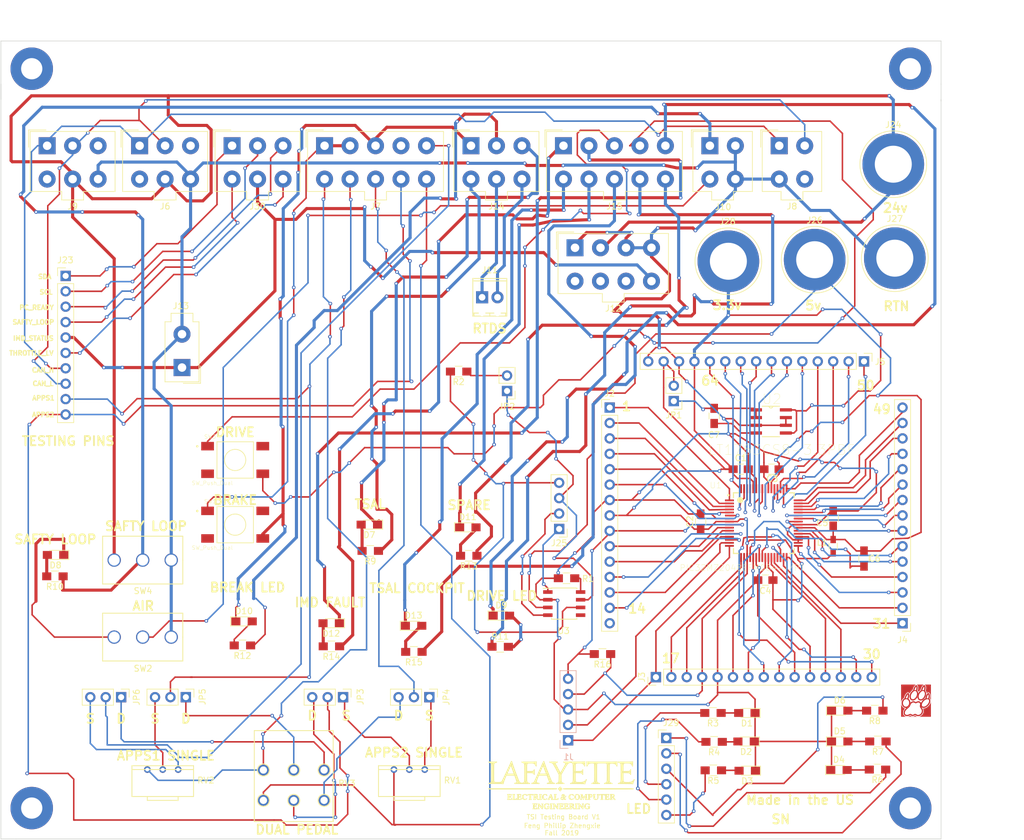
<source format=kicad_pcb>
(kicad_pcb (version 20171130) (host pcbnew "(5.1.4)-1")
  (layers (0 F.Cu signal) (31 B.Cu signal) (34 B.Paste user) (35 F.Paste user) (36 B.SilkS user) (37 F.SilkS user) (38 B.Mask user) (39 F.Mask user) (44 Edge.Cuts user))
  (net 0 "")
  (net 1 /3.3v)
  (net 2 /AIRs-)
  (net 3 "Net-(C7-Pad1)")
  (net 4 "Net-(C7-Pad2)")
  (net 5 /LED_4)
  (net 6 /LED_5)
  (net 7 /LED_6)
  (net 8 /LED_1)
  (net 9 /LED_2)
  (net 10 /LED_3)
  (net 11 /PGED)
  (net 12 /PGEC)
  (net 13 /~MCLR)
  (net 14 /PIN1)
  (net 15 /PIN2)
  (net 16 /PIN3)
  (net 17 /PIN4)
  (net 18 /PIN5)
  (net 19 /PIN6)
  (net 20 /PIN10)
  (net 21 /PIN11)
  (net 22 /PIN12)
  (net 23 /PIN13)
  (net 24 /PIN14)
  (net 25 /PIN17)
  (net 26 /PIN18)
  (net 27 /PIN21)
  (net 28 /PIN22)
  (net 29 /PIN23)
  (net 30 /PIN24)
  (net 31 /PIN27)
  (net 32 /PIN28)
  (net 33 /PIN29)
  (net 34 /PIN30)
  (net 35 /PIN31)
  (net 36 /PIN32)
  (net 37 /PIN33)
  (net 38 /PIN36)
  (net 39 /PIN37)
  (net 40 /PIN38)
  (net 41 /PIN41)
  (net 42 /PIN42)
  (net 43 /PIN43)
  (net 44 /PIN44)
  (net 45 /PIN45)
  (net 46 /PIN46)
  (net 47 /PIN47)
  (net 48 /PIN48)
  (net 49 /PIN49)
  (net 50 /PIN50)
  (net 51 /PIN51)
  (net 52 /PIN52)
  (net 53 /PIN53)
  (net 54 /PIN56)
  (net 55 /PIN57)
  (net 56 /PIN58)
  (net 57 /PIN61)
  (net 58 /PIN62)
  (net 59 /PIN63)
  (net 60 /PIN64)
  (net 61 /CAN_H)
  (net 62 /CAN_L)
  (net 63 /24v)
  (net 64 /Brake_24)
  (net 65 /BP)
  (net 66 /APPS1_10)
  (net 67 /APPS1)
  (net 68 /APPS1_RTN)
  (net 69 /APPS2_5)
  (net 70 /APPS2)
  (net 71 /APPS2_RTN)
  (net 72 /SL1)
  (net 73 /AIRs+)
  (net 74 /RTDS_RTN)
  (net 75 /RTDS)
  (net 76 /IMD_Status)
  (net 77 /BP_RTN)
  (net 78 /TSAL_1)
  (net 79 /TSAL_1_RTN)
  (net 80 /IMD_Fault_RTN)
  (net 81 /IMD_Fault_LED)
  (net 82 /Drive_BTN_5v)
  (net 83 /Drive_BTN)
  (net 84 /Drive_LED)
  (net 85 /TSAL_Cock)
  (net 86 /SPARE_LED)
  (net 87 /TSAL_Cock_RTN)
  (net 88 /Drive_LED_RTN)
  (net 89 /SPARE_LED_RTN)
  (net 90 /SDA)
  (net 91 /SCL)
  (net 92 /PC_ready)
  (net 93 /Safety_Loop)
  (net 94 /Throttle_LV)
  (net 95 /CAN_TX_TEST)
  (net 96 /CAN_RX_TEST)
  (net 97 /CAN_H_TEST)
  (net 98 /CAN_L_TEST)
  (net 99 /5v)
  (net 100 "Net-(JP2-Pad2)")
  (net 101 "Net-(R1-Pad1)")
  (net 102 "Net-(D1-Pad2)")
  (net 103 "Net-(D2-Pad2)")
  (net 104 "Net-(D3-Pad2)")
  (net 105 "Net-(D4-Pad2)")
  (net 106 "Net-(D5-Pad2)")
  (net 107 "Net-(D6-Pad2)")
  (net 108 "Net-(D7-Pad2)")
  (net 109 "Net-(D8-Pad1)")
  (net 110 "Net-(D8-Pad2)")
  (net 111 "Net-(D9-Pad2)")
  (net 112 "Net-(D10-Pad2)")
  (net 113 "Net-(D11-Pad2)")
  (net 114 "Net-(D12-Pad2)")
  (net 115 "Net-(D13-Pad2)")
  (net 116 /PIN15)
  (net 117 "Net-(J6-Pad3)")
  (net 118 "Net-(J6-Pad4)")
  (net 119 "Net-(J7-Pad4)")
  (net 120 "Net-(J8-Pad4)")
  (net 121 "Net-(J9-Pad3)")
  (net 122 "Net-(J9-Pad4)")
  (net 123 /IMD_PWM)
  (net 124 "Net-(J12-Pad6)")
  (net 125 "Net-(J12-Pad7)")
  (net 126 "Net-(SW1-Pad2)")
  (net 127 "Net-(SW1-Pad3)")
  (net 128 "Net-(SW3-Pad2)")
  (net 129 "Net-(SW3-Pad3)")
  (net 130 "Net-(U3-Pad5)")
  (net 131 "Net-(JP3-Pad1)")
  (net 132 "Net-(JP3-Pad3)")
  (net 133 "Net-(JP4-Pad1)")
  (net 134 "Net-(JP4-Pad3)")
  (net 135 "Net-(JP5-Pad1)")
  (net 136 "Net-(JP5-Pad3)")
  (net 137 "Net-(JP6-Pad1)")
  (net 138 "Net-(JP6-Pad3)")
  (module Capacitors_SMD:C_0805_HandSoldering (layer F.Cu) (at 149.86 88.9)
    (fp_text reference C1 (at 0.0127 -1.8415) (layer F.SilkS))
    (fp_text value 0.1u)
    (pad 1 smd rect (at -1.25 0) (size 1.5 1.25) (layers F.Cu F.Paste F.Mask) (net 1 /3.3v))
    (pad 2 smd rect (at 1.25 0) (size 1.5 1.25) (layers F.Cu F.Paste F.Mask) (net 2 /AIRs-))
  )
  (module Capacitors_SMD:C_0805_HandSoldering (layer F.Cu) (at 143.256 97.536 90)
    (fp_text reference C2 (at 0 -1.75 90) (layer F.SilkS))
    (fp_text value 0.1u)
    (pad 1 smd rect (at -1.25 0 90) (size 1.5 1.25) (layers F.Cu F.Paste F.Mask) (net 1 /3.3v))
    (pad 2 smd rect (at 1.25 0 90) (size 1.5 1.25) (layers F.Cu F.Paste F.Mask) (net 2 /AIRs-))
  )
  (module Capacitors_SMD:C_0805_HandSoldering (layer F.Cu) (at 154.94 88.9 180)
    (fp_text reference C3 (at -0.127 -1.5748 180) (layer F.SilkS))
    (fp_text value 0.1u)
    (pad 1 smd rect (at -1.25 0 180) (size 1.5 1.25) (layers F.Cu F.Paste F.Mask) (net 1 /3.3v))
    (pad 2 smd rect (at 1.25 0 180) (size 1.5 1.25) (layers F.Cu F.Paste F.Mask) (net 2 /AIRs-))
  )
  (module Capacitors_SMD:C_0805_HandSoldering (layer F.Cu) (at 153.924 107.188 180)
    (fp_text reference C4 (at 0 -1.75 180) (layer F.SilkS))
    (fp_text value 0.1u)
    (pad 1 smd rect (at -1.25 0 180) (size 1.5 1.25) (layers F.Cu F.Paste F.Mask) (net 1 /3.3v))
    (pad 2 smd rect (at 1.25 0 180) (size 1.5 1.25) (layers F.Cu F.Paste F.Mask) (net 2 /AIRs-))
  )
  (module Capacitors_SMD:C_0805_HandSoldering (layer F.Cu) (at 165.1 97.028 90)
    (fp_text reference C5 (at -0.7239 -1.7907 180) (layer F.SilkS))
    (fp_text value 0.1u)
    (pad 1 smd rect (at -1.25 0 90) (size 1.5 1.25) (layers F.Cu F.Paste F.Mask) (net 1 /3.3v))
    (pad 2 smd rect (at 1.25 0 90) (size 1.5 1.25) (layers F.Cu F.Paste F.Mask) (net 2 /AIRs-))
  )
  (module Capacitors_SMD:C_0805_HandSoldering (layer F.Cu) (at 170.18 103.632 270)
    (fp_text reference C6 (at 0 -1.75) (layer F.SilkS))
    (fp_text value 0.1u)
    (pad 1 smd rect (at -1.25 0 270) (size 1.5 1.25) (layers F.Cu F.Paste F.Mask) (net 1 /3.3v))
    (pad 2 smd rect (at 1.25 0 270) (size 1.5 1.25) (layers F.Cu F.Paste F.Mask) (net 2 /AIRs-))
  )
  (module Capacitors_SMD:C_0805_HandSoldering (layer F.Cu) (at 145.4912 80.1116 270)
    (fp_text reference C7 (at 3.1242 0.0381) (layer F.SilkS))
    (fp_text value 1uF)
    (pad 1 smd rect (at -1.25 0 270) (size 1.5 1.25) (layers F.Cu F.Paste F.Mask) (net 3 "Net-(C7-Pad1)"))
    (pad 2 smd rect (at 1.25 0 270) (size 1.5 1.25) (layers F.Cu F.Paste F.Mask) (net 4 "Net-(C7-Pad2)"))
  )
  (module LEDs:LED_0805_HandSoldering (layer F.Cu) (at 150.876 129.0955 180)
    (fp_text reference D1 (at 0 -1.7 180) (layer F.SilkS))
    (fp_text value LED_4)
    (pad 1 smd rect (at -1.35 0 180) (size 1.5 1.3) (layers F.Cu F.Paste F.Mask) (net 2 /AIRs-))
    (pad 2 smd rect (at 1.35 0 180) (size 1.5 1.3) (layers F.Cu F.Paste F.Mask) (net 102 "Net-(D1-Pad2)"))
  )
  (module LEDs:LED_0805_HandSoldering (layer F.Cu) (at 150.749 133.7945 180)
    (fp_text reference D2 (at 0 -1.7 180) (layer F.SilkS))
    (fp_text value LED_5)
    (pad 1 smd rect (at -1.35 0 180) (size 1.5 1.3) (layers F.Cu F.Paste F.Mask) (net 2 /AIRs-))
    (pad 2 smd rect (at 1.35 0 180) (size 1.5 1.3) (layers F.Cu F.Paste F.Mask) (net 103 "Net-(D2-Pad2)"))
  )
  (module LEDs:LED_0805_HandSoldering (layer F.Cu) (at 150.9395 138.6205 180)
    (fp_text reference D3 (at 0 -1.7 180) (layer F.SilkS))
    (fp_text value LED_6)
    (pad 1 smd rect (at -1.35 0 180) (size 1.5 1.3) (layers F.Cu F.Paste F.Mask) (net 2 /AIRs-))
    (pad 2 smd rect (at 1.35 0 180) (size 1.5 1.3) (layers F.Cu F.Paste F.Mask) (net 104 "Net-(D3-Pad2)"))
  )
  (module LEDs:LED_0805_HandSoldering (layer F.Cu) (at 166.0525 138.4935)
    (fp_text reference D4 (at 0 -1.7) (layer F.SilkS))
    (fp_text value LED_3)
    (pad 1 smd rect (at -1.35 0) (size 1.5 1.3) (layers F.Cu F.Paste F.Mask) (net 2 /AIRs-))
    (pad 2 smd rect (at 1.35 0) (size 1.5 1.3) (layers F.Cu F.Paste F.Mask) (net 105 "Net-(D4-Pad2)"))
  )
  (module LEDs:LED_0805_HandSoldering (layer F.Cu) (at 166.1795 133.7945)
    (fp_text reference D5 (at 0 -1.7) (layer F.SilkS))
    (fp_text value LED_2)
    (pad 1 smd rect (at -1.35 0) (size 1.5 1.3) (layers F.Cu F.Paste F.Mask) (net 2 /AIRs-))
    (pad 2 smd rect (at 1.35 0) (size 1.5 1.3) (layers F.Cu F.Paste F.Mask) (net 106 "Net-(D5-Pad2)"))
  )
  (module LEDs:LED_0805_HandSoldering (layer F.Cu) (at 166.1795 128.7145)
    (fp_text reference D6 (at 0 -1.7) (layer F.SilkS))
    (fp_text value LED_1)
    (pad 1 smd rect (at -1.35 0) (size 1.5 1.3) (layers F.Cu F.Paste F.Mask) (net 2 /AIRs-))
    (pad 2 smd rect (at 1.35 0) (size 1.5 1.3) (layers F.Cu F.Paste F.Mask) (net 107 "Net-(D6-Pad2)"))
  )
  (module Pin_Headers:Pin_Header_Straight_1x05_Pitch2.54mm (layer B.Cu) (at 121.412 133.604)
    (fp_text reference J1 (at 0.0762 2.7686) (layer B.SilkS) (effects (justify mirror)))
    (fp_text value ICSP)
    (pad 1 thru_hole rect (at 0 0) (size 1.7 1.7) (drill 1) (layers *.Cu *.Mask) (net 11 /PGED))
    (pad 2 thru_hole oval (at 0 -2.54) (size 1.7 1.7) (drill 1) (layers *.Cu *.Mask) (net 12 /PGEC))
    (pad 3 thru_hole oval (at 0 -5.08) (size 1.7 1.7) (drill 1) (layers *.Cu *.Mask) (net 2 /AIRs-))
    (pad 4 thru_hole oval (at 0 -7.62) (size 1.7 1.7) (drill 1) (layers *.Cu *.Mask) (net 1 /3.3v))
    (pad 5 thru_hole oval (at 0 -10.16) (size 1.7 1.7) (drill 1) (layers *.Cu *.Mask) (net 13 /~MCLR))
  )
  (module Pin_Headers:Pin_Header_Straight_1x15_Pitch2.54mm (layer F.Cu) (at 128.27 78.74)
    (fp_text reference J2 (at 0 -2.33) (layer F.SilkS))
    (fp_text value Chip_conn1)
    (pad 1 thru_hole rect (at 0 0) (size 1.7 1.7) (drill 1) (layers *.Cu *.Mask) (net 14 /PIN1))
    (pad 2 thru_hole oval (at 0 2.54) (size 1.7 1.7) (drill 1) (layers *.Cu *.Mask) (net 15 /PIN2))
    (pad 3 thru_hole oval (at 0 5.08) (size 1.7 1.7) (drill 1) (layers *.Cu *.Mask) (net 16 /PIN3))
    (pad 4 thru_hole oval (at 0 7.62) (size 1.7 1.7) (drill 1) (layers *.Cu *.Mask) (net 17 /PIN4))
    (pad 5 thru_hole oval (at 0 10.16) (size 1.7 1.7) (drill 1) (layers *.Cu *.Mask) (net 18 /PIN5))
    (pad 6 thru_hole oval (at 0 12.7) (size 1.7 1.7) (drill 1) (layers *.Cu *.Mask) (net 19 /PIN6))
    (pad 7 thru_hole oval (at 0 15.24) (size 1.7 1.7) (drill 1) (layers *.Cu *.Mask) (net 2 /AIRs-))
    (pad 8 thru_hole oval (at 0 17.78) (size 1.7 1.7) (drill 1) (layers *.Cu *.Mask) (net 1 /3.3v))
    (pad 9 thru_hole oval (at 0 20.32) (size 1.7 1.7) (drill 1) (layers *.Cu *.Mask) (net 13 /~MCLR))
    (pad 10 thru_hole oval (at 0 22.86) (size 1.7 1.7) (drill 1) (layers *.Cu *.Mask) (net 20 /PIN10))
    (pad 11 thru_hole oval (at 0 25.4) (size 1.7 1.7) (drill 1) (layers *.Cu *.Mask) (net 21 /PIN11))
    (pad 12 thru_hole oval (at 0 27.94) (size 1.7 1.7) (drill 1) (layers *.Cu *.Mask) (net 22 /PIN12))
    (pad 13 thru_hole oval (at 0 30.48) (size 1.7 1.7) (drill 1) (layers *.Cu *.Mask) (net 23 /PIN13))
    (pad 14 thru_hole oval (at 0 33.02) (size 1.7 1.7) (drill 1) (layers *.Cu *.Mask) (net 24 /PIN14))
    (pad 15 thru_hole oval (at 0 35.56) (size 1.7 1.7) (drill 1) (layers *.Cu *.Mask) (net 116 /PIN15))
  )
  (module Pin_Headers:Pin_Header_Straight_1x15_Pitch2.54mm (layer F.Cu) (at 135.89 123.19 90)
    (fp_text reference J3 (at 0 -2.33 90) (layer F.SilkS))
    (fp_text value Chip_conn2)
    (pad 1 thru_hole rect (at 0 0 90) (size 1.7 1.7) (drill 1) (layers *.Cu *.Mask) (net 11 /PGED))
    (pad 2 thru_hole oval (at 0 2.54 90) (size 1.7 1.7) (drill 1) (layers *.Cu *.Mask) (net 25 /PIN17))
    (pad 3 thru_hole oval (at 0 5.08 90) (size 1.7 1.7) (drill 1) (layers *.Cu *.Mask) (net 26 /PIN18))
    (pad 4 thru_hole oval (at 0 7.62 90) (size 1.7 1.7) (drill 1) (layers *.Cu *.Mask) (net 1 /3.3v))
    (pad 5 thru_hole oval (at 0 10.16 90) (size 1.7 1.7) (drill 1) (layers *.Cu *.Mask) (net 2 /AIRs-))
    (pad 6 thru_hole oval (at 0 12.7 90) (size 1.7 1.7) (drill 1) (layers *.Cu *.Mask) (net 27 /PIN21))
    (pad 7 thru_hole oval (at 0 15.24 90) (size 1.7 1.7) (drill 1) (layers *.Cu *.Mask) (net 28 /PIN22))
    (pad 8 thru_hole oval (at 0 17.78 90) (size 1.7 1.7) (drill 1) (layers *.Cu *.Mask) (net 29 /PIN23))
    (pad 9 thru_hole oval (at 0 20.32 90) (size 1.7 1.7) (drill 1) (layers *.Cu *.Mask) (net 30 /PIN24))
    (pad 10 thru_hole oval (at 0 22.86 90) (size 1.7 1.7) (drill 1) (layers *.Cu *.Mask) (net 2 /AIRs-))
    (pad 11 thru_hole oval (at 0 25.4 90) (size 1.7 1.7) (drill 1) (layers *.Cu *.Mask) (net 1 /3.3v))
    (pad 12 thru_hole oval (at 0 27.94 90) (size 1.7 1.7) (drill 1) (layers *.Cu *.Mask) (net 31 /PIN27))
    (pad 13 thru_hole oval (at 0 30.48 90) (size 1.7 1.7) (drill 1) (layers *.Cu *.Mask) (net 32 /PIN28))
    (pad 14 thru_hole oval (at 0 33.02 90) (size 1.7 1.7) (drill 1) (layers *.Cu *.Mask) (net 33 /PIN29))
    (pad 15 thru_hole oval (at 0 35.56 90) (size 1.7 1.7) (drill 1) (layers *.Cu *.Mask) (net 34 /PIN30))
  )
  (module Pin_Headers:Pin_Header_Straight_1x15_Pitch2.54mm (layer F.Cu) (at 176.53 114.3 180)
    (fp_text reference J4 (at 0 -2.7432 180) (layer F.SilkS))
    (fp_text value Chip_conn3)
    (pad 1 thru_hole rect (at 0 0 180) (size 1.7 1.7) (drill 1) (layers *.Cu *.Mask) (net 35 /PIN31))
    (pad 2 thru_hole oval (at 0 2.54 180) (size 1.7 1.7) (drill 1) (layers *.Cu *.Mask) (net 36 /PIN32))
    (pad 3 thru_hole oval (at 0 5.08 180) (size 1.7 1.7) (drill 1) (layers *.Cu *.Mask) (net 37 /PIN33))
    (pad 4 thru_hole oval (at 0 7.62 180) (size 1.7 1.7) (drill 1) (layers *.Cu *.Mask) (net 38 /PIN36))
    (pad 5 thru_hole oval (at 0 10.16 180) (size 1.7 1.7) (drill 1) (layers *.Cu *.Mask) (net 39 /PIN37))
    (pad 6 thru_hole oval (at 0 12.7 180) (size 1.7 1.7) (drill 1) (layers *.Cu *.Mask) (net 40 /PIN38))
    (pad 7 thru_hole oval (at 0 15.24 180) (size 1.7 1.7) (drill 1) (layers *.Cu *.Mask) (net 41 /PIN41))
    (pad 8 thru_hole oval (at 0 17.78 180) (size 1.7 1.7) (drill 1) (layers *.Cu *.Mask) (net 42 /PIN42))
    (pad 9 thru_hole oval (at 0 20.32 180) (size 1.7 1.7) (drill 1) (layers *.Cu *.Mask) (net 43 /PIN43))
    (pad 10 thru_hole oval (at 0 22.86 180) (size 1.7 1.7) (drill 1) (layers *.Cu *.Mask) (net 44 /PIN44))
    (pad 11 thru_hole oval (at 0 25.4 180) (size 1.7 1.7) (drill 1) (layers *.Cu *.Mask) (net 45 /PIN45))
    (pad 12 thru_hole oval (at 0 27.94 180) (size 1.7 1.7) (drill 1) (layers *.Cu *.Mask) (net 46 /PIN46))
    (pad 13 thru_hole oval (at 0 30.48 180) (size 1.7 1.7) (drill 1) (layers *.Cu *.Mask) (net 47 /PIN47))
    (pad 14 thru_hole oval (at 0 33.02 180) (size 1.7 1.7) (drill 1) (layers *.Cu *.Mask) (net 48 /PIN48))
    (pad 15 thru_hole oval (at 0 35.56 180) (size 1.7 1.7) (drill 1) (layers *.Cu *.Mask) (net 49 /PIN49))
  )
  (module Pin_Headers:Pin_Header_Straight_1x15_Pitch2.54mm (layer F.Cu) (at 170.18 71.12 270)
    (fp_text reference J5 (at 0.0635 -2.667) (layer F.SilkS))
    (fp_text value Chip_conn4)
    (pad 1 thru_hole rect (at 0 0 270) (size 1.7 1.7) (drill 1) (layers *.Cu *.Mask) (net 50 /PIN50))
    (pad 2 thru_hole oval (at 0 2.54 270) (size 1.7 1.7) (drill 1) (layers *.Cu *.Mask) (net 51 /PIN51))
    (pad 3 thru_hole oval (at 0 5.08 270) (size 1.7 1.7) (drill 1) (layers *.Cu *.Mask) (net 52 /PIN52))
    (pad 4 thru_hole oval (at 0 7.62 270) (size 1.7 1.7) (drill 1) (layers *.Cu *.Mask) (net 53 /PIN53))
    (pad 5 thru_hole oval (at 0 10.16 270) (size 1.7 1.7) (drill 1) (layers *.Cu *.Mask) (net 54 /PIN56))
    (pad 6 thru_hole oval (at 0 12.7 270) (size 1.7 1.7) (drill 1) (layers *.Cu *.Mask) (net 55 /PIN57))
    (pad 7 thru_hole oval (at 0 15.24 270) (size 1.7 1.7) (drill 1) (layers *.Cu *.Mask) (net 56 /PIN58))
    (pad 8 thru_hole oval (at 0 17.78 270) (size 1.7 1.7) (drill 1) (layers *.Cu *.Mask) (net 57 /PIN61))
    (pad 9 thru_hole oval (at 0 20.32 270) (size 1.7 1.7) (drill 1) (layers *.Cu *.Mask) (net 58 /PIN62))
    (pad 10 thru_hole oval (at 0 22.86 270) (size 1.7 1.7) (drill 1) (layers *.Cu *.Mask) (net 59 /PIN63))
    (pad 11 thru_hole oval (at 0 25.4 270) (size 1.7 1.7) (drill 1) (layers *.Cu *.Mask) (net 60 /PIN64))
    (pad 12 thru_hole oval (at 0 27.94 270) (size 1.7 1.7) (drill 1) (layers *.Cu *.Mask) (net 1 /3.3v))
    (pad 13 thru_hole oval (at 0 30.48 270) (size 1.7 1.7) (drill 1) (layers *.Cu *.Mask) (net 2 /AIRs-))
    (pad 14 thru_hole oval (at 0 33.02 270) (size 1.7 1.7) (drill 1) (layers *.Cu *.Mask) (net 1 /3.3v))
    (pad 15 thru_hole oval (at 0 35.56 270) (size 1.7 1.7) (drill 1) (layers *.Cu *.Mask) (net 2 /AIRs-))
  )
  (module Connectors_Molex:Molex_MiniFit-JR-5556-06A_2x03x4.20mm_Straight (layer F.Cu) (at 50.8 35.56)
    (fp_text reference J6 (at 4.2 10) (layer F.SilkS))
    (fp_text value Conn_BoardJ36)
    (pad 1 thru_hole rect (at 0 0) (size 2.8 2.8) (drill 1.4) (layers *.Cu *.Mask) (net 61 /CAN_H))
    (pad 2 thru_hole circle (at 4.2 0) (size 2.8 2.8) (drill 1.4) (layers *.Cu *.Mask) (net 62 /CAN_L))
    (pad 3 thru_hole circle (at 8.4 0) (size 2.8 2.8) (drill 1.4) (layers *.Cu *.Mask) (net 117 "Net-(J6-Pad3)"))
    (pad 4 thru_hole circle (at 0 5.5) (size 2.8 2.8) (drill 1.4) (layers *.Cu *.Mask) (net 118 "Net-(J6-Pad4)"))
    (pad 5 thru_hole circle (at 4.2 5.5) (size 2.8 2.8) (drill 1.4) (layers *.Cu *.Mask) (net 63 /24v))
    (pad 6 thru_hole circle (at 8.4 5.5) (size 2.8 2.8) (drill 1.4) (layers *.Cu *.Mask) (net 2 /AIRs-))
  )
  (module Connectors_Molex:Molex_MiniFit-JR-5556-10A_2x05x4.20mm_Straight (layer F.Cu) (at 81.28 35.56)
    (fp_text reference J7 (at 8.4 10) (layer F.SilkS))
    (fp_text value Conn_BoardJ3)
    (pad 1 thru_hole rect (at 0 0) (size 2.8 2.8) (drill 1.4) (layers *.Cu *.Mask) (net 64 /Brake_24))
    (pad 2 thru_hole circle (at 4.2 0) (size 2.8 2.8) (drill 1.4) (layers *.Cu *.Mask) (net 64 /Brake_24))
    (pad 3 thru_hole circle (at 8.4 0) (size 2.8 2.8) (drill 1.4) (layers *.Cu *.Mask) (net 65 /BP))
    (pad 4 thru_hole circle (at 12.6 0) (size 2.8 2.8) (drill 1.4) (layers *.Cu *.Mask) (net 119 "Net-(J7-Pad4)"))
    (pad 5 thru_hole circle (at 16.8 0) (size 2.8 2.8) (drill 1.4) (layers *.Cu *.Mask) (net 66 /APPS1_10))
    (pad 6 thru_hole circle (at 0 5.5) (size 2.8 2.8) (drill 1.4) (layers *.Cu *.Mask) (net 67 /APPS1))
    (pad 7 thru_hole circle (at 4.2 5.5) (size 2.8 2.8) (drill 1.4) (layers *.Cu *.Mask) (net 68 /APPS1_RTN))
    (pad 8 thru_hole circle (at 8.4 5.5) (size 2.8 2.8) (drill 1.4) (layers *.Cu *.Mask) (net 69 /APPS2_5))
    (pad 9 thru_hole circle (at 12.6 5.5) (size 2.8 2.8) (drill 1.4) (layers *.Cu *.Mask) (net 70 /APPS2))
    (pad 10 thru_hole circle (at 16.8 5.5) (size 2.8 2.8) (drill 1.4) (layers *.Cu *.Mask) (net 71 /APPS2_RTN))
  )
  (module Connectors_Molex:Molex_MiniFit-JR-5556-04A_2x02x4.20mm_Straight (layer F.Cu) (at 156.21 35.56)
    (fp_text reference J8 (at 2.1 10) (layer F.SilkS))
    (fp_text value Conn_BoardJ34)
    (pad 1 thru_hole rect (at 0 0) (size 2.8 2.8) (drill 1.4) (layers *.Cu *.Mask) (net 61 /CAN_H))
    (pad 2 thru_hole circle (at 4.2 0) (size 2.8 2.8) (drill 1.4) (layers *.Cu *.Mask) (net 62 /CAN_L))
    (pad 3 thru_hole circle (at 0 5.5) (size 2.8 2.8) (drill 1.4) (layers *.Cu *.Mask) (net 2 /AIRs-))
    (pad 4 thru_hole circle (at 4.2 5.5) (size 2.8 2.8) (drill 1.4) (layers *.Cu *.Mask) (net 120 "Net-(J8-Pad4)"))
  )
  (module Connectors_Molex:Molex_MiniFit-JR-5556-06A_2x03x4.20mm_Straight (layer F.Cu) (at 35.56 35.56)
    (fp_text reference J9 (at 4.2 10) (layer F.SilkS))
    (fp_text value Conn_BoardJ35)
    (pad 1 thru_hole rect (at 0 0) (size 2.8 2.8) (drill 1.4) (layers *.Cu *.Mask) (net 61 /CAN_H))
    (pad 2 thru_hole circle (at 4.2 0) (size 2.8 2.8) (drill 1.4) (layers *.Cu *.Mask) (net 62 /CAN_L))
    (pad 3 thru_hole circle (at 8.4 0) (size 2.8 2.8) (drill 1.4) (layers *.Cu *.Mask) (net 121 "Net-(J9-Pad3)"))
    (pad 4 thru_hole circle (at 0 5.5) (size 2.8 2.8) (drill 1.4) (layers *.Cu *.Mask) (net 122 "Net-(J9-Pad4)"))
    (pad 5 thru_hole circle (at 4.2 5.5) (size 2.8 2.8) (drill 1.4) (layers *.Cu *.Mask) (net 63 /24v))
    (pad 6 thru_hole circle (at 8.4 5.5) (size 2.8 2.8) (drill 1.4) (layers *.Cu *.Mask) (net 2 /AIRs-))
  )
  (module Connectors_Molex:Molex_MiniFit-JR-5556-04A_2x02x4.20mm_Straight (layer F.Cu) (at 144.78 35.56)
    (fp_text reference J10 (at 2.1844 10.0965) (layer F.SilkS))
    (fp_text value Conn_BoardJ6)
    (pad 1 thru_hole rect (at 0 0) (size 2.8 2.8) (drill 1.4) (layers *.Cu *.Mask) (net 72 /SL1))
    (pad 2 thru_hole circle (at 4.2 0) (size 2.8 2.8) (drill 1.4) (layers *.Cu *.Mask) (net 2 /AIRs-))
    (pad 3 thru_hole circle (at 0 5.5) (size 2.8 2.8) (drill 1.4) (layers *.Cu *.Mask) (net 73 /AIRs+))
    (pad 4 thru_hole circle (at 4.2 5.5) (size 2.8 2.8) (drill 1.4) (layers *.Cu *.Mask) (net 2 /AIRs-))
  )
  (module TerminalBlocks_Phoenix:TerminalBlock_Phoenix_MPT-2.54mm_2pol (layer F.Cu) (at 107.2388 60.5536)
    (fp_text reference J11 (at 1.27 -4.50088) (layer F.SilkS))
    (fp_text value RTDS)
    (pad 2 thru_hole oval (at 2.54 0) (size 1.99898 1.99898) (drill 1.09728) (layers *.Cu *.Mask) (net 74 /RTDS_RTN))
    (pad 1 thru_hole rect (at 0 0) (size 1.99898 1.99898) (drill 1.09728) (layers *.Cu *.Mask) (net 75 /RTDS))
    (pad "" np_thru_hole circle (at 0 2.54) (size 1.1 1.1) (drill 1.1) (layers *.Cu *.Mask))
    (pad "" np_thru_hole circle (at 2.54 2.54) (size 1.1 1.1) (drill 1.1) (layers *.Cu *.Mask))
  )
  (module Connectors_Molex:Molex_MiniFit-JR-5556-08A_2x04x4.20mm_Straight (layer F.Cu) (at 122.555 52.3875)
    (fp_text reference J12 (at 6.3 10) (layer F.SilkS))
    (fp_text value Conn_BoardJ7)
    (pad 1 thru_hole rect (at 0 0) (size 2.8 2.8) (drill 1.4) (layers *.Cu *.Mask) (net 2 /AIRs-))
    (pad 2 thru_hole circle (at 4.2 0) (size 2.8 2.8) (drill 1.4) (layers *.Cu *.Mask) (net 63 /24v))
    (pad 3 thru_hole circle (at 8.4 0) (size 2.8 2.8) (drill 1.4) (layers *.Cu *.Mask) (net 2 /AIRs-))
    (pad 4 thru_hole circle (at 12.6 0) (size 2.8 2.8) (drill 1.4) (layers *.Cu *.Mask) (net 2 /AIRs-))
    (pad 5 thru_hole circle (at 0 5.5) (size 2.8 2.8) (drill 1.4) (layers *.Cu *.Mask) (net 123 /IMD_PWM))
    (pad 6 thru_hole circle (at 4.2 5.5) (size 2.8 2.8) (drill 1.4) (layers *.Cu *.Mask) (net 124 "Net-(J12-Pad6)"))
    (pad 7 thru_hole circle (at 8.4 5.5) (size 2.8 2.8) (drill 1.4) (layers *.Cu *.Mask) (net 125 "Net-(J12-Pad7)"))
    (pad 8 thru_hole circle (at 12.6 5.5) (size 2.8 2.8) (drill 1.4) (layers *.Cu *.Mask) (net 76 /IMD_Status))
  )
  (module Connectors_Molex:Molex_MiniFit-JR-5556-02A_2x01x4.20mm_Straight (layer F.Cu) (at 57.785 72.136 180)
    (fp_text reference J13 (at 0.1778 10.16 180) (layer F.SilkS))
    (fp_text value Conn_BoardJ8)
    (pad 1 thru_hole rect (at 0 0 180) (size 2.8 2.8) (drill 1.4) (layers *.Cu *.Mask) (net 76 /IMD_Status))
    (pad 2 thru_hole circle (at 0 5.5 180) (size 2.8 2.8) (drill 1.4) (layers *.Cu *.Mask) (net 2 /AIRs-))
  )
  (module Connectors_Molex:Molex_MiniFit-JR-5556-06A_2x03x4.20mm_Straight (layer F.Cu) (at 105.41 35.56)
    (fp_text reference J14 (at 4.2 10) (layer F.SilkS))
    (fp_text value Conn_BoardJ21)
    (pad 1 thru_hole rect (at 0 0) (size 2.8 2.8) (drill 1.4) (layers *.Cu *.Mask) (net 65 /BP))
    (pad 2 thru_hole circle (at 4.2 0) (size 2.8 2.8) (drill 1.4) (layers *.Cu *.Mask) (net 77 /BP_RTN))
    (pad 3 thru_hole circle (at 8.4 0) (size 2.8 2.8) (drill 1.4) (layers *.Cu *.Mask) (net 78 /TSAL_1))
    (pad 4 thru_hole circle (at 0 5.5) (size 2.8 2.8) (drill 1.4) (layers *.Cu *.Mask) (net 79 /TSAL_1_RTN))
    (pad 5 thru_hole circle (at 4.2 5.5) (size 2.8 2.8) (drill 1.4) (layers *.Cu *.Mask) (net 75 /RTDS))
    (pad 6 thru_hole circle (at 8.4 5.5) (size 2.8 2.8) (drill 1.4) (layers *.Cu *.Mask) (net 74 /RTDS_RTN))
  )
  (module Connectors_Molex:Molex_MiniFit-JR-5556-10A_2x05x4.20mm_Straight (layer F.Cu) (at 120.65 35.56)
    (fp_text reference J15 (at 8.4 10) (layer F.SilkS))
    (fp_text value Conn_BoardJ24)
    (pad 1 thru_hole rect (at 0 0) (size 2.8 2.8) (drill 1.4) (layers *.Cu *.Mask) (net 80 /IMD_Fault_RTN))
    (pad 2 thru_hole circle (at 4.2 0) (size 2.8 2.8) (drill 1.4) (layers *.Cu *.Mask) (net 81 /IMD_Fault_LED))
    (pad 3 thru_hole circle (at 8.4 0) (size 2.8 2.8) (drill 1.4) (layers *.Cu *.Mask) (net 82 /Drive_BTN_5v))
    (pad 4 thru_hole circle (at 12.6 0) (size 2.8 2.8) (drill 1.4) (layers *.Cu *.Mask) (net 83 /Drive_BTN))
    (pad 5 thru_hole circle (at 16.8 0) (size 2.8 2.8) (drill 1.4) (layers *.Cu *.Mask) (net 84 /Drive_LED))
    (pad 6 thru_hole circle (at 0 5.5) (size 2.8 2.8) (drill 1.4) (layers *.Cu *.Mask) (net 85 /TSAL_Cock))
    (pad 7 thru_hole circle (at 4.2 5.5) (size 2.8 2.8) (drill 1.4) (layers *.Cu *.Mask) (net 86 /SPARE_LED))
    (pad 8 thru_hole circle (at 8.4 5.5) (size 2.8 2.8) (drill 1.4) (layers *.Cu *.Mask) (net 87 /TSAL_Cock_RTN))
    (pad 9 thru_hole circle (at 12.6 5.5) (size 2.8 2.8) (drill 1.4) (layers *.Cu *.Mask) (net 88 /Drive_LED_RTN))
    (pad 10 thru_hole circle (at 16.8 5.5) (size 2.8 2.8) (drill 1.4) (layers *.Cu *.Mask) (net 89 /SPARE_LED_RTN))
  )
  (module Pin_Headers:Pin_Header_Straight_1x10_Pitch2.54mm (layer F.Cu) (at 38.608 57.023)
    (fp_text reference J23 (at -0.0508 -2.5908) (layer F.SilkS))
    (fp_text value Testing_pins)
    (pad 1 thru_hole rect (at 0 0) (size 1.7 1.7) (drill 1) (layers *.Cu *.Mask) (net 90 /SDA))
    (pad 2 thru_hole oval (at 0 2.54) (size 1.7 1.7) (drill 1) (layers *.Cu *.Mask) (net 91 /SCL))
    (pad 3 thru_hole oval (at 0 5.08) (size 1.7 1.7) (drill 1) (layers *.Cu *.Mask) (net 92 /PC_ready))
    (pad 4 thru_hole oval (at 0 7.62) (size 1.7 1.7) (drill 1) (layers *.Cu *.Mask) (net 93 /Safety_Loop))
    (pad 5 thru_hole oval (at 0 10.16) (size 1.7 1.7) (drill 1) (layers *.Cu *.Mask) (net 76 /IMD_Status))
    (pad 6 thru_hole oval (at 0 12.7) (size 1.7 1.7) (drill 1) (layers *.Cu *.Mask) (net 94 /Throttle_LV))
    (pad 7 thru_hole oval (at 0 15.24) (size 1.7 1.7) (drill 1) (layers *.Cu *.Mask) (net 61 /CAN_H))
    (pad 8 thru_hole oval (at 0 17.78) (size 1.7 1.7) (drill 1) (layers *.Cu *.Mask) (net 62 /CAN_L))
    (pad 9 thru_hole oval (at 0 20.32) (size 1.7 1.7) (drill 1) (layers *.Cu *.Mask) (net 67 /APPS1))
    (pad 10 thru_hole oval (at 0 22.86) (size 1.7 1.7) (drill 1) (layers *.Cu *.Mask) (net 70 /APPS2))
  )
  (module More_Connector:Banana_Jack_1Pin (layer F.Cu) (at 175.006 38.608)
    (fp_text reference J24 (at 0 -6.5) (layer F.SilkS))
    (fp_text value 24v_Banana)
    (pad 1 thru_hole circle (at 0 0) (size 10.16 10.16) (drill 6.1) (layers *.Cu *.Mask) (net 63 /24v))
  )
  (module More_Connector:Banana_Jack_1Pin (layer F.Cu) (at 162.052 54.356)
    (fp_text reference J26 (at 0 -6.5) (layer F.SilkS))
    (fp_text value 5v_Banana)
    (pad 1 thru_hole circle (at 0 0) (size 10.16 10.16) (drill 6.1) (layers *.Cu *.Mask) (net 99 /5v))
  )
  (module More_Connector:Banana_Jack_1Pin (layer F.Cu) (at 175.26 54.102)
    (fp_text reference J27 (at 0 -6.5) (layer F.SilkS))
    (fp_text value RTN_Banana)
    (pad 1 thru_hole circle (at 0 0) (size 10.16 10.16) (drill 6.1) (layers *.Cu *.Mask) (net 2 /AIRs-))
  )
  (module More_Connector:Banana_Jack_1Pin (layer F.Cu) (at 147.828 54.61)
    (fp_text reference J28 (at -0.1397 -6.5532) (layer F.SilkS))
    (fp_text value 3.3v_Banana)
    (pad 1 thru_hole circle (at 0 0) (size 10.16 10.16) (drill 6.1) (layers *.Cu *.Mask) (net 1 /3.3v))
  )
  (module Pin_Headers:Pin_Header_Straight_1x06_Pitch2.54mm (layer F.Cu) (at 137.6045 133.223)
    (fp_text reference J29 (at 0.7874 -2.4892) (layer F.SilkS))
    (fp_text value Testing_connector)
    (pad 1 thru_hole rect (at 0 0) (size 1.7 1.7) (drill 1) (layers *.Cu *.Mask) (net 8 /LED_1))
    (pad 2 thru_hole oval (at 0 2.54) (size 1.7 1.7) (drill 1) (layers *.Cu *.Mask) (net 9 /LED_2))
    (pad 3 thru_hole oval (at 0 5.08) (size 1.7 1.7) (drill 1) (layers *.Cu *.Mask) (net 10 /LED_3))
    (pad 4 thru_hole oval (at 0 7.62) (size 1.7 1.7) (drill 1) (layers *.Cu *.Mask) (net 5 /LED_4))
    (pad 5 thru_hole oval (at 0 10.16) (size 1.7 1.7) (drill 1) (layers *.Cu *.Mask) (net 6 /LED_5))
    (pad 6 thru_hole oval (at 0 12.7) (size 1.7 1.7) (drill 1) (layers *.Cu *.Mask) (net 7 /LED_6))
  )
  (module Connectors_Molex:Molex_MiniFit-JR-5556-06A_2x03x4.20mm_Straight (layer F.Cu) (at 66.04 35.56)
    (fp_text reference J30 (at 4.2 10) (layer F.SilkS))
    (fp_text value Testing_connector)
    (pad 1 thru_hole rect (at 0 0) (size 2.8 2.8) (drill 1.4) (layers *.Cu *.Mask) (net 90 /SDA))
    (pad 2 thru_hole circle (at 4.2 0) (size 2.8 2.8) (drill 1.4) (layers *.Cu *.Mask) (net 91 /SCL))
    (pad 3 thru_hole circle (at 8.4 0) (size 2.8 2.8) (drill 1.4) (layers *.Cu *.Mask) (net 92 /PC_ready))
    (pad 4 thru_hole circle (at 0 5.5) (size 2.8 2.8) (drill 1.4) (layers *.Cu *.Mask) (net 93 /Safety_Loop))
    (pad 5 thru_hole circle (at 4.2 5.5) (size 2.8 2.8) (drill 1.4) (layers *.Cu *.Mask) (net 76 /IMD_Status))
    (pad 6 thru_hole circle (at 8.4 5.5) (size 2.8 2.8) (drill 1.4) (layers *.Cu *.Mask) (net 94 /Throttle_LV))
  )
  (module Pin_Headers:Pin_Header_Straight_1x02_Pitch2.54mm (layer F.Cu) (at 138.8364 77.6732 180)
    (fp_text reference JP1 (at 0 -2.33 180) (layer F.SilkS))
    (fp_text value Jumper)
    (pad 1 thru_hole rect (at 0 0 180) (size 1.7 1.7) (drill 1) (layers *.Cu *.Mask) (net 3 "Net-(C7-Pad1)"))
    (pad 2 thru_hole oval (at 0 2.54 180) (size 1.7 1.7) (drill 1) (layers *.Cu *.Mask) (net 1 /3.3v))
  )
  (module Pin_Headers:Pin_Header_Straight_1x02_Pitch2.54mm (layer F.Cu) (at 111.3536 75.9968 180)
    (fp_text reference JP2 (at 0.0381 -2.5654 180) (layer F.SilkS))
    (fp_text value Jumper)
    (pad 1 thru_hole rect (at 0 0 180) (size 1.7 1.7) (drill 1) (layers *.Cu *.Mask) (net 97 /CAN_H_TEST))
    (pad 2 thru_hole oval (at 0 2.54 180) (size 1.7 1.7) (drill 1) (layers *.Cu *.Mask) (net 100 "Net-(JP2-Pad2)"))
  )
  (module Inductors_SMD:L_0603_HandSoldering (layer F.Cu) (at 165.1 101.6 90)
    (fp_text reference L1 (at 0.6096 -1.8161 180) (layer F.SilkS))
    (fp_text value 28nH)
    (pad 1 smd rect (at -1.1 0 90) (size 1.2 0.9) (layers F.Cu F.Paste F.Mask) (net 1 /3.3v))
    (pad 2 smd rect (at 1.1 0 90) (size 1.2 0.9) (layers F.Cu F.Paste F.Mask) (net 1 /3.3v))
  )
  (module Resistors_SMD:R_0805_HandSoldering (layer F.Cu) (at 121.158 106.8832 180)
    (fp_text reference R1 (at -3.5433 -0.0762 180) (layer F.SilkS))
    (fp_text value 1k)
    (pad 1 smd rect (at -1.35 0 180) (size 1.5 1.3) (layers F.Cu F.Paste F.Mask) (net 101 "Net-(R1-Pad1)"))
    (pad 2 smd rect (at 1.35 0 180) (size 1.5 1.3) (layers F.Cu F.Paste F.Mask) (net 2 /AIRs-))
  )
  (module Resistors_SMD:R_0805_HandSoldering (layer F.Cu) (at 103.378 72.7964 180)
    (fp_text reference R2 (at 0 -1.7 180) (layer F.SilkS))
    (fp_text value 120)
    (pad 1 smd rect (at -1.35 0 180) (size 1.5 1.3) (layers F.Cu F.Paste F.Mask) (net 100 "Net-(JP2-Pad2)"))
    (pad 2 smd rect (at 1.35 0 180) (size 1.5 1.3) (layers F.Cu F.Paste F.Mask) (net 98 /CAN_L_TEST))
  )
  (module custom_footprints:Switch_toggle_M2012SS1W03 (layer F.Cu) (at 51.308 116.586 90)
    (fp_text reference SW2 (at -5.1816 0.0508 180) (layer F.SilkS))
    (fp_text value Safty_loop)
    (pad 2 thru_hole circle (at 0 0 90) (size 2.2 2.2) (drill 1.8) (layers *.Cu *.Mask) (net 73 /AIRs+))
    (pad 3 thru_hole circle (at 0 -4.699 90) (size 2.2 2.2) (drill 1.8) (layers *.Cu *.Mask) (net 109 "Net-(D8-Pad1)"))
    (pad 1 thru_hole circle (at 0 4.699 90) (size 2.2 2.2) (drill 1.8) (layers *.Cu *.Mask) (net 2 /AIRs-))
  )
  (module custom_footprints:Switch_toggle_M2012SS1W03 (layer F.Cu) (at 51.308 103.886 90)
    (fp_text reference SW4 (at -5.08 0.0508 180) (layer F.SilkS))
    (fp_text value Safty_loop_1)
    (pad 2 thru_hole circle (at 0 0 90) (size 2.2 2.2) (drill 1.8) (layers *.Cu *.Mask) (net 72 /SL1))
    (pad 3 thru_hole circle (at 0 -4.699 90) (size 2.2 2.2) (drill 1.8) (layers *.Cu *.Mask) (net 63 /24v))
    (pad 1 thru_hole circle (at 0 4.699 90) (size 2.2 2.2) (drill 1.8) (layers *.Cu *.Mask) (net 2 /AIRs-))
  )
  (module PIC32MZ2048EFM064-I_PT:QFP50P1200X1200X120-64N (layer F.Cu) (at 153.67 97.79)
    (fp_text reference U1 (at -7.9375 -6.2357) (layer F.SilkS) (effects (font (size 1.00101 1.00101) (thickness 0.05))))
    (fp_text value PIC32MZ2048EFM064-I/PT (at -3.57939 7.37407) (layer F.SilkS) (effects (font (size 1.00124 1.00124) (thickness 0.05))))
    (pad 1 smd rect (at -5.67 -3.75) (size 1.47 0.3) (layers F.Cu F.Paste F.Mask) (net 14 /PIN1))
    (pad 2 smd rect (at -5.67 -3.25) (size 1.47 0.3) (layers F.Cu F.Paste F.Mask) (net 15 /PIN2))
    (pad 3 smd rect (at -5.67 -2.75) (size 1.47 0.3) (layers F.Cu F.Paste F.Mask) (net 16 /PIN3))
    (pad 4 smd rect (at -5.67 -2.25) (size 1.47 0.3) (layers F.Cu F.Paste F.Mask) (net 17 /PIN4))
    (pad 5 smd rect (at -5.67 -1.75) (size 1.47 0.3) (layers F.Cu F.Paste F.Mask) (net 18 /PIN5))
    (pad 6 smd rect (at -5.67 -1.25) (size 1.47 0.3) (layers F.Cu F.Paste F.Mask) (net 19 /PIN6))
    (pad 7 smd rect (at -5.67 -0.75) (size 1.47 0.3) (layers F.Cu F.Paste F.Mask) (net 2 /AIRs-))
    (pad 8 smd rect (at -5.67 -0.25) (size 1.47 0.3) (layers F.Cu F.Paste F.Mask) (net 1 /3.3v))
    (pad 9 smd rect (at -5.67 0.25) (size 1.47 0.3) (layers F.Cu F.Paste F.Mask) (net 13 /~MCLR))
    (pad 10 smd rect (at -5.67 0.75) (size 1.47 0.3) (layers F.Cu F.Paste F.Mask) (net 20 /PIN10))
    (pad 11 smd rect (at -5.67 1.25) (size 1.47 0.3) (layers F.Cu F.Paste F.Mask) (net 21 /PIN11))
    (pad 12 smd rect (at -5.67 1.75) (size 1.47 0.3) (layers F.Cu F.Paste F.Mask) (net 22 /PIN12))
    (pad 13 smd rect (at -5.67 2.25) (size 1.47 0.3) (layers F.Cu F.Paste F.Mask) (net 23 /PIN13))
    (pad 14 smd rect (at -5.67 2.75) (size 1.47 0.3) (layers F.Cu F.Paste F.Mask) (net 24 /PIN14))
    (pad 15 smd rect (at -5.67 3.25) (size 1.47 0.3) (layers F.Cu F.Paste F.Mask) (net 12 /PGEC))
    (pad 16 smd rect (at -5.67 3.75) (size 1.47 0.3) (layers F.Cu F.Paste F.Mask) (net 11 /PGED))
    (pad 17 smd rect (at -3.75 5.67 90) (size 1.47 0.3) (layers F.Cu F.Paste F.Mask) (net 25 /PIN17))
    (pad 18 smd rect (at -3.25 5.67 90) (size 1.47 0.3) (layers F.Cu F.Paste F.Mask) (net 26 /PIN18))
    (pad 19 smd rect (at -2.75 5.67 90) (size 1.47 0.3) (layers F.Cu F.Paste F.Mask) (net 1 /3.3v))
    (pad 20 smd rect (at -2.25 5.67 90) (size 1.47 0.3) (layers F.Cu F.Paste F.Mask) (net 2 /AIRs-))
    (pad 21 smd rect (at -1.75 5.67 90) (size 1.47 0.3) (layers F.Cu F.Paste F.Mask) (net 27 /PIN21))
    (pad 22 smd rect (at -1.25 5.67 90) (size 1.47 0.3) (layers F.Cu F.Paste F.Mask) (net 28 /PIN22))
    (pad 23 smd rect (at -0.75 5.67 90) (size 1.47 0.3) (layers F.Cu F.Paste F.Mask) (net 29 /PIN23))
    (pad 24 smd rect (at -0.25 5.67 90) (size 1.47 0.3) (layers F.Cu F.Paste F.Mask) (net 30 /PIN24))
    (pad 25 smd rect (at 0.25 5.67 90) (size 1.47 0.3) (layers F.Cu F.Paste F.Mask) (net 2 /AIRs-))
    (pad 26 smd rect (at 0.75 5.67 90) (size 1.47 0.3) (layers F.Cu F.Paste F.Mask) (net 1 /3.3v))
    (pad 27 smd rect (at 1.25 5.67 90) (size 1.47 0.3) (layers F.Cu F.Paste F.Mask) (net 31 /PIN27))
    (pad 28 smd rect (at 1.75 5.67 90) (size 1.47 0.3) (layers F.Cu F.Paste F.Mask) (net 32 /PIN28))
    (pad 29 smd rect (at 2.25 5.67 90) (size 1.47 0.3) (layers F.Cu F.Paste F.Mask) (net 33 /PIN29))
    (pad 30 smd rect (at 2.75 5.67 90) (size 1.47 0.3) (layers F.Cu F.Paste F.Mask) (net 34 /PIN30))
    (pad 31 smd rect (at 3.25 5.67 90) (size 1.47 0.3) (layers F.Cu F.Paste F.Mask) (net 35 /PIN31))
    (pad 32 smd rect (at 3.75 5.67 90) (size 1.47 0.3) (layers F.Cu F.Paste F.Mask) (net 36 /PIN32))
    (pad 33 smd rect (at 5.67 3.75 180) (size 1.47 0.3) (layers F.Cu F.Paste F.Mask) (net 37 /PIN33))
    (pad 34 smd rect (at 5.67 3.25 180) (size 1.47 0.3) (layers F.Cu F.Paste F.Mask) (net 2 /AIRs-))
    (pad 35 smd rect (at 5.67 2.75 180) (size 1.47 0.3) (layers F.Cu F.Paste F.Mask) (net 2 /AIRs-))
    (pad 36 smd rect (at 5.67 2.25 180) (size 1.47 0.3) (layers F.Cu F.Paste F.Mask) (net 38 /PIN36))
    (pad 37 smd rect (at 5.67 1.75 180) (size 1.47 0.3) (layers F.Cu F.Paste F.Mask) (net 39 /PIN37))
    (pad 38 smd rect (at 5.67 1.25 180) (size 1.47 0.3) (layers F.Cu F.Paste F.Mask) (net 40 /PIN38))
    (pad 39 smd rect (at 5.67 0.75 180) (size 1.47 0.3) (layers F.Cu F.Paste F.Mask) (net 1 /3.3v))
    (pad 40 smd rect (at 5.67 0.25 180) (size 1.47 0.3) (layers F.Cu F.Paste F.Mask) (net 2 /AIRs-))
    (pad 41 smd rect (at 5.67 -0.25 180) (size 1.47 0.3) (layers F.Cu F.Paste F.Mask) (net 41 /PIN41))
    (pad 42 smd rect (at 5.67 -0.75 180) (size 1.47 0.3) (layers F.Cu F.Paste F.Mask) (net 42 /PIN42))
    (pad 43 smd rect (at 5.67 -1.25 180) (size 1.47 0.3) (layers F.Cu F.Paste F.Mask) (net 43 /PIN43))
    (pad 44 smd rect (at 5.67 -1.75 180) (size 1.47 0.3) (layers F.Cu F.Paste F.Mask) (net 44 /PIN44))
    (pad 45 smd rect (at 5.67 -2.25 180) (size 1.47 0.3) (layers F.Cu F.Paste F.Mask) (net 45 /PIN45))
    (pad 46 smd rect (at 5.67 -2.75 180) (size 1.47 0.3) (layers F.Cu F.Paste F.Mask) (net 46 /PIN46))
    (pad 47 smd rect (at 5.67 -3.25 180) (size 1.47 0.3) (layers F.Cu F.Paste F.Mask) (net 47 /PIN47))
    (pad 48 smd rect (at 5.67 -3.75 180) (size 1.47 0.3) (layers F.Cu F.Paste F.Mask) (net 48 /PIN48))
    (pad 49 smd rect (at 3.75 -5.67 270) (size 1.47 0.3) (layers F.Cu F.Paste F.Mask) (net 49 /PIN49))
    (pad 50 smd rect (at 3.25 -5.67 270) (size 1.47 0.3) (layers F.Cu F.Paste F.Mask) (net 50 /PIN50))
    (pad 51 smd rect (at 2.75 -5.67 270) (size 1.47 0.3) (layers F.Cu F.Paste F.Mask) (net 51 /PIN51))
    (pad 52 smd rect (at 2.25 -5.67 270) (size 1.47 0.3) (layers F.Cu F.Paste F.Mask) (net 52 /PIN52))
    (pad 53 smd rect (at 1.75 -5.67 270) (size 1.47 0.3) (layers F.Cu F.Paste F.Mask) (net 53 /PIN53))
    (pad 54 smd rect (at 1.25 -5.67 270) (size 1.47 0.3) (layers F.Cu F.Paste F.Mask) (net 1 /3.3v))
    (pad 55 smd rect (at 0.75 -5.67 270) (size 1.47 0.3) (layers F.Cu F.Paste F.Mask) (net 2 /AIRs-))
    (pad 56 smd rect (at 0.25 -5.67 270) (size 1.47 0.3) (layers F.Cu F.Paste F.Mask) (net 54 /PIN56))
    (pad 57 smd rect (at -0.25 -5.67 270) (size 1.47 0.3) (layers F.Cu F.Paste F.Mask) (net 55 /PIN57))
    (pad 58 smd rect (at -0.75 -5.67 270) (size 1.47 0.3) (layers F.Cu F.Paste F.Mask) (net 56 /PIN58))
    (pad 59 smd rect (at -1.25 -5.67 270) (size 1.47 0.3) (layers F.Cu F.Paste F.Mask) (net 2 /AIRs-))
    (pad 60 smd rect (at -1.75 -5.67 270) (size 1.47 0.3) (layers F.Cu F.Paste F.Mask) (net 1 /3.3v))
    (pad 61 smd rect (at -2.25 -5.67 270) (size 1.47 0.3) (layers F.Cu F.Paste F.Mask) (net 57 /PIN61))
    (pad 62 smd rect (at -2.75 -5.67 270) (size 1.47 0.3) (layers F.Cu F.Paste F.Mask) (net 58 /PIN62))
    (pad 63 smd rect (at -3.25 -5.67 270) (size 1.47 0.3) (layers F.Cu F.Paste F.Mask) (net 59 /PIN63))
    (pad 64 smd rect (at -3.75 -5.67 270) (size 1.47 0.3) (layers F.Cu F.Paste F.Mask) (net 60 /PIN64))
  )
  (module LT1763CS8-3.3PBF:SOIC127P600X175-8N (layer F.Cu) (at 154.8384 81.026)
    (fp_text reference U2 (at 0.1397 -3.683) (layer F.SilkS) (effects (font (size 1.64117 1.64117) (thickness 0.05))))
    (fp_text value LT1763CS8-3.3PBF (at 1.75581 4.68215) (layer F.SilkS) (effects (font (size 1.643 1.643) (thickness 0.05))))
    (pad 1 smd rect (at -2.4638 -1.905) (size 1.9812 0.5334) (layers F.Cu F.Paste F.Mask) (net 3 "Net-(C7-Pad1)"))
    (pad 2 smd rect (at -2.4638 -0.635) (size 1.9812 0.5334) (layers F.Cu F.Paste F.Mask) (net 3 "Net-(C7-Pad1)"))
    (pad 3 smd rect (at -2.4638 0.635) (size 1.9812 0.5334) (layers F.Cu F.Paste F.Mask) (net 2 /AIRs-))
    (pad 4 smd rect (at -2.4638 1.905) (size 1.9812 0.5334) (layers F.Cu F.Paste F.Mask) (net 4 "Net-(C7-Pad2)"))
    (pad 5 smd rect (at 2.4638 1.905) (size 1.9812 0.5334) (layers F.Cu F.Paste F.Mask) (net 99 /5v))
    (pad 6 smd rect (at 2.4638 0.635) (size 1.9812 0.5334) (layers F.Cu F.Paste F.Mask) (net 2 /AIRs-))
    (pad 7 smd rect (at 2.4638 -0.635) (size 1.9812 0.5334) (layers F.Cu F.Paste F.Mask) (net 2 /AIRs-))
    (pad 8 smd rect (at 2.4638 -1.905) (size 1.9812 0.5334) (layers F.Cu F.Paste F.Mask) (net 99 /5v))
  )
  (module Housings_SOIC:SOIC-8_3.9x4.9mm_Pitch1.27mm (layer F.Cu) (at 120.777 111.0615)
    (fp_text reference U3 (at -0.1016 4.4831) (layer F.SilkS))
    (fp_text value MCP2551-I/SN)
    (pad 1 smd rect (at -2.7 -1.905) (size 1.55 0.6) (layers F.Cu F.Paste F.Mask) (net 95 /CAN_TX_TEST))
    (pad 2 smd rect (at -2.7 -0.635) (size 1.55 0.6) (layers F.Cu F.Paste F.Mask) (net 2 /AIRs-))
    (pad 3 smd rect (at -2.7 0.635) (size 1.55 0.6) (layers F.Cu F.Paste F.Mask) (net 99 /5v))
    (pad 4 smd rect (at -2.7 1.905) (size 1.55 0.6) (layers F.Cu F.Paste F.Mask) (net 96 /CAN_RX_TEST))
    (pad 5 smd rect (at 2.7 1.905) (size 1.55 0.6) (layers F.Cu F.Paste F.Mask) (net 130 "Net-(U3-Pad5)"))
    (pad 6 smd rect (at 2.7 0.635) (size 1.55 0.6) (layers F.Cu F.Paste F.Mask) (net 98 /CAN_L_TEST))
    (pad 7 smd rect (at 2.7 -0.635) (size 1.55 0.6) (layers F.Cu F.Paste F.Mask) (net 97 /CAN_H_TEST))
    (pad 8 smd rect (at 2.7 -1.905) (size 1.55 0.6) (layers F.Cu F.Paste F.Mask) (net 101 "Net-(R1-Pad1)"))
  )
  (module Pin_Headers:Pin_Header_Straight_1x04_Pitch2.54mm (layer F.Cu) (at 119.9388 98.7552 180)
    (fp_text reference J25 (at 0 -2.33 180) (layer F.SilkS))
    (fp_text value Testing_CAN_Connector)
    (pad 1 thru_hole rect (at 0 0 180) (size 1.7 1.7) (drill 1) (layers *.Cu *.Mask) (net 95 /CAN_TX_TEST))
    (pad 2 thru_hole oval (at 0 2.54 180) (size 1.7 1.7) (drill 1) (layers *.Cu *.Mask) (net 96 /CAN_RX_TEST))
    (pad 3 thru_hole oval (at 0 5.08 180) (size 1.7 1.7) (drill 1) (layers *.Cu *.Mask) (net 97 /CAN_H_TEST))
    (pad 4 thru_hole oval (at 0 7.62 180) (size 1.7 1.7) (drill 1) (layers *.Cu *.Mask) (net 98 /CAN_L_TEST))
  )
  (module Resistors_SMD:R_0805_HandSoldering (layer F.Cu) (at 145.288 129.0955 180)
    (fp_text reference R3 (at 0 -1.7 180) (layer F.SilkS))
    (fp_text value 330)
    (pad 1 smd rect (at -1.35 0 180) (size 1.5 1.3) (layers F.Cu F.Paste F.Mask) (net 102 "Net-(D1-Pad2)"))
    (pad 2 smd rect (at 1.35 0 180) (size 1.5 1.3) (layers F.Cu F.Paste F.Mask) (net 5 /LED_4))
  )
  (module Resistors_SMD:R_0805_HandSoldering (layer F.Cu) (at 145.4785 133.858 180)
    (fp_text reference R4 (at 0 -1.7 180) (layer F.SilkS))
    (fp_text value 330)
    (pad 1 smd rect (at -1.35 0 180) (size 1.5 1.3) (layers F.Cu F.Paste F.Mask) (net 103 "Net-(D2-Pad2)"))
    (pad 2 smd rect (at 1.35 0 180) (size 1.5 1.3) (layers F.Cu F.Paste F.Mask) (net 6 /LED_5))
  )
  (module Resistors_SMD:R_0805_HandSoldering (layer F.Cu) (at 145.3515 138.557 180)
    (fp_text reference R5 (at 0 -1.7 180) (layer F.SilkS))
    (fp_text value 330)
    (pad 1 smd rect (at -1.35 0 180) (size 1.5 1.3) (layers F.Cu F.Paste F.Mask) (net 104 "Net-(D3-Pad2)"))
    (pad 2 smd rect (at 1.35 0 180) (size 1.5 1.3) (layers F.Cu F.Paste F.Mask) (net 7 /LED_6))
  )
  (module Resistors_SMD:R_0805_HandSoldering (layer F.Cu) (at 172.4025 138.43 180)
    (fp_text reference R6 (at 0 -1.7 180) (layer F.SilkS))
    (fp_text value 330)
    (pad 1 smd rect (at -1.35 0 180) (size 1.5 1.3) (layers F.Cu F.Paste F.Mask) (net 8 /LED_1))
    (pad 2 smd rect (at 1.35 0 180) (size 1.5 1.3) (layers F.Cu F.Paste F.Mask) (net 105 "Net-(D4-Pad2)"))
  )
  (module Resistors_SMD:R_0805_HandSoldering (layer F.Cu) (at 172.466 133.7945 180)
    (fp_text reference R7 (at 0 -1.7 180) (layer F.SilkS))
    (fp_text value 330)
    (pad 1 smd rect (at -1.35 0 180) (size 1.5 1.3) (layers F.Cu F.Paste F.Mask) (net 9 /LED_2))
    (pad 2 smd rect (at 1.35 0 180) (size 1.5 1.3) (layers F.Cu F.Paste F.Mask) (net 106 "Net-(D5-Pad2)"))
  )
  (module Resistors_SMD:R_0805_HandSoldering (layer F.Cu) (at 171.958 128.7145 180)
    (fp_text reference R8 (at 0 -1.7 180) (layer F.SilkS))
    (fp_text value 330)
    (pad 1 smd rect (at -1.35 0 180) (size 1.5 1.3) (layers F.Cu F.Paste F.Mask) (net 10 /LED_3))
    (pad 2 smd rect (at 1.35 0 180) (size 1.5 1.3) (layers F.Cu F.Paste F.Mask) (net 107 "Net-(D6-Pad2)"))
  )
  (module LEDs:LED_0805_HandSoldering (layer F.Cu) (at 88.6587 98.0313 180)
    (fp_text reference D7 (at 0 -1.7 180) (layer F.SilkS))
    (fp_text value TSAL)
    (pad 1 smd rect (at -1.35 0 180) (size 1.5 1.3) (layers F.Cu F.Paste F.Mask) (net 78 /TSAL_1))
    (pad 2 smd rect (at 1.35 0 180) (size 1.5 1.3) (layers F.Cu F.Paste F.Mask) (net 108 "Net-(D7-Pad2)"))
  )
  (module LEDs:LED_0805_HandSoldering (layer F.Cu) (at 36.9443 103.0351 180)
    (fp_text reference D8 (at 0 -1.7 180) (layer F.SilkS))
    (fp_text value Safty_Loop_LED)
    (pad 1 smd rect (at -1.35 0 180) (size 1.5 1.3) (layers F.Cu F.Paste F.Mask) (net 109 "Net-(D8-Pad1)"))
    (pad 2 smd rect (at 1.35 0 180) (size 1.5 1.3) (layers F.Cu F.Paste F.Mask) (net 110 "Net-(D8-Pad2)"))
  )
  (module LEDs:LED_0805_HandSoldering (layer F.Cu) (at 110.4138 113.0427)
    (fp_text reference D9 (at 0 -1.7) (layer F.SilkS))
    (fp_text value Drive_LED)
    (pad 1 smd rect (at -1.35 0) (size 1.5 1.3) (layers F.Cu F.Paste F.Mask) (net 84 /Drive_LED))
    (pad 2 smd rect (at 1.35 0) (size 1.5 1.3) (layers F.Cu F.Paste F.Mask) (net 111 "Net-(D9-Pad2)"))
  )
  (module LEDs:LED_0805_HandSoldering (layer F.Cu) (at 68.0085 113.9952)
    (fp_text reference D10 (at 0 -1.7) (layer F.SilkS))
    (fp_text value Brake_LED)
    (pad 1 smd rect (at -1.35 0) (size 1.5 1.3) (layers F.Cu F.Paste F.Mask) (net 65 /BP))
    (pad 2 smd rect (at 1.35 0) (size 1.5 1.3) (layers F.Cu F.Paste F.Mask) (net 112 "Net-(D10-Pad2)"))
  )
  (module LEDs:LED_0805_HandSoldering (layer F.Cu) (at 104.8893 98.4885)
    (fp_text reference D11 (at 0 -1.7) (layer F.SilkS))
    (fp_text value Spare_LED)
    (pad 1 smd rect (at -1.35 0) (size 1.5 1.3) (layers F.Cu F.Paste F.Mask) (net 86 /SPARE_LED))
    (pad 2 smd rect (at 1.35 0) (size 1.5 1.3) (layers F.Cu F.Paste F.Mask) (net 113 "Net-(D11-Pad2)"))
  )
  (module LEDs:LED_0805_HandSoldering (layer F.Cu) (at 82.3722 114.3 180)
    (fp_text reference D12 (at 0 -1.7 180) (layer F.SilkS))
    (fp_text value IMD_Fault_LED)
    (pad 1 smd rect (at -1.35 0 180) (size 1.5 1.3) (layers F.Cu F.Paste F.Mask) (net 81 /IMD_Fault_LED))
    (pad 2 smd rect (at 1.35 0 180) (size 1.5 1.3) (layers F.Cu F.Paste F.Mask) (net 114 "Net-(D12-Pad2)"))
  )
  (module LEDs:LED_0805_HandSoldering (layer F.Cu) (at 95.9485 114.7191)
    (fp_text reference D13 (at 0 -1.7) (layer F.SilkS))
    (fp_text value TSAL_Cock_LED)
    (pad 1 smd rect (at -1.35 0) (size 1.5 1.3) (layers F.Cu F.Paste F.Mask) (net 85 /TSAL_Cock))
    (pad 2 smd rect (at 1.35 0) (size 1.5 1.3) (layers F.Cu F.Paste F.Mask) (net 115 "Net-(D13-Pad2)"))
  )
  (module Resistors_SMD:R_0805_HandSoldering (layer F.Cu) (at 88.8111 102.3747 180)
    (fp_text reference R9 (at 0 -1.7 180) (layer F.SilkS))
    (fp_text value 1.5k)
    (pad 1 smd rect (at -1.35 0 180) (size 1.5 1.3) (layers F.Cu F.Paste F.Mask) (net 79 /TSAL_1_RTN))
    (pad 2 smd rect (at 1.35 0 180) (size 1.5 1.3) (layers F.Cu F.Paste F.Mask) (net 108 "Net-(D7-Pad2)"))
  )
  (module Resistors_SMD:R_0805_HandSoldering (layer F.Cu) (at 36.8427 106.5657 180)
    (fp_text reference R10 (at 0 -1.7 180) (layer F.SilkS))
    (fp_text value 1.5k)
    (pad 1 smd rect (at -1.35 0 180) (size 1.5 1.3) (layers F.Cu F.Paste F.Mask) (net 72 /SL1))
    (pad 2 smd rect (at 1.35 0 180) (size 1.5 1.3) (layers F.Cu F.Paste F.Mask) (net 110 "Net-(D8-Pad2)"))
  )
  (module Resistors_SMD:R_0805_HandSoldering (layer F.Cu) (at 110.2233 118.1862)
    (fp_text reference R11 (at 0 -1.7) (layer F.SilkS))
    (fp_text value 1.5k)
    (pad 1 smd rect (at -1.35 0) (size 1.5 1.3) (layers F.Cu F.Paste F.Mask) (net 88 /Drive_LED_RTN))
    (pad 2 smd rect (at 1.35 0) (size 1.5 1.3) (layers F.Cu F.Paste F.Mask) (net 111 "Net-(D9-Pad2)"))
  )
  (module Resistors_SMD:R_0805_HandSoldering (layer F.Cu) (at 67.7418 117.9576 180)
    (fp_text reference R12 (at 0 -1.7 180) (layer F.SilkS))
    (fp_text value 1.5k)
    (pad 1 smd rect (at -1.35 0 180) (size 1.5 1.3) (layers F.Cu F.Paste F.Mask) (net 77 /BP_RTN))
    (pad 2 smd rect (at 1.35 0 180) (size 1.5 1.3) (layers F.Cu F.Paste F.Mask) (net 112 "Net-(D10-Pad2)"))
  )
  (module Resistors_SMD:R_0805_HandSoldering (layer F.Cu) (at 105.0417 103.1748 180)
    (fp_text reference R13 (at 0 -1.7 180) (layer F.SilkS))
    (fp_text value 1.5k)
    (pad 1 smd rect (at -1.35 0 180) (size 1.5 1.3) (layers F.Cu F.Paste F.Mask) (net 89 /SPARE_LED_RTN))
    (pad 2 smd rect (at 1.35 0 180) (size 1.5 1.3) (layers F.Cu F.Paste F.Mask) (net 113 "Net-(D11-Pad2)"))
  )
  (module Resistors_SMD:R_0805_HandSoldering (layer F.Cu) (at 82.4103 118.11 180)
    (fp_text reference R14 (at 0 -1.7 180) (layer F.SilkS))
    (fp_text value 1.5k)
    (pad 1 smd rect (at -1.35 0 180) (size 1.5 1.3) (layers F.Cu F.Paste F.Mask) (net 80 /IMD_Fault_RTN))
    (pad 2 smd rect (at 1.35 0 180) (size 1.5 1.3) (layers F.Cu F.Paste F.Mask) (net 114 "Net-(D12-Pad2)"))
  )
  (module Resistors_SMD:R_0805_HandSoldering (layer F.Cu) (at 95.9993 119.0244 180)
    (fp_text reference R15 (at 0 -1.7 180) (layer F.SilkS))
    (fp_text value 1.5k)
    (pad 1 smd rect (at -1.35 0 180) (size 1.5 1.3) (layers F.Cu F.Paste F.Mask) (net 87 /TSAL_Cock_RTN))
    (pad 2 smd rect (at 1.35 0 180) (size 1.5 1.3) (layers F.Cu F.Paste F.Mask) (net 115 "Net-(D13-Pad2)"))
  )
  (module custom_footprints:FSM4JSMATR (layer F.Cu) (at 66.548 98.044)
    (fp_text reference SW1 (at -4.13865 -3.82856) (layer F.SilkS) (effects (font (size 0.640957 0.640957) (thickness 0.05))))
    (fp_text value SW_Push_Dual (at -3.76297 3.80824) (layer F.SilkS) (effects (font (size 0.640662 0.640662) (thickness 0.05))))
    (pad 1 smd rect (at -4.55 -2.275) (size 2.1 1.4) (layers F.Cu F.Paste F.Mask) (net 64 /Brake_24))
    (pad 2 smd rect (at 4.55 -2.275) (size 2.1 1.4) (layers F.Cu F.Paste F.Mask) (net 126 "Net-(SW1-Pad2)"))
    (pad 3 smd rect (at -4.55 2.275) (size 2.1 1.4) (layers F.Cu F.Paste F.Mask) (net 127 "Net-(SW1-Pad3)"))
    (pad 4 smd rect (at 4.55 2.275) (size 2.1 1.4) (layers F.Cu F.Paste F.Mask) (net 65 /BP))
  )
  (module custom_footprints:FSM4JSMATR (layer F.Cu) (at 66.548 87.376)
    (fp_text reference SW3 (at -4.13865 -3.82856) (layer F.SilkS) (effects (font (size 0.640957 0.640957) (thickness 0.05))))
    (fp_text value SW_Push_Dual (at -3.76297 3.80824) (layer F.SilkS) (effects (font (size 0.640662 0.640662) (thickness 0.05))))
    (pad 1 smd rect (at -4.55 -2.275) (size 2.1 1.4) (layers F.Cu F.Paste F.Mask) (net 82 /Drive_BTN_5v))
    (pad 2 smd rect (at 4.55 -2.275) (size 2.1 1.4) (layers F.Cu F.Paste F.Mask) (net 128 "Net-(SW3-Pad2)"))
    (pad 3 smd rect (at -4.55 2.275) (size 2.1 1.4) (layers F.Cu F.Paste F.Mask) (net 129 "Net-(SW3-Pad3)"))
    (pad 4 smd rect (at 4.55 2.275) (size 2.1 1.4) (layers F.Cu F.Paste F.Mask) (net 83 /Drive_BTN))
  )
  (module Pin_Headers:Pin_Header_Straight_1x03_Pitch2.54mm (layer F.Cu) (at 84.328 126.492 270)
    (fp_text reference JP3 (at -0.0635 -2.8575 270) (layer F.SilkS))
    (fp_text value Jumper_NC_Dual)
    (pad 1 thru_hole rect (at 0 0 270) (size 1.7 1.7) (drill 1) (layers *.Cu *.Mask) (net 131 "Net-(JP3-Pad1)"))
    (pad 2 thru_hole oval (at 0 2.54 270) (size 1.7 1.7) (drill 1) (layers *.Cu *.Mask) (net 70 /APPS2))
    (pad 3 thru_hole oval (at 0 5.08 270) (size 1.7 1.7) (drill 1) (layers *.Cu *.Mask) (net 132 "Net-(JP3-Pad3)"))
  )
  (module Pin_Headers:Pin_Header_Straight_1x03_Pitch2.54mm (layer F.Cu) (at 98.552 126.492 270)
    (fp_text reference JP4 (at 0 -2.794 270) (layer F.SilkS))
    (fp_text value Jumper_NC_Dual)
    (pad 1 thru_hole rect (at 0 0 270) (size 1.7 1.7) (drill 1) (layers *.Cu *.Mask) (net 133 "Net-(JP4-Pad1)"))
    (pad 2 thru_hole oval (at 0 2.54 270) (size 1.7 1.7) (drill 1) (layers *.Cu *.Mask) (net 69 /APPS2_5))
    (pad 3 thru_hole oval (at 0 5.08 270) (size 1.7 1.7) (drill 1) (layers *.Cu *.Mask) (net 134 "Net-(JP4-Pad3)"))
  )
  (module Pin_Headers:Pin_Header_Straight_1x03_Pitch2.54mm (layer F.Cu) (at 58.42 126.492 270)
    (fp_text reference JP5 (at -0.0635 -2.7305 270) (layer F.SilkS))
    (fp_text value Jumper_NC_Dual)
    (pad 1 thru_hole rect (at 0 0 270) (size 1.7 1.7) (drill 1) (layers *.Cu *.Mask) (net 135 "Net-(JP5-Pad1)"))
    (pad 2 thru_hole oval (at 0 2.54 270) (size 1.7 1.7) (drill 1) (layers *.Cu *.Mask) (net 67 /APPS1))
    (pad 3 thru_hole oval (at 0 5.08 270) (size 1.7 1.7) (drill 1) (layers *.Cu *.Mask) (net 136 "Net-(JP5-Pad3)"))
  )
  (module Pin_Headers:Pin_Header_Straight_1x03_Pitch2.54mm (layer F.Cu) (at 47.752 126.492 270)
    (fp_text reference JP6 (at 0 -2.54 270) (layer F.SilkS))
    (fp_text value Jumper_NC_Dual)
    (pad 1 thru_hole rect (at 0 0 270) (size 1.7 1.7) (drill 1) (layers *.Cu *.Mask) (net 137 "Net-(JP6-Pad1)"))
    (pad 2 thru_hole oval (at 0 2.54 270) (size 1.7 1.7) (drill 1) (layers *.Cu *.Mask) (net 66 /APPS1_10))
    (pad 3 thru_hole oval (at 0 5.08 270) (size 1.7 1.7) (drill 1) (layers *.Cu *.Mask) (net 138 "Net-(JP6-Pad3)"))
  )
  (module custom_footprints:3310C-5K-POT (layer F.Cu) (at 54.61 138.43 180)
    (fp_text reference RV2 (at -7.112 -1.778 180) (layer F.SilkS))
    (fp_text value APPS1_offset_10k)
    (pad 1 thru_hole circle (at 2.54 0 180) (size 1.1 1.1) (drill 0.6) (layers *.Cu *.Mask) (net 68 /APPS1_RTN))
    (pad 3 thru_hole circle (at -2.54 0 180) (size 1.1 1.1) (drill 0.6) (layers *.Cu *.Mask) (net 138 "Net-(JP6-Pad3)"))
    (pad 2 thru_hole circle (at 0 0 180) (size 1.1 1.1) (drill 0.6) (layers *.Cu *.Mask) (net 136 "Net-(JP5-Pad3)"))
  )
  (module custom_footprints:3310C-5K-POT (layer F.Cu) (at 95.25 138.43 180)
    (fp_text reference RV1 (at -7.112 -1.778 180) (layer F.SilkS))
    (fp_text value APPS2_offset_10k)
    (pad 1 thru_hole circle (at 2.54 0 180) (size 1.1 1.1) (drill 0.6) (layers *.Cu *.Mask) (net 71 /APPS2_RTN))
    (pad 3 thru_hole circle (at -2.54 0 180) (size 1.1 1.1) (drill 0.6) (layers *.Cu *.Mask) (net 133 "Net-(JP4-Pad1)"))
    (pad 2 thru_hole circle (at 0 0 180) (size 1.1 1.1) (drill 0.6) (layers *.Cu *.Mask) (net 131 "Net-(JP3-Pad1)"))
  )
  (module custom_footprints:PDB182-k (layer F.Cu) (at 76.2 143.51)
    (fp_text reference RV3 (at 8.763 -2.794) (layer F.SilkS))
    (fp_text value APPS_5k)
    (pad 3 thru_hole circle (at 5 0) (size 1.778 1.778) (drill 1.2) (layers *.Cu *.Mask) (net 134 "Net-(JP4-Pad3)"))
    (pad 2 thru_hole circle (at 0 0) (size 1.778 1.778) (drill 1.2) (layers *.Cu *.Mask) (net 132 "Net-(JP3-Pad3)"))
    (pad 1 thru_hole circle (at -5 0) (size 1.778 1.778) (drill 1.2) (layers *.Cu *.Mask) (net 71 /APPS2_RTN))
    (pad 6 thru_hole circle (at 5 -5) (size 1.778 1.778) (drill 1.2) (layers *.Cu *.Mask) (net 137 "Net-(JP6-Pad1)"))
    (pad 5 thru_hole circle (at 0 -5) (size 1.778 1.778) (drill 1.2) (layers *.Cu *.Mask) (net 135 "Net-(JP5-Pad1)"))
    (pad 4 thru_hole circle (at -5 -5) (size 1.778 1.778) (drill 1.2) (layers *.Cu *.Mask) (net 68 /APPS1_RTN))
  )
  (module custom_footprints:logo_lafayette_ece_24mmx9mm (layer F.Cu) (at 120.3325 141.224)
    (fp_text reference G*** hide)
    (fp_text value LOGO hide)
  )
  (module custom_footprints:lafLogo (layer F.Cu) (at 178.7525 127.0635)
    (fp_text reference VAL hide)
    (fp_text value REF hide)
    (fp_poly (pts (xy 2.45618 -2.64922) (xy 2.45364 -1.34366) (xy 2.45364 -1.1684) (xy 2.45364 -1.00838) (xy 2.45364 -0.8636) (xy 2.45364 -0.7366) (xy 2.45364 -0.61976) (xy 2.45364 -0.51816) (xy 2.45364 -0.42926) (xy 2.45364 -0.35306) (xy 2.4511 -0.28702) (xy 2.4511 -0.23114) (xy 2.4511 -0.18542) (xy 2.4511 -0.14986) (xy 2.44856 -0.12192) (xy 2.44856 -0.10414) (xy 2.44602 -0.09144) (xy 2.44602 -0.08382) (xy 2.44348 -0.08382) (xy 2.44348 -0.0889) (xy 2.4257 -0.14986) (xy 2.40284 -0.21082) (xy 2.37744 -0.26416) (xy 2.35204 -0.30734) (xy 2.3368 -0.32512) (xy 2.32918 -0.33528) (xy 2.32664 -0.34544) (xy 2.32664 -0.35814) (xy 2.32918 -0.381) (xy 2.3368 -0.41402) (xy 2.35458 -0.5207) (xy 2.36728 -0.62992) (xy 2.36982 -0.74422) (xy 2.36728 -0.85598) (xy 2.35712 -0.96266) (xy 2.3368 -1.05664) (xy 2.3368 -1.06172) (xy 2.30886 -1.14808) (xy 2.27076 -1.2192) (xy 2.22504 -1.27762) (xy 2.1717 -1.3208) (xy 2.14376 -1.33604) (xy 2.11582 -1.34874) (xy 2.08788 -1.35636) (xy 2.0574 -1.3589) (xy 2.02438 -1.3589) (xy 1.98628 -1.3589) (xy 1.9558 -1.35636) (xy 1.93294 -1.34874) (xy 1.90246 -1.33604) (xy 1.89484 -1.33096) (xy 1.83642 -1.29286) (xy 1.80086 -1.25984) (xy 1.76276 -1.21666) (xy 1.7526 -1.28016) (xy 1.7272 -1.39192) (xy 1.6891 -1.50114) (xy 1.6383 -1.59766) (xy 1.63576 -1.60528) (xy 1.6002 -1.65862) (xy 1.61798 -1.71704) (xy 1.63322 -1.778) (xy 1.64592 -1.83134) (xy 1.65354 -1.88468) (xy 1.65862 -1.93802) (xy 1.66116 -1.99898) (xy 1.6637 -2.0701) (xy 1.6637 -2.10058) (xy 1.66116 -2.19964) (xy 1.65608 -2.28346) (xy 1.64846 -2.35458) (xy 1.63322 -2.41554) (xy 1.61544 -2.46634) (xy 1.59004 -2.50952) (xy 1.5621 -2.54762) (xy 1.53924 -2.56794) (xy 1.50114 -2.60096) (xy 1.46304 -2.62128) (xy 1.4224 -2.63398) (xy 1.3716 -2.6416) (xy 1.3335 -2.6416) (xy 1.28016 -2.63906) (xy 1.2319 -2.6289) (xy 1.18872 -2.61112) (xy 1.15062 -2.58064) (xy 1.10998 -2.54) (xy 1.0668 -2.48666) (xy 1.04902 -2.4638) (xy 0.9652 -2.33426) (xy 0.89154 -2.1971) (xy 0.82804 -2.05994) (xy 0.77978 -1.92024) (xy 0.762 -1.86436) (xy 0.75184 -1.82626) (xy 0.74422 -1.79578) (xy 0.7366 -1.77292) (xy 0.73406 -1.7653) (xy 0.67818 -1.72212) (xy 0.61468 -1.66878) (xy 0.55118 -1.61036) (xy 0.49022 -1.54686) (xy 0.45212 -1.50368) (xy 0.40894 -1.45288) (xy 0.37592 -1.524) (xy 0.35814 -1.55956) (xy 0.34036 -1.59258) (xy 0.32512 -1.61798) (xy 0.32004 -1.6256) (xy 0.29972 -1.65354) (xy 0.3175 -1.72974) (xy 0.34036 -1.82626) (xy 0.3556 -1.9304) (xy 0.36322 -2.03708) (xy 0.36322 -2.14122) (xy 0.35814 -2.24282) (xy 0.34798 -2.3368) (xy 0.3302 -2.41808) (xy 0.32512 -2.43332) (xy 0.29718 -2.49682) (xy 0.26162 -2.55016) (xy 0.22098 -2.58572) (xy 0.18034 -2.61366) (xy 0.1397 -2.6289) (xy 0.09652 -2.63906) (xy 0.04318 -2.6416) (xy 0.03048 -2.6416) (xy -0.02032 -2.63906) (xy -0.0635 -2.63144) (xy -0.10414 -2.61366) (xy -0.14224 -2.58826) (xy -0.18034 -2.5527) (xy -0.22098 -2.50698) (xy -0.26416 -2.44602) (xy -0.28956 -2.41046) (xy -0.3556 -2.30378) (xy -0.41402 -2.18948) (xy -0.46736 -2.07264) (xy -0.51054 -1.95834) (xy -0.54356 -1.84912) (xy -0.5461 -1.83642) (xy -0.56134 -1.77038) (xy -0.61722 -1.7272) (xy -0.70612 -1.65608) (xy -0.78994 -1.56972) (xy -0.87122 -1.4732) (xy -0.94488 -1.3716) (xy -1.00838 -1.26746) (xy -1.016 -1.24968) (xy -1.05664 -1.17348) (xy -1.07188 -1.20142) (xy -1.1049 -1.25222) (xy -1.15316 -1.2954) (xy -1.20904 -1.33096) (xy -1.27 -1.35382) (xy -1.30556 -1.36144) (xy -1.36144 -1.36144) (xy -1.41478 -1.35128) (xy -1.46304 -1.33096) (xy -1.51384 -1.30048) (xy -1.56464 -1.25476) (xy -1.61798 -1.1938) (xy -1.6764 -1.12014) (xy -1.70942 -1.07188) (xy -1.79324 -0.9398) (xy -1.86436 -0.80518) (xy -1.92024 -0.67056) (xy -1.96088 -0.5461) (xy -1.99136 -0.4445) (xy -2.03454 -0.4191) (xy -2.06502 -0.39878) (xy -2.10058 -0.3683) (xy -2.14122 -0.3302) (xy -2.18186 -0.28956) (xy -2.2225 -0.24892) (xy -2.25552 -0.20828) (xy -2.27838 -0.18034) (xy -2.34188 -0.06858) (xy -2.39268 0.05334) (xy -2.43078 0.1778) (xy -2.43332 0.19558) (xy -2.44094 0.24384) (xy -2.44602 0.3048) (xy -2.44856 0.37084) (xy -2.44602 0.44196) (xy -2.44348 0.508) (xy -2.4384 0.56896) (xy -2.43078 0.61976) (xy -2.43078 0.62738) (xy -2.39776 0.74422) (xy -2.3495 0.85344) (xy -2.29108 0.95504) (xy -2.2225 1.04648) (xy -2.14122 1.12522) (xy -2.06248 1.18364) (xy -2.01676 1.21158) (xy -1.96088 1.23952) (xy -1.905 1.26238) (xy -1.8542 1.28016) (xy -1.84404 1.2827) (xy -1.82118 1.28778) (xy -1.86944 1.3462) (xy -1.94564 1.44018) (xy -2.00914 1.5367) (xy -2.05994 1.63576) (xy -2.10058 1.7399) (xy -2.12344 1.81864) (xy -2.13614 1.88976) (xy -2.14376 1.9685) (xy -2.1463 2.04724) (xy -2.14122 2.12344) (xy -2.12852 2.18948) (xy -2.12598 2.19456) (xy -2.09296 2.29108) (xy -2.0447 2.37744) (xy -1.98374 2.45618) (xy -1.91262 2.52222) (xy -1.83134 2.57556) (xy -1.7399 2.6162) (xy -1.69418 2.63144) (xy -1.65862 2.6416) (xy -1.63068 2.64922) (xy -1.61036 2.65176) (xy -1.6129 2.6543) (xy -1.63322 2.6543) (xy -1.66624 2.6543) (xy -1.71196 2.6543) (xy -1.76784 2.65684) (xy -1.83388 2.65684) (xy -1.91008 2.65684) (xy -1.99136 2.65684) (xy -2.02184 2.65684) (xy -2.45618 2.65938) (xy -2.45618 0.00508) (xy -2.45618 -2.64922) (xy 0 -2.64922) (xy 2.45618 -2.64922)) (layer F.Cu) (width 0.00254))
    (fp_poly (pts (xy 0.19812 2.64922) (xy 0.19558 2.65176) (xy 0.18542 2.65176) (xy 0.17018 2.6543) (xy 0.14478 2.6543) (xy 0.11176 2.6543) (xy 0.06858 2.65684) (xy 0.01524 2.65684) (xy -0.0508 2.65684) (xy -0.12954 2.65684) (xy -0.22352 2.65684) (xy -0.32766 2.65684) (xy -0.44958 2.65684) (xy -0.5715 2.65684) (xy -0.70866 2.65684) (xy -0.82804 2.65684) (xy -0.93472 2.65684) (xy -1.02616 2.65684) (xy -1.10236 2.65684) (xy -1.1684 2.65684) (xy -1.2192 2.6543) (xy -1.26238 2.6543) (xy -1.29286 2.6543) (xy -1.31572 2.65176) (xy -1.33096 2.65176) (xy -1.33858 2.64922) (xy -1.33096 2.64668) (xy -1.32842 2.64668) (xy -1.27762 2.63398) (xy -1.22682 2.61874) (xy -1.17094 2.59842) (xy -1.10998 2.57048) (xy -1.04902 2.54254) (xy -0.93218 2.48666) (xy -0.89154 2.52222) (xy -0.8255 2.57048) (xy -0.7493 2.6035) (xy -0.66294 2.62636) (xy -0.56896 2.63398) (xy -0.56642 2.63398) (xy -0.4826 2.6289) (xy -0.40132 2.61112) (xy -0.32258 2.58318) (xy -0.23876 2.54) (xy -0.19812 2.5146) (xy -0.14478 2.47904) (xy -0.09906 2.5146) (xy -0.00508 2.57556) (xy 0.09398 2.61874) (xy 0.18542 2.64668) (xy 0.19304 2.64668) (xy 0.19812 2.64922)) (layer F.Cu) (width 0.00254))
    (fp_poly (pts (xy 2.45618 2.65938) (xy 1.45288 2.65684) (xy 1.45288 1.40462) (xy 1.45034 1.39954) (xy 1.44272 1.39954) (xy 1.43002 1.40716) (xy 1.42748 1.43002) (xy 1.42748 1.43256) (xy 1.42748 1.45288) (xy 1.43256 1.45796) (xy 1.43764 1.44526) (xy 1.4478 1.42494) (xy 1.45288 1.40462) (xy 1.45288 2.65684) (xy 1.45034 2.65684) (xy 1.41986 2.65684) (xy 1.41986 1.42494) (xy 1.41224 1.42748) (xy 1.4097 1.43002) (xy 1.39954 1.4351) (xy 1.397 1.42748) (xy 1.397 1.41986) (xy 1.39192 1.40208) (xy 1.38176 1.397) (xy 1.3716 1.40716) (xy 1.36906 1.41732) (xy 1.36144 1.44018) (xy 1.3589 1.45034) (xy 1.3589 1.40208) (xy 1.35382 1.39954) (xy 1.33604 1.397) (xy 1.3335 1.397) (xy 1.31318 1.39954) (xy 1.3081 1.40208) (xy 1.31064 1.40462) (xy 1.31826 1.41478) (xy 1.31318 1.43256) (xy 1.31318 1.4351) (xy 1.30556 1.45288) (xy 1.30556 1.46304) (xy 1.3081 1.46304) (xy 1.31572 1.45542) (xy 1.32334 1.44018) (xy 1.32842 1.42748) (xy 1.32842 1.42494) (xy 1.33604 1.41224) (xy 1.34874 1.40462) (xy 1.3589 1.40208) (xy 1.3589 1.45034) (xy 1.35636 1.46304) (xy 1.3589 1.46304) (xy 1.36906 1.45288) (xy 1.37414 1.44272) (xy 1.38684 1.41732) (xy 1.38938 1.44272) (xy 1.39192 1.4605) (xy 1.397 1.46304) (xy 1.4097 1.45034) (xy 1.41986 1.4351) (xy 1.41986 1.42494) (xy 1.41986 2.65684) (xy 1.29794 2.65684) (xy 1.16078 2.65684) (xy 1.03886 2.65684) (xy 0.92964 2.65684) (xy 0.8382 2.65684) (xy 0.75692 2.65684) (xy 0.68834 2.65684) (xy 0.63246 2.6543) (xy 0.58674 2.6543) (xy 0.55118 2.6543) (xy 0.52578 2.65176) (xy 0.50546 2.65176) (xy 0.4953 2.64922) (xy 0.49276 2.64922) (xy 0.4953 2.64668) (xy 0.50038 2.64668) (xy 0.61722 2.61366) (xy 0.72898 2.56794) (xy 0.83312 2.50698) (xy 0.93218 2.43078) (xy 1.0033 2.3622) (xy 1.07696 2.27584) (xy 1.13792 2.18186) (xy 1.18618 2.08026) (xy 1.22682 1.9685) (xy 1.23444 1.94056) (xy 1.24206 1.905) (xy 1.24968 1.87706) (xy 1.25222 1.84658) (xy 1.25476 1.81102) (xy 1.2573 1.7653) (xy 1.2573 1.71958) (xy 1.25476 1.64338) (xy 1.25222 1.57734) (xy 1.24206 1.52146) (xy 1.22682 1.46812) (xy 1.2065 1.41224) (xy 1.18872 1.37414) (xy 1.17602 1.34366) (xy 1.16586 1.3208) (xy 1.16078 1.3081) (xy 1.1684 1.30556) (xy 1.18872 1.30556) (xy 1.2192 1.30302) (xy 1.2319 1.30302) (xy 1.34112 1.2954) (xy 1.45542 1.27254) (xy 1.56972 1.23444) (xy 1.68402 1.18364) (xy 1.79832 1.1176) (xy 1.84658 1.08458) (xy 1.89484 1.04902) (xy 1.95072 1.00076) (xy 2.00914 0.94488) (xy 2.06756 0.88646) (xy 2.1209 0.82804) (xy 2.16916 0.77216) (xy 2.2098 0.7239) (xy 2.21234 0.71882) (xy 2.29362 0.59436) (xy 2.35712 0.46736) (xy 2.40792 0.34036) (xy 2.4384 0.2286) (xy 2.45364 0.14732) (xy 2.45364 1.40462) (xy 2.45618 2.65938)) (layer F.Cu) (width 0.00254))
    (fp_poly (pts (xy 2.35712 0.07112) (xy 2.35204 0.12954) (xy 2.34696 0.18034) (xy 2.34188 0.20828) (xy 2.33426 0.24384) (xy 2.32156 0.28702) (xy 2.30632 0.33274) (xy 2.30378 0.3429) (xy 2.25298 0.45974) (xy 2.18694 0.57658) (xy 2.1463 0.63754) (xy 2.1463 0.0635) (xy 2.1463 0.01524) (xy 2.14376 -0.01778) (xy 2.14122 -0.04318) (xy 2.13614 -0.0635) (xy 2.13106 -0.08382) (xy 2.12598 -0.0889) (xy 2.09296 -0.14478) (xy 2.07264 -0.1651) (xy 2.07264 -0.7747) (xy 2.0701 -0.79756) (xy 2.06756 -0.84074) (xy 2.05994 -0.88646) (xy 2.05232 -0.93218) (xy 2.0447 -0.97282) (xy 2.03708 -1.00838) (xy 2.02946 -1.03378) (xy 2.02438 -1.04394) (xy 2.01676 -1.0414) (xy 2.00406 -1.02616) (xy 1.98374 -0.99822) (xy 1.96342 -0.96266) (xy 1.93802 -0.91948) (xy 1.91262 -0.87122) (xy 1.88976 -0.82042) (xy 1.86436 -0.76962) (xy 1.84404 -0.71882) (xy 1.82626 -0.6731) (xy 1.82626 -0.67056) (xy 1.80594 -0.60706) (xy 1.78816 -0.53848) (xy 1.77038 -0.45974) (xy 1.75768 -0.3937) (xy 1.7526 -0.36576) (xy 1.79832 -0.37846) (xy 1.82626 -0.38354) (xy 1.86436 -0.38608) (xy 1.90754 -0.38862) (xy 1.9304 -0.38862) (xy 2.02184 -0.38862) (xy 2.03962 -0.4699) (xy 2.05994 -0.57658) (xy 2.0701 -0.67818) (xy 2.07264 -0.7747) (xy 2.07264 -0.1651) (xy 2.04724 -0.18796) (xy 2.01168 -0.21082) (xy 1.96596 -0.22606) (xy 1.90754 -0.23622) (xy 1.84658 -0.23622) (xy 1.78054 -0.23114) (xy 1.7399 -0.22098) (xy 1.6383 -0.18542) (xy 1.53924 -0.13716) (xy 1.44526 -0.07366) (xy 1.35128 -0.00254) (xy 1.26746 0.08128) (xy 1.18872 0.17018) (xy 1.1176 0.26416) (xy 1.05918 0.36322) (xy 1.01346 0.46482) (xy 0.98044 0.56642) (xy 0.9652 0.64516) (xy 0.96266 0.72136) (xy 0.97028 0.79248) (xy 0.99314 0.85598) (xy 1.02616 0.90932) (xy 1.0668 0.94996) (xy 1.12014 0.98044) (xy 1.13284 0.98552) (xy 1.17856 0.99568) (xy 1.23444 0.99822) (xy 1.2954 0.99568) (xy 1.35382 0.98806) (xy 1.37922 0.98298) (xy 1.48082 0.94742) (xy 1.57988 0.89662) (xy 1.6764 0.83312) (xy 1.77038 0.75692) (xy 1.85674 0.6731) (xy 1.93802 0.57912) (xy 2.0066 0.48006) (xy 2.06756 0.37592) (xy 2.11328 0.26924) (xy 2.11836 0.254) (xy 2.13106 0.21844) (xy 2.13868 0.1905) (xy 2.14376 0.16256) (xy 2.1463 0.13208) (xy 2.1463 0.09144) (xy 2.1463 0.0635) (xy 2.1463 0.63754) (xy 2.11074 0.69088) (xy 2.02184 0.79756) (xy 1.92278 0.89408) (xy 1.8161 0.98298) (xy 1.70688 1.05918) (xy 1.61798 1.10744) (xy 1.55956 1.13538) (xy 1.49352 1.15824) (xy 1.4224 1.1811) (xy 1.3589 1.19634) (xy 1.31826 1.20142) (xy 1.22428 1.2065) (xy 1.13538 1.19634) (xy 1.0541 1.17348) (xy 0.98044 1.13792) (xy 0.91694 1.08966) (xy 0.89916 1.07442) (xy 0.89154 1.06934) (xy 0.889 1.06934) (xy 0.89408 1.0795) (xy 0.90678 1.09982) (xy 0.92456 1.12776) (xy 0.94996 1.16332) (xy 0.96774 1.19126) (xy 1.02362 1.27508) (xy 1.0668 1.34874) (xy 1.09982 1.41478) (xy 1.12522 1.48082) (xy 1.14554 1.54432) (xy 1.15824 1.61036) (xy 1.16078 1.6383) (xy 1.16586 1.73736) (xy 1.15316 1.8415) (xy 1.1303 1.94564) (xy 1.0922 2.04978) (xy 1.04394 2.1463) (xy 0.98298 2.2352) (xy 0.97536 2.24536) (xy 0.95758 2.26568) (xy 0.95758 1.71704) (xy 0.95504 1.66116) (xy 0.94996 1.6129) (xy 0.93726 1.56464) (xy 0.92202 1.51638) (xy 0.89662 1.46558) (xy 0.8636 1.40716) (xy 0.82296 1.34112) (xy 0.78994 1.29032) (xy 0.74168 1.22174) (xy 0.70612 1.16078) (xy 0.67818 1.10744) (xy 0.65786 1.05918) (xy 0.64262 1.01346) (xy 0.64008 0.99568) (xy 0.63246 0.94742) (xy 0.62738 0.9017) (xy 0.62992 0.85598) (xy 0.635 0.8001) (xy 0.6477 0.73406) (xy 0.6477 0.72644) (xy 0.6604 0.6604) (xy 0.66548 0.60452) (xy 0.66548 0.55626) (xy 0.65532 0.51562) (xy 0.64262 0.47244) (xy 0.635 0.45974) (xy 0.59944 0.40132) (xy 0.55118 0.35306) (xy 0.4953 0.32004) (xy 0.4318 0.30226) (xy 0.36322 0.29972) (xy 0.3175 0.3048) (xy 0.28702 0.31242) (xy 0.24638 0.32766) (xy 0.19558 0.34798) (xy 0.14224 0.37338) (xy 0.07366 0.40386) (xy 0.01778 0.42672) (xy -0.03302 0.43688) (xy -0.0762 0.43942) (xy -0.11684 0.4318) (xy -0.15748 0.41656) (xy -0.19812 0.38862) (xy -0.20574 0.38608) (xy -0.254 0.35052) (xy -0.29464 0.32766) (xy -0.33274 0.31242) (xy -0.3683 0.3048) (xy -0.40894 0.30226) (xy -0.42672 0.30226) (xy -0.4699 0.30226) (xy -0.50292 0.30734) (xy -0.5334 0.31496) (xy -0.55626 0.32258) (xy -0.635 0.36068) (xy -0.70358 0.4064) (xy -0.762 0.45974) (xy -0.81788 0.5207) (xy -0.8636 0.59182) (xy -0.89916 0.67056) (xy -0.91948 0.7239) (xy -0.94234 0.78994) (xy -0.96774 0.84836) (xy -0.99568 0.90424) (xy -1.0287 0.95758) (xy -1.0668 1.01092) (xy -1.11252 1.06426) (xy -1.14046 1.08966) (xy -1.14046 0.3556) (xy -1.14046 0.3048) (xy -1.143 0.2667) (xy -1.14554 0.23368) (xy -1.15062 0.20574) (xy -1.15824 0.1778) (xy -1.16332 0.15748) (xy -1.19126 0.0762) (xy -1.22428 0.01016) (xy -1.26746 -0.0508) (xy -1.31318 -0.1016) (xy -1.33096 -0.11684) (xy -1.33096 -0.94488) (xy -1.33096 -0.98298) (xy -1.33096 -1.01092) (xy -1.3335 -1.02108) (xy -1.33858 -1.0541) (xy -1.3716 -1.016) (xy -1.40716 -0.97536) (xy -1.44272 -0.92202) (xy -1.48336 -0.86106) (xy -1.52146 -0.8001) (xy -1.55702 -0.7366) (xy -1.58242 -0.68326) (xy -1.6002 -0.6477) (xy -1.61798 -0.60706) (xy -1.63576 -0.5588) (xy -1.65354 -0.51308) (xy -1.66878 -0.4699) (xy -1.68148 -0.4318) (xy -1.69164 -0.40386) (xy -1.69418 -0.39116) (xy -1.68656 -0.38862) (xy -1.6637 -0.38862) (xy -1.63322 -0.38608) (xy -1.60782 -0.38862) (xy -1.5494 -0.38862) (xy -1.50622 -0.38354) (xy -1.48082 -0.37846) (xy -1.44272 -0.3683) (xy -1.43002 -0.39878) (xy -1.41986 -0.4191) (xy -1.40716 -0.45212) (xy -1.39446 -0.48768) (xy -1.39446 -0.4953) (xy -1.3716 -0.56388) (xy -1.35382 -0.62992) (xy -1.34366 -0.69596) (xy -1.33604 -0.76962) (xy -1.33096 -0.84836) (xy -1.33096 -0.89662) (xy -1.33096 -0.94488) (xy -1.33096 -0.11684) (xy -1.37414 -0.15748) (xy -1.43764 -0.19812) (xy -1.50622 -0.22352) (xy -1.57988 -0.23622) (xy -1.6256 -0.23622) (xy -1.71196 -0.2286) (xy -1.79324 -0.20574) (xy -1.8669 -0.1651) (xy -1.93548 -0.11176) (xy -1.99898 -0.04318) (xy -2.05232 0.0381) (xy -2.08026 0.0889) (xy -2.10566 0.14732) (xy -2.12344 0.19812) (xy -2.13614 0.24892) (xy -2.14376 0.30226) (xy -2.1463 0.36576) (xy -2.1463 0.4064) (xy -2.1463 0.45974) (xy -2.14376 0.50038) (xy -2.14122 0.5334) (xy -2.13614 0.56388) (xy -2.12852 0.59436) (xy -2.12598 0.5969) (xy -2.09296 0.69088) (xy -2.04724 0.7747) (xy -1.99136 0.84582) (xy -1.92786 0.90678) (xy -1.85674 0.9525) (xy -1.79578 0.98044) (xy -1.7399 0.99314) (xy -1.6764 0.99822) (xy -1.61036 0.99568) (xy -1.55448 0.98806) (xy -1.5494 0.98552) (xy -1.46558 0.9525) (xy -1.38684 0.90424) (xy -1.31826 0.84074) (xy -1.25984 0.76708) (xy -1.20904 0.68072) (xy -1.17094 0.58674) (xy -1.15824 0.5461) (xy -1.15062 0.51308) (xy -1.14554 0.48006) (xy -1.143 0.4445) (xy -1.14046 0.39624) (xy -1.14046 0.3556) (xy -1.14046 1.08966) (xy -1.1684 1.12014) (xy -1.23444 1.1811) (xy -1.31064 1.24968) (xy -1.36652 1.2954) (xy -1.45034 1.36652) (xy -1.51892 1.42748) (xy -1.57988 1.48336) (xy -1.62814 1.53416) (xy -1.67132 1.57988) (xy -1.70434 1.6256) (xy -1.73482 1.67132) (xy -1.76276 1.71958) (xy -1.76784 1.73228) (xy -1.80086 1.80086) (xy -1.82118 1.86182) (xy -1.83388 1.92278) (xy -1.8415 1.98628) (xy -1.8415 2.0193) (xy -1.8415 2.06248) (xy -1.83896 2.09296) (xy -1.83642 2.11582) (xy -1.8288 2.13614) (xy -1.81864 2.16154) (xy -1.8161 2.16916) (xy -1.79832 2.20218) (xy -1.778 2.23266) (xy -1.76276 2.25298) (xy -1.73482 2.27838) (xy -1.69672 2.30378) (xy -1.65354 2.32664) (xy -1.6129 2.34188) (xy -1.60274 2.34442) (xy -1.56718 2.3495) (xy -1.52146 2.35204) (xy -1.46812 2.35204) (xy -1.41732 2.3495) (xy -1.3716 2.34442) (xy -1.35382 2.34188) (xy -1.32842 2.33172) (xy -1.29032 2.31902) (xy -1.2446 2.2987) (xy -1.19888 2.27838) (xy -1.17348 2.26568) (xy -1.11506 2.23774) (xy -1.0668 2.21488) (xy -1.0287 2.20218) (xy -0.99568 2.19202) (xy -0.96774 2.1844) (xy -0.93472 2.18186) (xy -0.90932 2.18186) (xy -0.86614 2.1844) (xy -0.83058 2.19202) (xy -0.79756 2.2098) (xy -0.762 2.2352) (xy -0.7366 2.25552) (xy -0.69596 2.29108) (xy -0.66294 2.3114) (xy -0.62992 2.3241) (xy -0.59182 2.33172) (xy -0.56642 2.33172) (xy -0.52578 2.32918) (xy -0.48514 2.31902) (xy -0.44196 2.30378) (xy -0.3937 2.27838) (xy -0.36068 2.25806) (xy -0.3048 2.22504) (xy -0.25908 2.20472) (xy -0.21844 2.18948) (xy -0.1778 2.1844) (xy -0.14732 2.18186) (xy -0.10668 2.1844) (xy -0.07112 2.18948) (xy -0.03556 2.19964) (xy 0.00254 2.21742) (xy 0.04572 2.24536) (xy 0.06858 2.2606) (xy 0.127 2.2987) (xy 0.1778 2.3241) (xy 0.22606 2.34188) (xy 0.27686 2.3495) (xy 0.33274 2.35458) (xy 0.3429 2.35458) (xy 0.43942 2.34696) (xy 0.53086 2.32156) (xy 0.61722 2.286) (xy 0.69596 2.2352) (xy 0.76708 2.17424) (xy 0.83058 2.10058) (xy 0.88138 2.02184) (xy 0.91948 1.93294) (xy 0.94488 1.83896) (xy 0.95758 1.7399) (xy 0.95758 1.71704) (xy 0.95758 2.26568) (xy 0.89408 2.33426) (xy 0.80264 2.41046) (xy 0.70358 2.47142) (xy 0.59436 2.51714) (xy 0.4826 2.54762) (xy 0.4445 2.55524) (xy 0.34036 2.56286) (xy 0.23876 2.55524) (xy 0.14224 2.52984) (xy 0.04826 2.4892) (xy -0.04318 2.43332) (xy -0.04572 2.43078) (xy -0.0889 2.40284) (xy -0.12446 2.3876) (xy -0.15748 2.3876) (xy -0.19558 2.39776) (xy -0.23622 2.42316) (xy -0.23876 2.42316) (xy -0.30988 2.46634) (xy -0.37338 2.49682) (xy -0.4318 2.51714) (xy -0.49276 2.52984) (xy -0.55372 2.53492) (xy -0.56642 2.53492) (xy -0.61722 2.53492) (xy -0.65532 2.52984) (xy -0.69342 2.51968) (xy -0.70612 2.51714) (xy -0.74676 2.49682) (xy -0.79248 2.47142) (xy -0.83566 2.44094) (xy -0.87122 2.41046) (xy -0.8763 2.40538) (xy -0.89154 2.39268) (xy -0.91186 2.3876) (xy -0.93726 2.39014) (xy -0.97028 2.4003) (xy -1.01346 2.41808) (xy -1.06426 2.44094) (xy -1.13792 2.4765) (xy -1.19888 2.50444) (xy -1.25476 2.52476) (xy -1.30556 2.54) (xy -1.3589 2.55016) (xy -1.37922 2.5527) (xy -1.43256 2.56032) (xy -1.47574 2.56286) (xy -1.51384 2.56286) (xy -1.55702 2.55778) (xy -1.57988 2.55524) (xy -1.6764 2.53492) (xy -1.76276 2.49936) (xy -1.8415 2.4511) (xy -1.90754 2.39268) (xy -1.96088 2.3241) (xy -2.00406 2.24536) (xy -2.032 2.16154) (xy -2.04724 2.06756) (xy -2.04724 1.97104) (xy -2.03454 1.88214) (xy -2.00914 1.778) (xy -1.97104 1.67894) (xy -1.92024 1.58242) (xy -1.85928 1.49098) (xy -1.78308 1.397) (xy -1.69164 1.30556) (xy -1.64338 1.2573) (xy -1.57988 1.20142) (xy -1.62306 1.2065) (xy -1.67894 1.20904) (xy -1.74498 1.20142) (xy -1.8161 1.18618) (xy -1.88468 1.16332) (xy -1.95072 1.13538) (xy -1.98628 1.1176) (xy -2.02946 1.08712) (xy -2.07518 1.04902) (xy -2.12344 1.0033) (xy -2.16662 0.95758) (xy -2.1971 0.91948) (xy -2.25552 0.8255) (xy -2.30124 0.72136) (xy -2.33426 0.60452) (xy -2.34188 0.57404) (xy -2.35204 0.51562) (xy -2.35712 0.44704) (xy -2.35712 0.37338) (xy -2.35458 0.30226) (xy -2.34696 0.23876) (xy -2.34188 0.2159) (xy -2.30886 0.10414) (xy -2.26568 -0.00508) (xy -2.20726 -0.10414) (xy -2.14122 -0.19304) (xy -2.06248 -0.27178) (xy -1.97866 -0.33782) (xy -1.94818 -0.3556) (xy -1.92278 -0.37338) (xy -1.905 -0.38608) (xy -1.89738 -0.40132) (xy -1.88976 -0.42418) (xy -1.88976 -0.43434) (xy -1.86182 -0.53848) (xy -1.82118 -0.6477) (xy -1.77292 -0.762) (xy -1.71196 -0.8763) (xy -1.64592 -0.98806) (xy -1.57226 -1.0922) (xy -1.52908 -1.14808) (xy -1.4859 -1.19634) (xy -1.44526 -1.22936) (xy -1.40462 -1.24968) (xy -1.36144 -1.25984) (xy -1.33858 -1.26238) (xy -1.2827 -1.25476) (xy -1.2319 -1.2319) (xy -1.19126 -1.19888) (xy -1.15824 -1.1557) (xy -1.143 -1.1176) (xy -1.13792 -1.09728) (xy -1.13284 -1.06426) (xy -1.12776 -1.02362) (xy -1.12522 -0.99314) (xy -1.12014 -0.87376) (xy -1.1303 -0.7493) (xy -1.15062 -0.61976) (xy -1.1811 -0.48768) (xy -1.20904 -0.4064) (xy -1.23952 -0.3175) (xy -1.18872 -0.27178) (xy -1.11506 -0.18796) (xy -1.05156 -0.09652) (xy -1.00076 0.00508) (xy -0.96266 0.1143) (xy -0.9398 0.2286) (xy -0.93472 0.2667) (xy -0.92964 0.3302) (xy -0.88138 0.28956) (xy -0.79756 0.22352) (xy -0.71374 0.17272) (xy -0.62992 0.13462) (xy -0.55626 0.10922) (xy -0.46228 0.09398) (xy -0.37084 0.09652) (xy -0.28194 0.1143) (xy -0.19812 0.14986) (xy -0.1143 0.20066) (xy -0.11176 0.2032) (xy -0.08636 0.22098) (xy -0.06604 0.23368) (xy -0.05588 0.23622) (xy -0.04572 0.23368) (xy -0.02286 0.22352) (xy 0.01016 0.21082) (xy 0.04826 0.19304) (xy 0.06096 0.18542) (xy 0.15494 0.14478) (xy 0.24384 0.11684) (xy 0.32258 0.09906) (xy 0.3937 0.09398) (xy 0.4826 0.1016) (xy 0.56642 0.12446) (xy 0.64262 0.16256) (xy 0.70866 0.21844) (xy 0.76962 0.28448) (xy 0.78486 0.30988) (xy 0.82804 0.37084) (xy 0.85344 0.31496) (xy 0.92202 0.19558) (xy 1.00076 0.08128) (xy 1.08966 -0.02794) (xy 1.18618 -0.127) (xy 1.29032 -0.2159) (xy 1.397 -0.28956) (xy 1.46304 -0.3302) (xy 1.54686 -0.37338) (xy 1.56464 -0.46482) (xy 1.59004 -0.57658) (xy 1.6256 -0.69596) (xy 1.66878 -0.81788) (xy 1.6891 -0.86868) (xy 1.73228 -0.97028) (xy 1.778 -1.05664) (xy 1.82626 -1.12776) (xy 1.87706 -1.18364) (xy 1.92786 -1.22682) (xy 1.97866 -1.25222) (xy 2.02692 -1.26238) (xy 2.07772 -1.25476) (xy 2.10566 -1.2446) (xy 2.1336 -1.22682) (xy 2.159 -1.2065) (xy 2.16408 -1.19888) (xy 2.19964 -1.14808) (xy 2.22758 -1.08204) (xy 2.2479 -1.00584) (xy 2.26314 -0.91948) (xy 2.2733 -0.82804) (xy 2.27584 -0.72898) (xy 2.27076 -0.62738) (xy 2.25806 -0.52578) (xy 2.23774 -0.42672) (xy 2.2352 -0.41656) (xy 2.21234 -0.3175) (xy 2.24536 -0.28194) (xy 2.2733 -0.24384) (xy 2.2987 -0.19812) (xy 2.3241 -0.14478) (xy 2.34188 -0.09144) (xy 2.34696 -0.0762) (xy 2.35204 -0.03556) (xy 2.35458 0.01524) (xy 2.35712 0.07112)) (layer F.Cu) (width 0.00254))
    (fp_poly (pts (xy 1.66878 -1.13792) (xy 1.66116 -1.016) (xy 1.6383 -0.889) (xy 1.6129 -0.79248) (xy 1.56464 -0.66548) (xy 1.50622 -0.5461) (xy 1.4605 -0.47244) (xy 1.4605 -1.15062) (xy 1.45542 -1.22428) (xy 1.44272 -1.28778) (xy 1.44018 -1.29032) (xy 1.41224 -1.36906) (xy 1.37668 -1.44018) (xy 1.36144 -1.46304) (xy 1.36144 -2.12344) (xy 1.3589 -2.17932) (xy 1.35636 -2.23012) (xy 1.35382 -2.2733) (xy 1.34874 -2.30632) (xy 1.34112 -2.32664) (xy 1.33858 -2.33172) (xy 1.32842 -2.32918) (xy 1.31318 -2.3114) (xy 1.29286 -2.28346) (xy 1.27 -2.2479) (xy 1.24206 -2.20472) (xy 1.21412 -2.159) (xy 1.18618 -2.1082) (xy 1.16078 -2.05994) (xy 1.13792 -2.01168) (xy 1.12776 -1.99136) (xy 1.11252 -1.95834) (xy 1.09728 -1.91516) (xy 1.08204 -1.86944) (xy 1.0668 -1.82626) (xy 1.0541 -1.78562) (xy 1.04648 -1.7526) (xy 1.0414 -1.73228) (xy 1.0414 -1.72974) (xy 1.04648 -1.72212) (xy 1.0541 -1.72212) (xy 1.06934 -1.7272) (xy 1.09474 -1.73228) (xy 1.12268 -1.73736) (xy 1.17602 -1.74244) (xy 1.23444 -1.73736) (xy 1.28524 -1.72466) (xy 1.28778 -1.72212) (xy 1.29794 -1.72466) (xy 1.30556 -1.73736) (xy 1.31572 -1.76022) (xy 1.32588 -1.79578) (xy 1.33858 -1.84658) (xy 1.34366 -1.87198) (xy 1.35128 -1.91008) (xy 1.35636 -1.9558) (xy 1.3589 -2.00914) (xy 1.36144 -2.06502) (xy 1.36144 -2.12344) (xy 1.36144 -1.46304) (xy 1.3335 -1.50114) (xy 1.28778 -1.55194) (xy 1.23444 -1.58496) (xy 1.2319 -1.5875) (xy 1.1811 -1.60528) (xy 1.12776 -1.60782) (xy 1.06934 -1.59766) (xy 1.0033 -1.57226) (xy 0.93218 -1.53162) (xy 0.91186 -1.51892) (xy 0.84836 -1.46812) (xy 0.77978 -1.40716) (xy 0.71374 -1.33604) (xy 0.65024 -1.25984) (xy 0.59436 -1.18364) (xy 0.54864 -1.10744) (xy 0.54102 -1.08966) (xy 0.50038 -0.99314) (xy 0.46736 -0.88392) (xy 0.44704 -0.77216) (xy 0.43942 -0.65786) (xy 0.43942 -0.65278) (xy 0.44704 -0.5588) (xy 0.46228 -0.47244) (xy 0.49022 -0.40132) (xy 0.52832 -0.33782) (xy 0.57404 -0.28956) (xy 0.62992 -0.254) (xy 0.69342 -0.23114) (xy 0.76708 -0.22352) (xy 0.79248 -0.22352) (xy 0.83566 -0.2286) (xy 0.87884 -0.23876) (xy 0.90932 -0.24892) (xy 0.97282 -0.27686) (xy 1.03378 -0.30988) (xy 1.0922 -0.3556) (xy 1.12776 -0.38862) (xy 1.21666 -0.4826) (xy 1.29286 -0.58928) (xy 1.3589 -0.70612) (xy 1.4097 -0.83312) (xy 1.44018 -0.93218) (xy 1.45288 -0.99822) (xy 1.4605 -1.07442) (xy 1.4605 -1.15062) (xy 1.4605 -0.47244) (xy 1.44018 -0.43688) (xy 1.36398 -0.33782) (xy 1.2827 -0.24892) (xy 1.1938 -0.17526) (xy 1.09982 -0.11176) (xy 1.0033 -0.06604) (xy 0.9017 -0.03302) (xy 0.88646 -0.03048) (xy 0.79248 -0.01778) (xy 0.6985 -0.02286) (xy 0.61214 -0.04064) (xy 0.53086 -0.0762) (xy 0.4572 -0.12446) (xy 0.41402 -0.16002) (xy 0.35814 -0.22352) (xy 0.31496 -0.29464) (xy 0.28194 -0.37338) (xy 0.25654 -0.46482) (xy 0.24638 -0.51054) (xy 0.23114 -0.59436) (xy 0.19812 -0.5334) (xy 0.16002 -0.47244) (xy 0.16002 -1.1557) (xy 0.14986 -1.24714) (xy 0.1397 -1.29032) (xy 0.1143 -1.36652) (xy 0.07874 -1.4351) (xy 0.05842 -1.46558) (xy 0.05842 -2.1082) (xy 0.05842 -2.16154) (xy 0.05588 -2.21234) (xy 0.05334 -2.25806) (xy 0.04826 -2.29616) (xy 0.04318 -2.32156) (xy 0.03556 -2.3368) (xy 0.03302 -2.3368) (xy 0.0254 -2.32918) (xy 0.01016 -2.3114) (xy -0.01016 -2.28092) (xy -0.03302 -2.24536) (xy -0.06096 -2.20472) (xy -0.08636 -2.159) (xy -0.11176 -2.11582) (xy -0.13462 -2.07518) (xy -0.1397 -2.06248) (xy -0.17018 -2.00152) (xy -0.19558 -1.93548) (xy -0.22098 -1.8669) (xy -0.24384 -1.80594) (xy -0.25654 -1.75006) (xy -0.25908 -1.74498) (xy -0.26162 -1.7272) (xy -0.25908 -1.71958) (xy -0.25146 -1.72212) (xy -0.23622 -1.7272) (xy -0.20828 -1.73228) (xy -0.18288 -1.73736) (xy -0.1397 -1.74244) (xy -0.10414 -1.74244) (xy -0.07366 -1.73736) (xy -0.04572 -1.72974) (xy -0.02032 -1.7272) (xy -0.01016 -1.72466) (xy 0 -1.73228) (xy 0.01016 -1.75514) (xy 0.02032 -1.7907) (xy 0.03302 -1.83896) (xy 0.04318 -1.89738) (xy 0.04826 -1.91516) (xy 0.05334 -1.9558) (xy 0.05588 -2.00152) (xy 0.05842 -2.05232) (xy 0.05842 -2.1082) (xy 0.05842 -1.46558) (xy 0.0381 -1.49606) (xy -0.01016 -1.54432) (xy -0.06096 -1.58242) (xy -0.07366 -1.5875) (xy -0.1016 -1.6002) (xy -0.12446 -1.60782) (xy -0.1524 -1.60782) (xy -0.17526 -1.60782) (xy -0.21336 -1.6002) (xy -0.25146 -1.59258) (xy -0.27432 -1.58496) (xy -0.32766 -1.55702) (xy -0.38354 -1.51892) (xy -0.4445 -1.47574) (xy -0.50038 -1.42748) (xy -0.5334 -1.397) (xy -0.62484 -1.29794) (xy -0.70104 -1.19126) (xy -0.76454 -1.07696) (xy -0.8128 -0.96266) (xy -0.84328 -0.84328) (xy -0.86106 -0.72136) (xy -0.86106 -0.6223) (xy -0.8509 -0.52832) (xy -0.83058 -0.4445) (xy -0.79756 -0.37592) (xy -0.75692 -0.3175) (xy -0.70612 -0.27178) (xy -0.64516 -0.2413) (xy -0.61722 -0.23368) (xy -0.5715 -0.22352) (xy -0.53086 -0.22098) (xy -0.4826 -0.22606) (xy -0.45974 -0.2286) (xy -0.42926 -0.23876) (xy -0.38862 -0.25146) (xy -0.35052 -0.2667) (xy -0.3429 -0.26924) (xy -0.25908 -0.32004) (xy -0.1778 -0.38354) (xy -0.1016 -0.45974) (xy -0.03302 -0.55118) (xy 0.02794 -0.65278) (xy 0.08128 -0.762) (xy 0.11684 -0.86106) (xy 0.14224 -0.95758) (xy 0.15748 -1.05918) (xy 0.16002 -1.1557) (xy 0.16002 -0.47244) (xy 0.13208 -0.42672) (xy 0.05588 -0.3302) (xy -0.02794 -0.24384) (xy -0.1143 -0.17018) (xy -0.20828 -0.10922) (xy -0.3048 -0.0635) (xy -0.36322 -0.04318) (xy -0.40894 -0.03302) (xy -0.45974 -0.0254) (xy -0.51308 -0.02032) (xy -0.56642 -0.02032) (xy -0.6096 -0.02286) (xy -0.62992 -0.0254) (xy -0.7239 -0.05334) (xy -0.80518 -0.09398) (xy -0.8763 -0.14986) (xy -0.93726 -0.2159) (xy -0.98806 -0.29718) (xy -1.02616 -0.38862) (xy -1.0541 -0.49022) (xy -1.0541 -0.4953) (xy -1.06172 -0.55118) (xy -1.06426 -0.61976) (xy -1.06426 -0.69088) (xy -1.06172 -0.76454) (xy -1.0541 -0.83566) (xy -1.04394 -0.89662) (xy -1.0414 -0.89916) (xy -1.00076 -1.0414) (xy -0.94742 -1.17602) (xy -0.8763 -1.30048) (xy -0.84074 -1.35382) (xy -0.80518 -1.40208) (xy -0.75946 -1.45288) (xy -0.7112 -1.50622) (xy -0.65786 -1.55956) (xy -0.60706 -1.60782) (xy -0.56134 -1.64592) (xy -0.52832 -1.67132) (xy -0.4953 -1.69418) (xy -0.47752 -1.71196) (xy -0.46736 -1.72466) (xy -0.46482 -1.73482) (xy -0.46228 -1.76022) (xy -0.45466 -1.8034) (xy -0.43942 -1.85674) (xy -0.4191 -1.92278) (xy -0.40894 -1.95072) (xy -0.381 -2.02438) (xy -0.34544 -2.10566) (xy -0.3048 -2.18948) (xy -0.25908 -2.27076) (xy -0.21336 -2.34696) (xy -0.1651 -2.41554) (xy -0.12192 -2.47142) (xy -0.1143 -2.47904) (xy -0.07366 -2.51714) (xy -0.03302 -2.53746) (xy 0.01778 -2.54762) (xy 0.05334 -2.54762) (xy 0.10922 -2.53492) (xy 0.15748 -2.50952) (xy 0.19812 -2.47142) (xy 0.22606 -2.41808) (xy 0.2413 -2.37236) (xy 0.26162 -2.24536) (xy 0.26924 -2.11074) (xy 0.26162 -1.97612) (xy 0.24384 -1.83896) (xy 0.21336 -1.7145) (xy 0.1905 -1.6383) (xy 0.22352 -1.59258) (xy 0.27686 -1.50368) (xy 0.3175 -1.40716) (xy 0.34798 -1.30048) (xy 0.35052 -1.27762) (xy 0.35814 -1.2446) (xy 0.36068 -1.2192) (xy 0.36322 -1.2065) (xy 0.36322 -1.20396) (xy 0.3683 -1.20904) (xy 0.37846 -1.22428) (xy 0.3937 -1.24968) (xy 0.4064 -1.26746) (xy 0.46482 -1.35636) (xy 0.5334 -1.44526) (xy 0.6096 -1.52908) (xy 0.69088 -1.60528) (xy 0.76962 -1.66624) (xy 0.8001 -1.69164) (xy 0.82042 -1.71196) (xy 0.83312 -1.7272) (xy 0.83312 -1.72974) (xy 0.86614 -1.86944) (xy 0.90932 -1.99898) (xy 0.96266 -2.12344) (xy 1.03124 -2.25044) (xy 1.0541 -2.28854) (xy 1.08966 -2.34696) (xy 1.12522 -2.4003) (xy 1.16078 -2.44602) (xy 1.18872 -2.48158) (xy 1.2065 -2.49936) (xy 1.24714 -2.5273) (xy 1.2954 -2.54508) (xy 1.34874 -2.54762) (xy 1.40462 -2.53746) (xy 1.42748 -2.5273) (xy 1.47066 -2.5019) (xy 1.50368 -2.4638) (xy 1.52908 -2.41554) (xy 1.54686 -2.35204) (xy 1.5494 -2.33934) (xy 1.56718 -2.20218) (xy 1.56972 -2.05994) (xy 1.55702 -1.9177) (xy 1.53162 -1.778) (xy 1.50876 -1.69418) (xy 1.49098 -1.64084) (xy 1.5367 -1.57226) (xy 1.59258 -1.47066) (xy 1.63322 -1.36652) (xy 1.65862 -1.25476) (xy 1.66878 -1.13792)) (layer F.Cu) (width 0.00254))
  )
  (module custom_footprints:MountingHole_3.5mm_Pad (layer F.Cu) (at 33.02 144.78)
    (fp_text reference REF** hide)
    (fp_text value MountingHole_3.5mm_Pad)
    (pad 1 thru_hole circle (at 0 0) (size 7 7) (drill 3.5) (layers *.Cu *.Mask))
  )
  (module custom_footprints:MountingHole_3.5mm_Pad (layer F.Cu) (at 33.02 22.86)
    (fp_text reference REF** hide)
    (fp_text value MountingHole_3.5mm_Pad)
    (pad 1 thru_hole circle (at 0 0) (size 7 7) (drill 3.5) (layers *.Cu *.Mask))
  )
  (module custom_footprints:MountingHole_3.5mm_Pad (layer F.Cu) (at 177.8 22.86)
    (fp_text reference REF** hide)
    (fp_text value MountingHole_3.5mm_Pad)
    (pad 1 thru_hole circle (at 0 0) (size 7 7) (drill 3.5) (layers *.Cu *.Mask))
  )
  (module custom_footprints:MountingHole_3.5mm_Pad (layer F.Cu) (at 177.8 144.78)
    (fp_text reference REF** hide)
    (fp_text value MountingHole_3.5mm_Pad)
    (pad 1 thru_hole circle (at 0 0) (size 7 7) (drill 3.5) (layers *.Cu *.Mask))
  )
  (module Resistors_SMD:R_0805_HandSoldering (layer F.Cu) (at 127.08 119.38 180)
    (fp_text reference R16 (at 0 -1.7) (layer F.SilkS))
    (fp_text value 1.5k)
    (pad 2 smd rect (at 1.35 0 180) (size 1.5 1.3) (layers F.Cu F.Paste F.Mask) (net 13 /~MCLR))
    (pad 1 smd rect (at -1.35 0 180) (size 1.5 1.3) (layers F.Cu F.Paste F.Mask) (net 1 /3.3v))
  )
  (gr_text SN (at 156.464 146.6215) (layer F.SilkS) (effects (font (size 1.5 1.5) (thickness 0.3))))
  (gr_text S (at 42.672 130.048) (layer F.SilkS) (effects (font (size 1.5 1.5) (thickness 0.3))))
  (gr_text D (at 47.752 130.048) (layer F.SilkS) (effects (font (size 1.5 1.5) (thickness 0.3))))
  (gr_text S (at 53.34 130.048) (layer F.SilkS) (effects (font (size 1.5 1.5) (thickness 0.3))))
  (gr_text D (at 58.42 130.048) (layer F.SilkS) (effects (font (size 1.5 1.5) (thickness 0.3))))
  (gr_text S (at 98.552 129.54) (layer F.SilkS) (effects (font (size 1.5 1.5) (thickness 0.3))))
  (gr_text D (at 93.472 129.54) (layer F.SilkS) (effects (font (size 1.5 1.5) (thickness 0.3))))
  (gr_text S (at 84.836 129.54) (layer F.SilkS) (effects (font (size 1.5 1.5) (thickness 0.3))))
  (gr_text D (at 79.248 129.54) (layer F.SilkS) (effects (font (size 1.5 1.5) (thickness 0.3))))
  (gr_line (start 27.94 18.288) (end 27.94 25.4) (angle 90) (layer Edge.Cuts) (width 0.1))
  (gr_line (start 182.88 18.288) (end 27.94 18.288) (angle 90) (layer Edge.Cuts) (width 0.1))
  (gr_line (start 182.88 25.4) (end 182.88 18.288) (angle 90) (layer Edge.Cuts) (width 0.1))
  (gr_text 24v (at 175.35144 45.8216) (layer F.SilkS) (effects (font (size 1.5 1.5) (thickness 0.3))))
  (gr_text RTN (at 175.51908 62.0268) (layer F.SilkS) (effects (font (size 1.5 1.5) (thickness 0.3))))
  (gr_text 5v (at 161.82848 61.91504) (layer F.SilkS) (effects (font (size 1.5 1.5) (thickness 0.3))))
  (gr_text 3.3v (at 147.63496 61.85916) (layer F.SilkS) (effects (font (size 1.5 1.5) (thickness 0.3))))
  (gr_text "Made in the US" (at 159.639 143.4465) (layer F.SilkS) (effects (font (size 1.5 1.5) (thickness 0.3))))
  (gr_text "Fall 2019" (at 120.36552 148.89226) (layer F.SilkS) (effects (font (size 0.762 0.762) (thickness 0.127))))
  (gr_text "Feng Phillip Zhengxie" (at 120.44934 147.69084) (layer F.SilkS) (effects (font (size 0.762 0.762) (thickness 0.127))))
  (gr_text "TSI Testing Board V1\n" (at 120.65 146.2405) (layer F.SilkS) (effects (font (size 0.762 0.762) (thickness 0.127))))
  (gr_text 64 (at 144.8181 74.295) (layer F.SilkS) (effects (font (size 1.5 1.5) (thickness 0.3))))
  (gr_text 50 (at 170.4594 75.0951) (layer F.SilkS) (effects (font (size 1.5 1.5) (thickness 0.3))))
  (gr_text 49 (at 173.11624 79.01432) (layer F.SilkS) (effects (font (size 1.5 1.5) (thickness 0.3))))
  (gr_text 31 (at 173.06036 114.38636) (layer F.SilkS) (effects (font (size 1.5 1.5) (thickness 0.3))))
  (gr_text 30 (at 171.46778 119.41556) (layer F.SilkS) (effects (font (size 1.5 1.5) (thickness 0.3))))
  (gr_text 17 (at 138.3411 120.0912) (layer F.SilkS) (effects (font (size 1.5 1.5) (thickness 0.3))))
  (gr_text 14 (at 132.79882 111.8997) (layer F.SilkS) (effects (font (size 1.5 1.5) (thickness 0.3))))
  (gr_text 1 (at 131.0386 78.53934) (layer F.SilkS) (effects (font (size 1.5 1.5) (thickness 0.3))))
  (gr_text APPS2 (at 34.8996 79.91856) (layer F.SilkS) (effects (font (size 0.762 0.762) (thickness 0.1905))))
  (gr_text APPS1 (at 34.94532 77.17536) (layer F.SilkS) (effects (font (size 0.762 0.762) (thickness 0.1905))))
  (gr_text "CAN_L\n" (at 34.88436 74.78268) (layer F.SilkS) (effects (font (size 0.762 0.762) (thickness 0.1905))))
  (gr_text CAN_H (at 34.86912 72.57288) (layer F.SilkS) (effects (font (size 0.762 0.762) (thickness 0.1905))))
  (gr_text THROTTLE_LV (at 32.9565 69.7611) (layer F.SilkS) (effects (font (size 0.762 0.762) (thickness 0.1905))))
  (gr_text IMD_STATUS (at 33.28416 67.32016) (layer F.SilkS) (effects (font (size 0.762 0.762) (thickness 0.1905))))
  (gr_text SAFTY_LOOP (at 33.28416 64.65824) (layer F.SilkS) (effects (font (size 0.762 0.762) (thickness 0.1905))))
  (gr_text "PC_READY\n" (at 33.81248 62.24016) (layer F.SilkS) (effects (font (size 0.762 0.762) (thickness 0.1905))))
  (gr_text SCL (at 35.3822 59.7027) (layer F.SilkS) (effects (font (size 0.762 0.762) (thickness 0.1905))))
  (gr_text SDA (at 35.1663 57.15) (layer F.SilkS) (effects (font (size 0.762 0.762) (thickness 0.1905))))
  (gr_text "TESTING PINS" (at 39.0271 84.2645) (layer F.SilkS) (effects (font (size 1.5 1.5) (thickness 0.3))))
  (gr_text "APPS2 SINGLE\n" (at 96.012 135.636) (layer F.SilkS) (effects (font (size 1.5 1.5) (thickness 0.3))))
  (gr_text "APPS1 SINGLE" (at 55.118 136.144) (layer F.SilkS) (effects (font (size 1.5 1.5) (thickness 0.3))))
  (gr_text "DUAL PEDAL" (at 76.708 148.336) (layer F.SilkS) (effects (font (size 1.5 1.5) (thickness 0.3))))
  (gr_text "LED\n" (at 133.0325 144.907) (layer F.SilkS) (effects (font (size 1.5 1.5) (thickness 0.3))))
  (gr_text RTDS (at 108.458 65.6971) (layer F.SilkS) (effects (font (size 1.5 1.5) (thickness 0.3))))
  (gr_text "TSAL\n" (at 88.7984 94.6658) (layer F.SilkS) (effects (font (size 1.5 1.5) (thickness 0.3))))
  (gr_text SPARE (at 105.1052 94.8309) (layer F.SilkS) (effects (font (size 1.5 1.5) (thickness 0.3))))
  (gr_text AIR (at 51.3969 111.4425) (layer F.SilkS) (effects (font (size 1.5 1.5) (thickness 0.3))))
  (gr_text "SAFTY LOOP\n" (at 51.8541 98.298) (layer F.SilkS) (effects (font (size 1.5 1.5) (thickness 0.3))))
  (gr_text "SAFTY LOOP" (at 36.9189 100.4697) (layer F.SilkS) (effects (font (size 1.5 1.5) (thickness 0.3))))
  (gr_text BRAKE (at 66.548 93.98) (layer F.SilkS) (effects (font (size 1.5 1.5) (thickness 0.3))))
  (gr_text DRIVE (at 66.548 82.804) (layer F.SilkS) (effects (font (size 1.5 1.5) (thickness 0.3))))
  (gr_text "DRIVE LED" (at 110.49 109.7915) (layer F.SilkS) (effects (font (size 1.5 1.5) (thickness 0.3))))
  (gr_text "TSAL COCKPIT\n" (at 96.52 108.5215) (layer F.SilkS) (effects (font (size 1.5 1.5) (thickness 0.3))))
  (gr_text "IMD FAULT\n" (at 82.169 110.871) (layer F.SilkS) (effects (font (size 1.5 1.5) (thickness 0.3))))
  (gr_text "BREAK LED\n" (at 68.58 108.3945) (layer F.SilkS) (effects (font (size 1.5 1.5) (thickness 0.3))))
  (gr_line (start 182.88 25.4) (end 182.88 28.194) (angle 90) (layer Edge.Cuts) (width 0.1))
  (gr_line (start 27.94 27.94) (end 27.94 25.4) (angle 90) (layer Edge.Cuts) (width 0.1))
  (gr_line (start 27.94 149.86) (end 30.48 149.86) (angle 90) (layer Edge.Cuts) (width 0.1))
  (gr_line (start 27.94 25.4) (end 27.94 149.86) (angle 90) (layer Edge.Cuts) (width 0.1))
  (gr_line (start 182.88 149.86) (end 30.48 149.86) (angle 90) (layer Edge.Cuts) (width 0.1))
  (gr_line (start 182.88 27.94) (end 182.88 149.86) (angle 90) (layer Edge.Cuts) (width 0.1))
  (segment (start 179.578 99.314) (end 179.578 77.4192) (width 0.25) (layer F.Cu) (net 1))
  (via (at 142.748 126.1745) (size 0.6) (drill 0.3048) (layers F.Cu B.Cu) (net 1))
  (segment (start 131.1275 126.1745) (end 142.748 126.1745) (width 0.25) (layer B.Cu) (net 1))
  (segment (start 127.508 122.555) (end 131.1275 126.1745) (width 0.25) (layer B.Cu) (net 1))
  (via (at 127.508 122.555) (size 0.6) (drill 0.3048) (layers F.Cu B.Cu) (net 1))
  (segment (start 170.18 102.382) (end 172.9032 102.382) (width 0.25) (layer F.Cu) (net 1))
  (segment (start 178.9176 76.7588) (end 172.466 76.7588) (width 0.25) (layer F.Cu) (net 1))
  (segment (start 179.578 77.4192) (end 178.9176 76.7588) (width 0.25) (layer F.Cu) (net 1))
  (segment (start 177.4444 100.2792) (end 179.578 99.314) (width 0.25) (layer F.Cu) (net 1))
  (segment (start 174.9044 100.3808) (end 177.4444 100.2792) (width 0.25) (layer F.Cu) (net 1))
  (segment (start 172.9032 102.382) (end 174.9044 100.3808) (width 0.25) (layer F.Cu) (net 1))
  (segment (start 156.19 88.9) (end 156.19 87.9148) (width 0.25) (layer F.Cu) (net 1))
  (segment (start 156.19 87.9148) (end 155.6512 87.376) (width 0.25) (layer F.Cu) (net 1))
  (via (at 155.6512 87.376) (size 0.6) (drill 0.3048) (layers F.Cu B.Cu) (net 1))
  (segment (start 155.6512 87.376) (end 157.7848 85.2424) (width 0.25) (layer B.Cu) (net 1))
  (segment (start 157.7848 85.2424) (end 158.0388 85.2424) (width 0.25) (layer B.Cu) (net 1))
  (segment (start 158.0388 85.2424) (end 159.258 84.0232) (width 0.25) (layer B.Cu) (net 1))
  (via (at 159.258 84.0232) (size 0.6) (drill 0.3048) (layers F.Cu B.Cu) (net 1))
  (segment (start 159.258 84.0232) (end 160.6296 82.6516) (width 0.25) (layer F.Cu) (net 1))
  (segment (start 160.6296 82.6516) (end 161.544 82.6516) (width 0.25) (layer F.Cu) (net 1))
  (via (at 161.544 82.6516) (size 0.6) (drill 0.3048) (layers F.Cu B.Cu) (net 1))
  (segment (start 161.544 82.6516) (end 163.0172 81.1784) (width 0.25) (layer B.Cu) (net 1))
  (segment (start 163.0172 81.1784) (end 166.624 81.1784) (width 0.25) (layer B.Cu) (net 1))
  (via (at 166.624 81.1784) (size 0.6) (drill 0.3048) (layers F.Cu B.Cu) (net 1))
  (segment (start 166.624 81.1784) (end 171.0436 76.7588) (width 0.25) (layer F.Cu) (net 1))
  (segment (start 171.0436 76.7588) (end 172.466 76.7588) (width 0.25) (layer F.Cu) (net 1))
  (segment (start 147.828 63.5) (end 147.828 63.6016) (width 0.25) (layer B.Cu) (net 1))
  (via (at 172.466 76.7588) (size 0.6) (drill 0.3048) (layers F.Cu B.Cu) (net 1))
  (segment (start 172.466 76.7588) (end 174.5488 74.676) (width 0.25) (layer B.Cu) (net 1))
  (segment (start 174.5488 74.676) (end 174.5488 70.5612) (width 0.25) (layer B.Cu) (net 1))
  (segment (start 174.5488 70.5612) (end 166.5224 62.5348) (width 0.25) (layer B.Cu) (net 1))
  (segment (start 166.5224 62.5348) (end 163.3728 62.5348) (width 0.25) (layer B.Cu) (net 1))
  (via (at 163.3728 62.5348) (size 0.6) (drill 0.3048) (layers F.Cu B.Cu) (net 1))
  (segment (start 163.3728 62.5348) (end 162.4076 63.5) (width 0.25) (layer F.Cu) (net 1))
  (segment (start 162.4076 63.5) (end 147.828 63.5) (width 0.25) (layer F.Cu) (net 1))
  (via (at 147.828 63.5) (size 0.6) (drill 0.3048) (layers F.Cu B.Cu) (net 1))
  (segment (start 148 97.54) (end 149.348 97.54) (width 0.25) (layer F.Cu) (net 1))
  (via (at 150.9268 101.092) (size 0.6) (drill 0.3048) (layers F.Cu B.Cu) (net 1))
  (segment (start 150.9268 97.3328) (end 150.9268 101.092) (width 0.25) (layer B.Cu) (net 1))
  (segment (start 150.7236 97.1296) (end 150.9268 97.3328) (width 0.25) (layer B.Cu) (net 1))
  (via (at 150.7236 97.1296) (size 0.6) (drill 0.3048) (layers F.Cu B.Cu) (net 1))
  (segment (start 149.7584 97.1296) (end 150.7236 97.1296) (width 0.25) (layer F.Cu) (net 1))
  (segment (start 149.348 97.54) (end 149.7584 97.1296) (width 0.25) (layer F.Cu) (net 1))
  (segment (start 150.9268 101.092) (end 150.92 101.092) (width 0.25) (layer F.Cu) (net 1))
  (segment (start 150.92 101.092) (end 150.9268 101.092) (width 0.25) (layer F.Cu) (net 1))
  (segment (start 150.9268 101.092) (end 150.92 101.092) (width 0.25) (layer F.Cu) (net 1))
  (segment (start 155.174 110.4392) (end 159.2072 110.4392) (width 0.25) (layer F.Cu) (net 1))
  (segment (start 159.258 103.8352) (end 159.258 103.632) (width 0.25) (layer F.Cu) (net 1))
  (segment (start 159.9184 104.4956) (end 159.258 103.8352) (width 0.25) (layer F.Cu) (net 1))
  (via (at 159.9184 104.4956) (size 0.6) (drill 0.3048) (layers F.Cu B.Cu) (net 1))
  (segment (start 159.9184 109.9312) (end 159.9184 104.4956) (width 0.25) (layer B.Cu) (net 1))
  (segment (start 159.3088 110.5408) (end 159.9184 109.9312) (width 0.25) (layer B.Cu) (net 1))
  (via (at 159.3088 110.5408) (size 0.6) (drill 0.3048) (layers F.Cu B.Cu) (net 1))
  (segment (start 159.2072 110.4392) (end 159.3088 110.5408) (width 0.25) (layer F.Cu) (net 1))
  (segment (start 128.27 96.52) (end 131.0132 96.52) (width 0.25) (layer F.Cu) (net 1))
  (segment (start 146.6596 88.9) (end 148.61 88.9) (width 0.25) (layer F.Cu) (net 1))
  (segment (start 146.3548 89.2048) (end 146.6596 88.9) (width 0.25) (layer F.Cu) (net 1))
  (via (at 146.3548 89.2048) (size 0.6) (drill 0.3048) (layers F.Cu B.Cu) (net 1))
  (segment (start 137.8712 89.2048) (end 146.3548 89.2048) (width 0.25) (layer B.Cu) (net 1))
  (segment (start 135.3312 91.7448) (end 137.8712 89.2048) (width 0.25) (layer B.Cu) (net 1))
  (segment (start 135.3312 92.202) (end 135.3312 91.7448) (width 0.25) (layer B.Cu) (net 1))
  (segment (start 132.2832 95.25) (end 135.3312 92.202) (width 0.25) (layer B.Cu) (net 1))
  (via (at 132.2832 95.25) (size 0.6) (drill 0.3048) (layers F.Cu B.Cu) (net 1))
  (segment (start 131.0132 96.52) (end 132.2832 95.25) (width 0.25) (layer F.Cu) (net 1))
  (segment (start 147.828 54.61) (end 147.828 63.6016) (width 0.508) (layer B.Cu) (net 1))
  (segment (start 142.24 69.1896) (end 142.24 71.12) (width 0.508) (layer B.Cu) (net 1))
  (segment (start 147.828 63.6016) (end 142.24 69.1896) (width 0.508) (layer B.Cu) (net 1))
  (segment (start 138.8364 75.1332) (end 138.8364 72.7964) (width 0.25) (layer F.Cu) (net 1))
  (segment (start 138.8364 72.7964) (end 137.16 71.12) (width 0.25) (layer F.Cu) (net 1))
  (segment (start 121.412 125.984) (end 124.079 125.984) (width 0.25) (layer F.Cu) (net 1))
  (segment (start 143.51 125.4125) (end 143.51 123.19) (width 0.25) (layer F.Cu) (net 1))
  (segment (start 142.748 126.1745) (end 143.51 125.4125) (width 0.25) (layer F.Cu) (net 1))
  (segment (start 170.18 102.382) (end 168.93 102.382) (width 0.25) (layer F.Cu) (net 1))
  (segment (start 167.048 100.5) (end 165.1 100.5) (width 0.25) (layer F.Cu) (net 1))
  (segment (start 168.93 102.382) (end 167.048 100.5) (width 0.25) (layer F.Cu) (net 1))
  (segment (start 128.27 96.52) (end 139.954 96.52) (width 0.25) (layer F.Cu) (net 1))
  (segment (start 142.22 98.786) (end 143.256 98.786) (width 0.25) (layer F.Cu) (net 1))
  (segment (start 139.954 96.52) (end 142.22 98.786) (width 0.25) (layer F.Cu) (net 1))
  (segment (start 137.16 71.12) (end 137.16 75.438) (width 0.25) (layer F.Cu) (net 1))
  (segment (start 137.16 78.74) (end 147.32 88.9) (width 0.25) (layer F.Cu) (net 1))
  (segment (start 147.32 88.9) (end 148.61 88.9) (width 0.25) (layer F.Cu) (net 1))
  (segment (start 137.16 75.438) (end 137.16 78.74) (width 0.25) (layer F.Cu) (net 1))
  (segment (start 142.24 71.12) (end 142.24 82.53) (width 0.25) (layer F.Cu) (net 1))
  (segment (start 142.24 82.53) (end 148.61 88.9) (width 0.25) (layer F.Cu) (net 1))
  (segment (start 162.052 103.632) (end 164.168 103.632) (width 0.25) (layer F.Cu) (net 1))
  (segment (start 164.168 103.632) (end 165.1 102.7) (width 0.25) (layer F.Cu) (net 1))
  (segment (start 159.258 103.632) (end 162.052 103.632) (width 0.25) (layer F.Cu) (net 1))
  (segment (start 150.92 101.048) (end 151.384 100.584) (width 0.25) (layer F.Cu) (net 1))
  (segment (start 150.92 103.46) (end 150.92 101.092) (width 0.25) (layer F.Cu) (net 1))
  (segment (start 150.92 101.092) (end 150.92 101.048) (width 0.25) (layer F.Cu) (net 1))
  (segment (start 157.226 100.584) (end 159.258 103.632) (width 0.25) (layer F.Cu) (net 1))
  (segment (start 151.384 100.584) (end 157.226 100.584) (width 0.25) (layer F.Cu) (net 1))
  (segment (start 161.29 123.19) (end 161.29 118.11) (width 0.25) (layer F.Cu) (net 1))
  (segment (start 155.174 111.994) (end 155.174 110.4392) (width 0.25) (layer F.Cu) (net 1))
  (segment (start 155.174 110.4392) (end 155.174 107.188) (width 0.25) (layer F.Cu) (net 1))
  (segment (start 161.29 118.11) (end 155.174 111.994) (width 0.25) (layer F.Cu) (net 1))
  (segment (start 143.51 123.19) (end 143.51 113.538) (width 0.25) (layer F.Cu) (net 1))
  (segment (start 150.92 106.128) (end 150.92 103.46) (width 0.25) (layer F.Cu) (net 1))
  (segment (start 143.51 113.538) (end 150.92 106.128) (width 0.25) (layer F.Cu) (net 1))
  (segment (start 155.174 107.188) (end 155.174 105.898) (width 0.25) (layer F.Cu) (net 1))
  (segment (start 154.42 105.144) (end 154.42 103.46) (width 0.25) (layer F.Cu) (net 1))
  (segment (start 155.174 105.898) (end 154.42 105.144) (width 0.25) (layer F.Cu) (net 1))
  (segment (start 165.1 98.278) (end 165.1 100.5) (width 0.25) (layer F.Cu) (net 1))
  (segment (start 148.61 88.9) (end 148.61 89.682) (width 0.25) (layer F.Cu) (net 1))
  (segment (start 148.61 89.682) (end 149.352 90.424) (width 0.25) (layer F.Cu) (net 1))
  (segment (start 149.352 90.424) (end 151.384 90.424) (width 0.25) (layer F.Cu) (net 1))
  (segment (start 151.384 90.424) (end 151.92 90.96) (width 0.25) (layer F.Cu) (net 1))
  (segment (start 151.92 90.96) (end 151.92 92.12) (width 0.25) (layer F.Cu) (net 1))
  (segment (start 154.92 92.12) (end 154.92 90.952) (width 0.25) (layer F.Cu) (net 1))
  (segment (start 156.19 89.682) (end 156.19 88.9) (width 0.25) (layer F.Cu) (net 1))
  (segment (start 154.92 90.952) (end 156.19 89.682) (width 0.25) (layer F.Cu) (net 1))
  (segment (start 143.256 98.786) (end 144.546 98.786) (width 0.25) (layer F.Cu) (net 1))
  (segment (start 145.796 97.536) (end 147.828 97.536) (width 0.25) (layer F.Cu) (net 1))
  (segment (start 144.546 98.786) (end 145.796 97.536) (width 0.25) (layer F.Cu) (net 1))
  (segment (start 147.828 97.536) (end 148 97.54) (width 0.25) (layer F.Cu) (net 1))
  (segment (start 165.1 100.5) (end 164 100.5) (width 0.25) (layer F.Cu) (net 1))
  (segment (start 162.052 98.552) (end 159.512 98.552) (width 0.25) (layer F.Cu) (net 1))
  (segment (start 164 100.5) (end 162.052 98.552) (width 0.25) (layer F.Cu) (net 1))
  (segment (start 159.512 98.552) (end 159.34 98.54) (width 0.25) (layer F.Cu) (net 1))
  (segment (start 128.43 121.633) (end 128.43 119.38) (width 0.25) (layer F.Cu) (net 1))
  (segment (start 126.9365 123.1265) (end 128.43 121.633) (width 0.25) (layer F.Cu) (net 1))
  (segment (start 126.9365 123.1265) (end 127.508 122.555) (width 0.25) (layer F.Cu) (net 1))
  (segment (start 124.079 125.984) (end 126.9365 123.1265) (width 0.25) (layer F.Cu) (net 1))
  (via (at 136.4488 68.834) (size 0.6) (drill 0.3048) (layers F.Cu B.Cu) (net 2))
  (segment (start 136.4488 64.3128) (end 136.4488 68.834) (width 0.508) (layer B.Cu) (net 2))
  (segment (start 144.4625 127.6985) (end 146.05 126.111) (width 0.25) (layer F.Cu) (net 2))
  (via (at 144.4625 127.6985) (size 0.6) (drill 0.3048) (layers F.Cu B.Cu) (net 2))
  (segment (start 129.159 127.6985) (end 144.4625 127.6985) (width 0.25) (layer B.Cu) (net 2))
  (segment (start 127.3175 125.857) (end 129.159 127.6985) (width 0.25) (layer B.Cu) (net 2))
  (via (at 127.3175 125.857) (size 0.6) (drill 0.3048) (layers F.Cu B.Cu) (net 2))
  (segment (start 124.6505 128.524) (end 127.3175 125.857) (width 0.25) (layer F.Cu) (net 2))
  (segment (start 165.1 95.778) (end 169.1948 95.778) (width 0.25) (layer F.Cu) (net 2))
  (segment (start 159.385 87.5538) (end 153.680854 86.004086) (width 0.25) (layer F.Cu) (net 2))
  (segment (start 159.6644 87.2744) (end 159.385 87.5538) (width 0.25) (layer F.Cu) (net 2))
  (via (at 159.6644 87.2744) (size 0.6) (drill 0.3048) (layers F.Cu B.Cu) (net 2))
  (segment (start 162.7632 87.2744) (end 159.6644 87.2744) (width 0.25) (layer B.Cu) (net 2))
  (segment (start 163.2712 87.7824) (end 162.7632 87.2744) (width 0.25) (layer B.Cu) (net 2))
  (via (at 163.2712 87.7824) (size 0.6) (drill 0.3048) (layers F.Cu B.Cu) (net 2))
  (segment (start 165.3032 87.7824) (end 163.2712 87.7824) (width 0.25) (layer F.Cu) (net 2))
  (segment (start 166.2684 88.7476) (end 165.3032 87.7824) (width 0.25) (layer F.Cu) (net 2))
  (via (at 166.2684 88.7476) (size 0.6) (drill 0.3048) (layers F.Cu B.Cu) (net 2))
  (segment (start 171.6532 88.7476) (end 166.2684 88.7476) (width 0.25) (layer B.Cu) (net 2))
  (segment (start 172.212 89.3064) (end 171.6532 88.7476) (width 0.25) (layer B.Cu) (net 2))
  (via (at 172.212 89.3064) (size 0.6) (drill 0.3048) (layers F.Cu B.Cu) (net 2))
  (segment (start 172.212 92.7608) (end 172.212 89.3064) (width 0.25) (layer F.Cu) (net 2))
  (segment (start 169.1948 95.778) (end 172.212 92.7608) (width 0.25) (layer F.Cu) (net 2))
  (segment (start 159.34 101.04) (end 159.34 100.54) (width 0.25) (layer F.Cu) (net 2))
  (segment (start 147.828 83.058) (end 148.9456 83.058) (width 0.25) (layer F.Cu) (net 2))
  (segment (start 148.9456 83.058) (end 153.680854 86.004086) (width 0.25) (layer F.Cu) (net 2))
  (segment (start 153.69 87.8024) (end 153.69 88.9) (width 0.25) (layer F.Cu) (net 2))
  (segment (start 153.680854 86.004086) (end 153.69 87.8024) (width 0.25) (layer F.Cu) (net 2))
  (segment (start 128.27 93.98) (end 131.8768 93.98) (width 0.25) (layer F.Cu) (net 2))
  (segment (start 142.7988 83.058) (end 147.828 83.058) (width 0.25) (layer B.Cu) (net 2))
  (segment (start 133.1468 92.71) (end 142.7988 83.058) (width 0.25) (layer B.Cu) (net 2))
  (via (at 133.1468 92.71) (size 0.6) (drill 0.3048) (layers F.Cu B.Cu) (net 2))
  (segment (start 131.8768 93.98) (end 133.1468 92.71) (width 0.25) (layer F.Cu) (net 2))
  (segment (start 157.5816 98.8568) (end 157.5816 99.6696) (width 0.25) (layer F.Cu) (net 2))
  (segment (start 158.452 100.54) (end 159.34 100.54) (width 0.25) (layer F.Cu) (net 2))
  (segment (start 157.5816 99.6696) (end 158.452 100.54) (width 0.25) (layer F.Cu) (net 2))
  (segment (start 159.34 98.04) (end 158.3984 98.04) (width 0.25) (layer F.Cu) (net 2))
  (segment (start 157.5816 98.806) (end 157.5816 98.9076) (width 0.25) (layer B.Cu) (net 2))
  (segment (start 157.5308 98.8568) (end 157.5816 98.806) (width 0.25) (layer B.Cu) (net 2))
  (segment (start 157.5816 98.8568) (end 157.5308 98.8568) (width 0.25) (layer B.Cu) (net 2))
  (via (at 157.5816 98.8568) (size 0.6) (drill 0.3048) (layers F.Cu B.Cu) (net 2))
  (segment (start 158.3984 98.04) (end 157.5816 98.8568) (width 0.25) (layer F.Cu) (net 2))
  (segment (start 121.412 128.524) (end 120.8024 128.524) (width 0.25) (layer F.Cu) (net 2))
  (segment (start 120.8024 128.524) (end 119.126 126.8476) (width 0.25) (layer F.Cu) (net 2))
  (segment (start 119.5705 110.4265) (end 118.077 110.4265) (width 0.25) (layer F.Cu) (net 2))
  (segment (start 119.6848 110.5408) (end 119.5705 110.4265) (width 0.25) (layer F.Cu) (net 2))
  (via (at 119.6848 110.5408) (size 0.6) (drill 0.3048) (layers F.Cu B.Cu) (net 2))
  (segment (start 119.6848 116.4336) (end 119.6848 110.5408) (width 0.25) (layer B.Cu) (net 2))
  (segment (start 119.9896 116.7384) (end 119.6848 116.4336) (width 0.25) (layer B.Cu) (net 2))
  (via (at 119.9896 116.7384) (size 0.6) (drill 0.3048) (layers F.Cu B.Cu) (net 2))
  (segment (start 119.126 117.602) (end 119.9896 116.7384) (width 0.25) (layer F.Cu) (net 2))
  (segment (start 119.126 126.8476) (end 119.126 117.602) (width 0.25) (layer F.Cu) (net 2))
  (segment (start 128.27 93.98) (end 127.6604 93.98) (width 0.25) (layer F.Cu) (net 2))
  (segment (start 127.6604 93.98) (end 125.6792 95.9612) (width 0.25) (layer F.Cu) (net 2))
  (segment (start 119.808 105.9904) (end 119.808 106.8832) (width 0.25) (layer F.Cu) (net 2))
  (segment (start 119.7864 105.9688) (end 119.808 105.9904) (width 0.25) (layer F.Cu) (net 2))
  (via (at 119.7864 105.9688) (size 0.6) (drill 0.3048) (layers F.Cu B.Cu) (net 2))
  (segment (start 119.7864 105.4608) (end 119.7864 105.9688) (width 0.25) (layer B.Cu) (net 2))
  (segment (start 122.5296 102.7176) (end 119.7864 105.4608) (width 0.25) (layer B.Cu) (net 2))
  (via (at 122.5296 102.7176) (size 0.6) (drill 0.3048) (layers F.Cu B.Cu) (net 2))
  (segment (start 122.682 102.7176) (end 122.5296 102.7176) (width 0.25) (layer F.Cu) (net 2))
  (segment (start 125.6792 99.7204) (end 122.682 102.7176) (width 0.25) (layer F.Cu) (net 2))
  (segment (start 125.6792 95.9612) (end 125.6792 99.7204) (width 0.25) (layer F.Cu) (net 2))
  (segment (start 122.555 52.3875) (end 122.555 51.7906) (width 0.508) (layer F.Cu) (net 2))
  (segment (start 122.555 51.7906) (end 124.46 49.8856) (width 0.508) (layer F.Cu) (net 2))
  (segment (start 124.46 49.8856) (end 127.8636 49.8856) (width 0.508) (layer F.Cu) (net 2))
  (via (at 127.8636 49.8856) (size 0.6) (drill 0.3048) (layers F.Cu B.Cu) (net 2))
  (segment (start 127.8636 49.8856) (end 131.8768 49.8856) (width 0.508) (layer B.Cu) (net 2))
  (via (at 131.8768 49.8856) (size 0.6) (drill 0.3048) (layers F.Cu B.Cu) (net 2))
  (segment (start 131.8768 49.8856) (end 130.955 50.8074) (width 0.508) (layer F.Cu) (net 2))
  (segment (start 130.955 50.8074) (end 130.955 52.3875) (width 0.508) (layer F.Cu) (net 2))
  (segment (start 135.155 52.3875) (end 135.155 53.875) (width 0.508) (layer F.Cu) (net 2))
  (segment (start 136.5504 64.2112) (end 136.4488 64.3128) (width 0.508) (layer B.Cu) (net 2))
  (via (at 136.5504 64.2112) (size 0.6) (drill 0.3048) (layers F.Cu B.Cu) (net 2))
  (segment (start 135.9408 63.6016) (end 136.5504 64.2112) (width 0.508) (layer F.Cu) (net 2))
  (segment (start 130.6068 63.6016) (end 135.9408 63.6016) (width 0.508) (layer F.Cu) (net 2))
  (segment (start 129.8448 62.8396) (end 130.6068 63.6016) (width 0.508) (layer F.Cu) (net 2))
  (segment (start 128.9304 62.8396) (end 129.8448 62.8396) (width 0.508) (layer F.Cu) (net 2))
  (segment (start 130.9624 60.8076) (end 128.9304 62.8396) (width 0.508) (layer F.Cu) (net 2))
  (segment (start 136.8044 60.8076) (end 130.9624 60.8076) (width 0.508) (layer F.Cu) (net 2))
  (segment (start 138.1252 59.4868) (end 136.8044 60.8076) (width 0.508) (layer F.Cu) (net 2))
  (segment (start 138.1252 56.8452) (end 138.1252 59.4868) (width 0.508) (layer F.Cu) (net 2))
  (segment (start 135.155 53.875) (end 138.1252 56.8452) (width 0.508) (layer F.Cu) (net 2))
  (segment (start 59.2 41.06) (end 59.2 40.4696) (width 0.508) (layer B.Cu) (net 2))
  (segment (start 59.2 40.4696) (end 61.2648 38.4048) (width 0.508) (layer B.Cu) (net 2))
  (segment (start 143.6624 38.2524) (end 148.98 38.2524) (width 0.508) (layer B.Cu) (net 2))
  (segment (start 142.6972 39.2176) (end 143.6624 38.2524) (width 0.508) (layer B.Cu) (net 2))
  (via (at 142.6972 39.2176) (size 0.6) (drill 0.3048) (layers F.Cu B.Cu) (net 2))
  (segment (start 139.3444 39.2176) (end 142.6972 39.2176) (width 0.508) (layer F.Cu) (net 2))
  (segment (start 137.16 38.7604) (end 139.3444 39.2176) (width 0.508) (layer F.Cu) (net 2))
  (via (at 137.16 38.7604) (size 0.6) (drill 0.3048) (layers F.Cu B.Cu) (net 2))
  (segment (start 120.65 38.7604) (end 137.16 38.7604) (width 0.508) (layer B.Cu) (net 2))
  (segment (start 120.5992 38.8112) (end 120.65 38.7604) (width 0.508) (layer B.Cu) (net 2))
  (via (at 120.5992 38.8112) (size 0.6) (drill 0.3048) (layers F.Cu B.Cu) (net 2))
  (segment (start 114.6048 38.8112) (end 120.5992 38.8112) (width 0.508) (layer F.Cu) (net 2))
  (segment (start 114.2492 38.4556) (end 114.6048 38.8112) (width 0.508) (layer F.Cu) (net 2))
  (via (at 114.2492 38.4556) (size 0.6) (drill 0.3048) (layers F.Cu B.Cu) (net 2))
  (segment (start 104.9528 38.4556) (end 114.2492 38.4556) (width 0.508) (layer B.Cu) (net 2))
  (segment (start 104.902 38.4048) (end 104.9528 38.4556) (width 0.508) (layer B.Cu) (net 2))
  (via (at 104.902 38.4048) (size 0.6) (drill 0.3048) (layers F.Cu B.Cu) (net 2))
  (segment (start 100.2284 38.4048) (end 104.902 38.4048) (width 0.508) (layer F.Cu) (net 2))
  (via (at 100.2284 38.4048) (size 0.6) (drill 0.3048) (layers F.Cu B.Cu) (net 2))
  (segment (start 61.2648 38.4048) (end 100.2284 38.4048) (width 0.508) (layer B.Cu) (net 2))
  (segment (start 59.2 41.06) (end 59.2 40.5056) (width 0.508) (layer B.Cu) (net 2))
  (segment (start 59.2 40.5056) (end 56.9468 38.2524) (width 0.508) (layer B.Cu) (net 2))
  (segment (start 43.96 38.7932) (end 43.96 41.06) (width 0.508) (layer B.Cu) (net 2))
  (segment (start 44.5008 38.2524) (end 43.96 38.7932) (width 0.508) (layer B.Cu) (net 2))
  (segment (start 56.9468 38.2524) (end 44.5008 38.2524) (width 0.508) (layer B.Cu) (net 2))
  (segment (start 57.785 66.636) (end 57.785 50.5714) (width 0.508) (layer B.Cu) (net 2))
  (segment (start 59.2 49.1564) (end 59.2 41.06) (width 0.508) (layer B.Cu) (net 2))
  (segment (start 57.785 50.5714) (end 59.2 49.1564) (width 0.508) (layer B.Cu) (net 2))
  (segment (start 56.007 103.886) (end 56.007 78.4606) (width 0.508) (layer B.Cu) (net 2))
  (segment (start 53.1876 71.2334) (end 57.785 66.636) (width 0.508) (layer B.Cu) (net 2))
  (segment (start 53.1876 75.6412) (end 53.1876 71.2334) (width 0.508) (layer B.Cu) (net 2))
  (segment (start 56.007 78.4606) (end 53.1876 75.6412) (width 0.508) (layer B.Cu) (net 2))
  (segment (start 135.155 52.3875) (end 130.955 52.3875) (width 0.508) (layer B.Cu) (net 2))
  (segment (start 148.98 41.06) (end 148.98 42.9424) (width 0.508) (layer B.Cu) (net 2))
  (segment (start 135.155 50.1634) (end 135.155 52.3875) (width 0.508) (layer B.Cu) (net 2))
  (segment (start 136.1948 49.1236) (end 135.155 50.1634) (width 0.508) (layer B.Cu) (net 2))
  (via (at 136.1948 49.1236) (size 0.6) (drill 0.3048) (layers F.Cu B.Cu) (net 2))
  (segment (start 141.986 49.1236) (end 136.1948 49.1236) (width 0.508) (layer F.Cu) (net 2))
  (segment (start 142.3924 49.53) (end 141.986 49.1236) (width 0.508) (layer F.Cu) (net 2))
  (via (at 142.3924 49.53) (size 0.6) (drill 0.3048) (layers F.Cu B.Cu) (net 2))
  (segment (start 148.98 42.9424) (end 142.3924 49.53) (width 0.508) (layer B.Cu) (net 2))
  (segment (start 148.98 41.06) (end 148.98 38.2524) (width 0.508) (layer B.Cu) (net 2))
  (segment (start 148.98 38.2524) (end 148.98 35.56) (width 0.508) (layer B.Cu) (net 2))
  (segment (start 156.21 41.06) (end 148.98 41.06) (width 0.508) (layer B.Cu) (net 2))
  (segment (start 175.26 54.102) (end 172.4152 54.102) (width 0.508) (layer B.Cu) (net 2))
  (segment (start 172.4152 54.102) (end 164.5412 46.228) (width 0.508) (layer B.Cu) (net 2))
  (segment (start 164.5412 46.228) (end 161.378 46.228) (width 0.508) (layer B.Cu) (net 2))
  (segment (start 161.378 46.228) (end 156.21 41.06) (width 0.508) (layer B.Cu) (net 2))
  (segment (start 56.007 116.586) (end 56.007 103.886) (width 0.508) (layer B.Cu) (net 2))
  (segment (start 157.3022 81.661) (end 157.3022 80.391) (width 0.25) (layer F.Cu) (net 2))
  (segment (start 152.3746 81.661) (end 157.3022 81.661) (width 0.25) (layer F.Cu) (net 2))
  (segment (start 152.3746 81.661) (end 149.6822 81.661) (width 0.25) (layer F.Cu) (net 2))
  (via (at 147.066 80.5688) (size 0.6) (drill 0.3048) (layers F.Cu B.Cu) (net 2))
  (segment (start 148.59 80.5688) (end 147.066 80.5688) (width 0.25) (layer F.Cu) (net 2))
  (segment (start 149.6822 81.661) (end 148.59 80.5688) (width 0.25) (layer F.Cu) (net 2))
  (segment (start 147.066 80.5688) (end 147.0914 80.5434) (width 0.25) (layer B.Cu) (net 2))
  (segment (start 147.0914 80.5434) (end 147.066 80.5688) (width 0.25) (layer B.Cu) (net 2))
  (segment (start 147.066 80.5688) (end 147.066 80.518) (width 0.25) (layer B.Cu) (net 2))
  (segment (start 119.808 106.8832) (end 117.094 106.8832) (width 0.25) (layer F.Cu) (net 2))
  (segment (start 116.7765 110.4265) (end 118.077 110.4265) (width 0.25) (layer F.Cu) (net 2))
  (segment (start 116.1288 109.7788) (end 116.7765 110.4265) (width 0.25) (layer F.Cu) (net 2))
  (segment (start 116.1288 107.8484) (end 116.1288 109.7788) (width 0.25) (layer F.Cu) (net 2))
  (segment (start 117.094 106.8832) (end 116.1288 107.8484) (width 0.25) (layer F.Cu) (net 2))
  (segment (start 121.412 128.524) (end 124.6505 128.524) (width 0.25) (layer F.Cu) (net 2))
  (segment (start 151.42 103.46) (end 151.42 101.818) (width 0.25) (layer F.Cu) (net 2))
  (segment (start 151.42 101.818) (end 151.892 101.346) (width 0.25) (layer F.Cu) (net 2))
  (via (at 151.892 101.346) (size 0.6) (drill 0.3048) (layers F.Cu B.Cu) (net 2))
  (segment (start 151.892 101.346) (end 152.146 101.092) (width 0.25) (layer B.Cu) (net 2))
  (segment (start 152.146 101.092) (end 152.146 99.06) (width 0.25) (layer B.Cu) (net 2))
  (segment (start 152.146 99.06) (end 153.67 97.536) (width 0.25) (layer B.Cu) (net 2))
  (segment (start 153.67 97.536) (end 156.21 97.536) (width 0.25) (layer B.Cu) (net 2))
  (segment (start 156.21 97.536) (end 157.5816 98.9076) (width 0.25) (layer B.Cu) (net 2))
  (segment (start 168.168 104.882) (end 170.18 104.882) (width 0.25) (layer F.Cu) (net 2))
  (segment (start 157.5816 98.9076) (end 159.004 100.33) (width 0.25) (layer B.Cu) (net 2))
  (segment (start 159.004 100.33) (end 163.068 100.33) (width 0.25) (layer B.Cu) (net 2))
  (segment (start 163.068 100.33) (end 164.846 102.108) (width 0.25) (layer B.Cu) (net 2))
  (segment (start 164.846 102.108) (end 167.132 102.108) (width 0.25) (layer B.Cu) (net 2))
  (via (at 167.132 102.108) (size 0.6) (drill 0.3048) (layers F.Cu B.Cu) (net 2))
  (segment (start 167.132 102.108) (end 167.894 102.87) (width 0.25) (layer F.Cu) (net 2))
  (segment (start 167.894 102.87) (end 167.894 105.156) (width 0.25) (layer F.Cu) (net 2))
  (segment (start 167.894 105.156) (end 168.168 104.882) (width 0.25) (layer F.Cu) (net 2))
  (segment (start 128.27 93.98) (end 138.938 93.98) (width 0.25) (layer F.Cu) (net 2))
  (segment (start 141.244 96.286) (end 143.256 96.286) (width 0.25) (layer F.Cu) (net 2))
  (segment (start 138.938 93.98) (end 141.244 96.286) (width 0.25) (layer F.Cu) (net 2))
  (segment (start 134.62 71.12) (end 134.62 70.104) (width 0.25) (layer F.Cu) (net 2))
  (segment (start 134.62 70.104) (end 135.89 68.834) (width 0.25) (layer F.Cu) (net 2))
  (segment (start 135.89 68.834) (end 136.4488 68.834) (width 0.25) (layer F.Cu) (net 2))
  (segment (start 137.414 68.834) (end 139.7 71.12) (width 0.25) (layer F.Cu) (net 2))
  (segment (start 136.4488 68.834) (end 137.414 68.834) (width 0.25) (layer F.Cu) (net 2))
  (segment (start 139.7 71.12) (end 139.7 73.152) (width 0.25) (layer F.Cu) (net 2))
  (segment (start 151.11 86.34) (end 151.11 88.9) (width 0.25) (layer F.Cu) (net 2))
  (via (at 147.828 83.058) (size 0.6) (drill 0.3048) (layers F.Cu B.Cu) (net 2))
  (segment (start 147.828 83.058) (end 151.11 86.34) (width 0.25) (layer F.Cu) (net 2))
  (segment (start 147.828 81.28) (end 147.828 83.058) (width 0.25) (layer B.Cu) (net 2))
  (segment (start 147.066 80.518) (end 147.828 81.28) (width 0.25) (layer B.Cu) (net 2))
  (segment (start 140.97 74.422) (end 147.066 80.518) (width 0.25) (layer B.Cu) (net 2))
  (via (at 140.97 74.422) (size 0.6) (drill 0.3048) (layers F.Cu B.Cu) (net 2))
  (segment (start 139.7 73.152) (end 140.97 74.422) (width 0.25) (layer F.Cu) (net 2))
  (segment (start 158.75 123.19) (end 158.75 119.126) (width 0.25) (layer F.Cu) (net 2))
  (segment (start 152.674 113.05) (end 152.674 107.188) (width 0.25) (layer F.Cu) (net 2))
  (segment (start 158.75 119.126) (end 152.674 113.05) (width 0.25) (layer F.Cu) (net 2))
  (segment (start 146.05 123.19) (end 146.05 113.812) (width 0.25) (layer F.Cu) (net 2))
  (segment (start 146.05 113.812) (end 152.674 107.188) (width 0.25) (layer F.Cu) (net 2))
  (segment (start 152.674 107.188) (end 152.674 106.406) (width 0.25) (layer F.Cu) (net 2))
  (segment (start 153.92 105.16) (end 153.92 103.46) (width 0.25) (layer F.Cu) (net 2))
  (segment (start 152.674 106.406) (end 153.92 105.16) (width 0.25) (layer F.Cu) (net 2))
  (segment (start 165.1 95.778) (end 164.826 95.778) (width 0.25) (layer F.Cu) (net 2))
  (segment (start 164.826 95.778) (end 162.564 98.04) (width 0.25) (layer F.Cu) (net 2))
  (segment (start 162.564 98.04) (end 159.34 98.04) (width 0.25) (layer F.Cu) (net 2))
  (segment (start 151.11 88.9) (end 151.11 89.134) (width 0.25) (layer F.Cu) (net 2))
  (segment (start 151.11 89.134) (end 152.42 90.444) (width 0.25) (layer F.Cu) (net 2))
  (segment (start 152.42 90.444) (end 152.42 92.12) (width 0.25) (layer F.Cu) (net 2))
  (segment (start 154.42 92.12) (end 154.42 90.92) (width 0.25) (layer F.Cu) (net 2))
  (segment (start 154.42 90.92) (end 153.69 90.19) (width 0.25) (layer F.Cu) (net 2))
  (segment (start 153.69 90.19) (end 153.69 88.9) (width 0.25) (layer F.Cu) (net 2))
  (segment (start 143.256 96.286) (end 145.054 96.286) (width 0.25) (layer F.Cu) (net 2))
  (segment (start 145.808 97.04) (end 148 97.04) (width 0.25) (layer F.Cu) (net 2))
  (segment (start 145.054 96.286) (end 145.808 97.04) (width 0.25) (layer F.Cu) (net 2))
  (segment (start 164.8295 133.7945) (end 164.8295 138.3665) (width 0.25) (layer F.Cu) (net 2))
  (segment (start 164.8295 138.3665) (end 164.7025 138.4935) (width 0.25) (layer F.Cu) (net 2))
  (segment (start 164.8295 133.7945) (end 164.8295 128.7145) (width 0.25) (layer F.Cu) (net 2))
  (segment (start 152.099 133.7945) (end 164.8295 133.7945) (width 0.25) (layer F.Cu) (net 2))
  (segment (start 152.226 129.0955) (end 152.226 133.6675) (width 0.25) (layer F.Cu) (net 2))
  (segment (start 152.226 133.6675) (end 152.099 133.7945) (width 0.25) (layer F.Cu) (net 2))
  (segment (start 152.2895 138.6205) (end 152.2895 133.985) (width 0.25) (layer F.Cu) (net 2))
  (segment (start 152.2895 133.985) (end 152.099 133.7945) (width 0.25) (layer F.Cu) (net 2))
  (segment (start 146.05 125.73) (end 151.13 125.73) (width 0.25) (layer F.Cu) (net 2))
  (segment (start 146.05 125.73) (end 146.05 123.19) (width 0.25) (layer F.Cu) (net 2))
  (segment (start 146.05 126.111) (end 146.05 125.73) (width 0.25) (layer F.Cu) (net 2))
  (segment (start 152.226 126.826) (end 152.226 129.0955) (width 0.25) (layer F.Cu) (net 2))
  (segment (start 151.13 125.73) (end 152.226 126.826) (width 0.25) (layer F.Cu) (net 2))
  (segment (start 138.8364 77.6732) (end 142.2908 77.6732) (width 0.25) (layer B.Cu) (net 3))
  (segment (start 143.8456 78.8616) (end 145.4912 78.8616) (width 0.25) (layer F.Cu) (net 3))
  (segment (start 143.6624 79.0448) (end 143.8456 78.8616) (width 0.25) (layer F.Cu) (net 3))
  (via (at 143.6624 79.0448) (size 0.6) (drill 0.3048) (layers F.Cu B.Cu) (net 3))
  (segment (start 142.2908 77.6732) (end 143.6624 79.0448) (width 0.25) (layer B.Cu) (net 3))
  (segment (start 152.3746 79.121) (end 152.3746 80.391) (width 0.25) (layer F.Cu) (net 3))
  (segment (start 145.4912 78.8616) (end 152.1152 78.8616) (width 0.25) (layer F.Cu) (net 3))
  (segment (start 152.1152 78.8616) (end 152.3746 79.121) (width 0.25) (layer F.Cu) (net 3))
  (segment (start 145.4912 81.3616) (end 148.3668 81.3616) (width 0.25) (layer F.Cu) (net 4))
  (segment (start 149.9362 82.931) (end 152.3746 82.931) (width 0.25) (layer F.Cu) (net 4))
  (segment (start 148.3668 81.3616) (end 149.9362 82.931) (width 0.25) (layer F.Cu) (net 4))
  (segment (start 143.938 129.0955) (end 136.5885 129.0955) (width 0.25) (layer F.Cu) (net 5))
  (segment (start 134.62 140.843) (end 137.6045 140.843) (width 0.25) (layer F.Cu) (net 5))
  (segment (start 134.1755 140.3985) (end 134.62 140.843) (width 0.25) (layer F.Cu) (net 5))
  (via (at 134.1755 140.3985) (size 0.6) (drill 0.3048) (layers F.Cu B.Cu) (net 5))
  (segment (start 134.1755 131.5085) (end 134.1755 140.3985) (width 0.25) (layer B.Cu) (net 5))
  (via (at 134.1755 131.5085) (size 0.6) (drill 0.3048) (layers F.Cu B.Cu) (net 5))
  (segment (start 136.5885 129.0955) (end 134.1755 131.5085) (width 0.25) (layer F.Cu) (net 5))
  (segment (start 144.1285 133.858) (end 142.9385 133.858) (width 0.25) (layer F.Cu) (net 6))
  (segment (start 134.747 143.383) (end 137.6045 143.383) (width 0.25) (layer F.Cu) (net 6))
  (segment (start 132.9055 141.5415) (end 134.747 143.383) (width 0.25) (layer F.Cu) (net 6))
  (via (at 132.9055 141.5415) (size 0.6) (drill 0.3048) (layers F.Cu B.Cu) (net 6))
  (segment (start 132.9055 130.8735) (end 132.9055 141.5415) (width 0.25) (layer B.Cu) (net 6))
  (segment (start 133.35 130.429) (end 132.9055 130.8735) (width 0.25) (layer B.Cu) (net 6))
  (segment (start 136.779 130.429) (end 133.35 130.429) (width 0.25) (layer B.Cu) (net 6))
  (segment (start 137.033 130.175) (end 136.779 130.429) (width 0.25) (layer B.Cu) (net 6))
  (via (at 137.033 130.175) (size 0.6) (drill 0.3048) (layers F.Cu B.Cu) (net 6))
  (segment (start 139.2555 130.175) (end 137.033 130.175) (width 0.25) (layer F.Cu) (net 6))
  (segment (start 142.9385 133.858) (end 139.2555 130.175) (width 0.25) (layer F.Cu) (net 6))
  (segment (start 144.0015 138.557) (end 144.0015 142.0025) (width 0.25) (layer F.Cu) (net 7))
  (segment (start 141.478 145.923) (end 137.6045 145.923) (width 0.25) (layer F.Cu) (net 7))
  (segment (start 142.113 145.288) (end 141.478 145.923) (width 0.25) (layer F.Cu) (net 7))
  (via (at 142.113 145.288) (size 0.6) (drill 0.3048) (layers F.Cu B.Cu) (net 7))
  (segment (start 142.113 143.891) (end 142.113 145.288) (width 0.25) (layer B.Cu) (net 7))
  (segment (start 143.637 142.367) (end 142.113 143.891) (width 0.25) (layer B.Cu) (net 7))
  (via (at 143.637 142.367) (size 0.6) (drill 0.3048) (layers F.Cu B.Cu) (net 7))
  (segment (start 144.0015 142.0025) (end 143.637 142.367) (width 0.25) (layer F.Cu) (net 7))
  (segment (start 173.7525 138.43) (end 173.7525 139.6835) (width 0.25) (layer F.Cu) (net 8))
  (segment (start 140.9065 133.2865) (end 140.843 133.223) (width 0.25) (layer F.Cu) (net 8))
  (via (at 140.9065 133.2865) (size 0.6) (drill 0.3048) (layers F.Cu B.Cu) (net 8))
  (segment (start 140.9065 147.2565) (end 140.9065 133.2865) (width 0.25) (layer B.Cu) (net 8))
  (segment (start 141.4145 147.7645) (end 140.9065 147.2565) (width 0.25) (layer B.Cu) (net 8))
  (via (at 141.4145 147.7645) (size 0.6) (drill 0.3048) (layers F.Cu B.Cu) (net 8))
  (segment (start 140.843 133.223) (end 137.6045 133.223) (width 0.25) (layer F.Cu) (net 8))
  (segment (start 145.3515 147.7645) (end 141.4145 147.7645) (width 0.25) (layer F.Cu) (net 8))
  (segment (start 150.876 142.24) (end 145.3515 147.7645) (width 0.25) (layer F.Cu) (net 8))
  (segment (start 171.196 142.24) (end 150.876 142.24) (width 0.25) (layer F.Cu) (net 8))
  (segment (start 173.7525 139.6835) (end 171.196 142.24) (width 0.25) (layer F.Cu) (net 8))
  (segment (start 173.816 133.7945) (end 173.816 134.7) (width 0.25) (layer F.Cu) (net 9))
  (segment (start 139.7 135.763) (end 137.6045 135.763) (width 0.25) (layer F.Cu) (net 9))
  (segment (start 139.8905 135.9535) (end 139.7 135.763) (width 0.25) (layer F.Cu) (net 9))
  (via (at 139.8905 135.9535) (size 0.6) (drill 0.3048) (layers F.Cu B.Cu) (net 9))
  (segment (start 139.8905 147.5105) (end 139.8905 135.9535) (width 0.25) (layer B.Cu) (net 9))
  (segment (start 140.843 148.463) (end 139.8905 147.5105) (width 0.25) (layer B.Cu) (net 9))
  (via (at 140.843 148.463) (size 0.6) (drill 0.3048) (layers F.Cu B.Cu) (net 9))
  (segment (start 141.224 148.844) (end 140.843 148.463) (width 0.25) (layer F.Cu) (net 9))
  (segment (start 166.624 148.844) (end 141.224 148.844) (width 0.25) (layer F.Cu) (net 9))
  (segment (start 176.276 139.192) (end 166.624 148.844) (width 0.25) (layer F.Cu) (net 9))
  (segment (start 176.276 137.16) (end 176.276 139.192) (width 0.25) (layer F.Cu) (net 9))
  (segment (start 173.816 134.7) (end 176.276 137.16) (width 0.25) (layer F.Cu) (net 9))
  (segment (start 173.816 133.7945) (end 173.816 134.192) (width 0.25) (layer F.Cu) (net 9))
  (segment (start 145.19275 145.89125) (end 149.352 141.732) (width 0.25) (layer F.Cu) (net 10))
  (segment (start 173.308 126.572) (end 173.308 128.7145) (width 0.25) (layer F.Cu) (net 10))
  (segment (start 173.228 126.492) (end 173.308 126.572) (width 0.25) (layer F.Cu) (net 10))
  (via (at 173.228 126.492) (size 0.6) (drill 0.3048) (layers F.Cu B.Cu) (net 10))
  (segment (start 163.576 126.492) (end 173.228 126.492) (width 0.25) (layer B.Cu) (net 10))
  (segment (start 162.56 127.508) (end 163.576 126.492) (width 0.25) (layer B.Cu) (net 10))
  (segment (start 162.56 135.128) (end 162.56 127.508) (width 0.25) (layer B.Cu) (net 10))
  (via (at 162.56 135.128) (size 0.6) (drill 0.3048) (layers F.Cu B.Cu) (net 10))
  (segment (start 156.972 140.716) (end 162.56 135.128) (width 0.25) (layer F.Cu) (net 10))
  (segment (start 150.876 140.716) (end 156.972 140.716) (width 0.25) (layer F.Cu) (net 10))
  (segment (start 149.86 141.732) (end 150.876 140.716) (width 0.25) (layer F.Cu) (net 10))
  (segment (start 149.352 141.732) (end 149.86 141.732) (width 0.25) (layer F.Cu) (net 10))
  (segment (start 137.6045 138.303) (end 145.19275 145.89125) (width 0.25) (layer F.Cu) (net 10))
  (segment (start 145.19275 145.89125) (end 145.288 145.9865) (width 0.25) (layer F.Cu) (net 10))
  (segment (start 121.412 133.604) (end 125.476 133.604) (width 0.25) (layer F.Cu) (net 11))
  (segment (start 125.476 133.604) (end 135.89 123.19) (width 0.25) (layer F.Cu) (net 11))
  (segment (start 135.89 123.19) (end 135.89 115.57) (width 0.25) (layer F.Cu) (net 11))
  (segment (start 148 103.46) (end 148 101.54) (width 0.25) (layer F.Cu) (net 11))
  (segment (start 135.89 115.57) (end 148 103.46) (width 0.25) (layer F.Cu) (net 11))
  (segment (start 121.412 131.064) (end 124.587 131.064) (width 0.25) (layer F.Cu) (net 12))
  (segment (start 146.6735 101.04) (end 148 101.04) (width 0.25) (layer F.Cu) (net 12))
  (segment (start 146.431 101.2825) (end 146.6735 101.04) (width 0.25) (layer F.Cu) (net 12))
  (segment (start 146.431 102.616) (end 146.431 101.2825) (width 0.25) (layer F.Cu) (net 12))
  (segment (start 132.588 116.459) (end 146.431 102.616) (width 0.25) (layer F.Cu) (net 12))
  (segment (start 132.588 123.063) (end 132.588 116.459) (width 0.25) (layer F.Cu) (net 12))
  (segment (start 124.587 131.064) (end 132.588 123.063) (width 0.25) (layer F.Cu) (net 12))
  (via (at 150.114 98.044) (size 0.6) (drill 0.3048) (layers F.Cu B.Cu) (net 13))
  (segment (start 150.114 98.044) (end 150.11 98.04) (width 0.25) (layer F.Cu) (net 13))
  (segment (start 150.11 98.04) (end 148 98.04) (width 0.25) (layer F.Cu) (net 13))
  (segment (start 141.732 98.044) (end 150.114 98.044) (width 0.25) (layer B.Cu) (net 13))
  (segment (start 121.412 123.444) (end 121.412 121.031) (width 0.25) (layer F.Cu) (net 13))
  (segment (start 125.349 102.362) (end 128.27 99.441) (width 0.25) (layer F.Cu) (net 13))
  (via (at 125.349 102.362) (size 0.6) (drill 0.3048) (layers F.Cu B.Cu) (net 13))
  (segment (start 125.349 117.094) (end 125.349 102.362) (width 0.25) (layer B.Cu) (net 13))
  (segment (start 124.1425 118.3005) (end 125.349 117.094) (width 0.25) (layer B.Cu) (net 13))
  (via (at 124.1425 118.3005) (size 0.6) (drill 0.3048) (layers F.Cu B.Cu) (net 13))
  (segment (start 128.27 99.441) (end 128.27 99.06) (width 0.25) (layer F.Cu) (net 13))
  (segment (start 128.27 99.06) (end 140.716 99.06) (width 0.25) (layer F.Cu) (net 13))
  (segment (start 140.716 99.06) (end 141.732 98.044) (width 0.25) (layer B.Cu) (net 13))
  (via (at 140.716 99.06) (size 0.6) (drill 0.3048) (layers F.Cu B.Cu) (net 13))
  (segment (start 123.19 119.38) (end 123.1265 119.3165) (width 0.25) (layer F.Cu) (net 13))
  (segment (start 125.73 119.38) (end 123.19 119.38) (width 0.25) (layer F.Cu) (net 13))
  (segment (start 121.412 121.031) (end 123.1265 119.3165) (width 0.25) (layer F.Cu) (net 13))
  (segment (start 123.1265 119.3165) (end 124.1425 118.3005) (width 0.25) (layer F.Cu) (net 13))
  (segment (start 128.27 78.74) (end 134.62 78.74) (width 0.25) (layer F.Cu) (net 14))
  (segment (start 148 92.12) (end 148 94.04) (width 0.25) (layer F.Cu) (net 14))
  (segment (start 134.62 78.74) (end 148 92.12) (width 0.25) (layer F.Cu) (net 14))
  (segment (start 148 94.54) (end 146.356 94.54) (width 0.25) (layer F.Cu) (net 15))
  (segment (start 133.096 81.28) (end 128.27 81.28) (width 0.25) (layer F.Cu) (net 15))
  (segment (start 146.356 94.54) (end 133.096 81.28) (width 0.25) (layer F.Cu) (net 15))
  (segment (start 128.27 83.82) (end 134.112 83.82) (width 0.25) (layer F.Cu) (net 16))
  (segment (start 145.3388 95.0468) (end 148 95.04) (width 0.25) (layer F.Cu) (net 16))
  (segment (start 134.112 83.82) (end 145.3388 95.0468) (width 0.25) (layer F.Cu) (net 16))
  (segment (start 148 95.54) (end 144.6784 95.6056) (width 0.25) (layer F.Cu) (net 17))
  (segment (start 135.636 86.36) (end 128.27 86.36) (width 0.25) (layer F.Cu) (net 17))
  (segment (start 144.6784 95.6056) (end 135.636 86.36) (width 0.25) (layer F.Cu) (net 17))
  (segment (start 128.27 88.9) (end 136.652 88.9) (width 0.25) (layer F.Cu) (net 18))
  (segment (start 146.53 96.04) (end 148 96.04) (width 0.25) (layer F.Cu) (net 18))
  (segment (start 146.304 96.266) (end 146.53 96.04) (width 0.25) (layer F.Cu) (net 18))
  (via (at 146.304 96.266) (size 0.6) (drill 0.3048) (layers F.Cu B.Cu) (net 18))
  (segment (start 144.018 96.266) (end 146.304 96.266) (width 0.25) (layer B.Cu) (net 18))
  (segment (start 142.24 94.488) (end 144.018 96.266) (width 0.25) (layer B.Cu) (net 18))
  (via (at 142.24 94.488) (size 0.6) (drill 0.3048) (layers F.Cu B.Cu) (net 18))
  (segment (start 136.652 88.9) (end 142.24 94.488) (width 0.25) (layer F.Cu) (net 18))
  (segment (start 148 96.54) (end 149.332 96.54) (width 0.25) (layer F.Cu) (net 19))
  (segment (start 137.414 91.44) (end 128.27 91.44) (width 0.25) (layer F.Cu) (net 19))
  (via (at 137.414 91.44) (size 0.6) (drill 0.3048) (layers F.Cu B.Cu) (net 19))
  (segment (start 143.002 97.028) (end 137.414 91.44) (width 0.25) (layer B.Cu) (net 19))
  (segment (start 148.844 97.028) (end 143.002 97.028) (width 0.25) (layer B.Cu) (net 19))
  (segment (start 149.352 96.52) (end 148.844 97.028) (width 0.25) (layer B.Cu) (net 19))
  (via (at 149.352 96.52) (size 0.6) (drill 0.3048) (layers F.Cu B.Cu) (net 19))
  (segment (start 149.332 96.54) (end 149.352 96.52) (width 0.25) (layer F.Cu) (net 19))
  (segment (start 148 98.54) (end 146.062 98.54) (width 0.25) (layer F.Cu) (net 20))
  (segment (start 143.002 101.6) (end 128.27 101.6) (width 0.25) (layer F.Cu) (net 20))
  (segment (start 146.062 98.54) (end 143.002 101.6) (width 0.25) (layer F.Cu) (net 20))
  (segment (start 128.27 104.14) (end 138.938 104.14) (width 0.25) (layer F.Cu) (net 21))
  (segment (start 146.832 99.04) (end 148 99.04) (width 0.25) (layer F.Cu) (net 21))
  (segment (start 143.51 102.362) (end 146.832 99.04) (width 0.25) (layer F.Cu) (net 21))
  (segment (start 140.716 102.362) (end 143.51 102.362) (width 0.25) (layer F.Cu) (net 21))
  (segment (start 138.938 104.14) (end 140.716 102.362) (width 0.25) (layer F.Cu) (net 21))
  (segment (start 148 99.54) (end 149.832 99.54) (width 0.25) (layer F.Cu) (net 22))
  (segment (start 130.556 106.68) (end 128.27 106.68) (width 0.25) (layer F.Cu) (net 22))
  (via (at 130.556 106.68) (size 0.6) (drill 0.3048) (layers F.Cu B.Cu) (net 22))
  (segment (start 134.62 106.68) (end 130.556 106.68) (width 0.25) (layer B.Cu) (net 22))
  (segment (start 141.732 99.568) (end 134.62 106.68) (width 0.25) (layer B.Cu) (net 22))
  (segment (start 149.86 99.568) (end 141.732 99.568) (width 0.25) (layer B.Cu) (net 22))
  (via (at 149.86 99.568) (size 0.6) (drill 0.3048) (layers F.Cu B.Cu) (net 22))
  (segment (start 149.832 99.54) (end 149.86 99.568) (width 0.25) (layer F.Cu) (net 22))
  (segment (start 128.27 109.22) (end 137.414 109.22) (width 0.25) (layer F.Cu) (net 23))
  (segment (start 146.594 100.04) (end 148 100.04) (width 0.25) (layer F.Cu) (net 23))
  (segment (start 137.414 109.22) (end 146.594 100.04) (width 0.25) (layer F.Cu) (net 23))
  (segment (start 148 100.54) (end 149.562 100.54) (width 0.25) (layer F.Cu) (net 24))
  (segment (start 131.064 111.76) (end 128.27 111.76) (width 0.25) (layer F.Cu) (net 24))
  (via (at 131.064 111.76) (size 0.6) (drill 0.3048) (layers F.Cu B.Cu) (net 24))
  (segment (start 142.494 100.33) (end 131.064 111.76) (width 0.25) (layer B.Cu) (net 24))
  (segment (start 149.352 100.33) (end 142.494 100.33) (width 0.25) (layer B.Cu) (net 24))
  (segment (start 149.606 100.584) (end 149.352 100.33) (width 0.25) (layer B.Cu) (net 24))
  (via (at 149.606 100.584) (size 0.6) (drill 0.3048) (layers F.Cu B.Cu) (net 24))
  (segment (start 149.562 100.54) (end 149.606 100.584) (width 0.25) (layer F.Cu) (net 24))
  (segment (start 138.43 123.19) (end 138.43 116.586) (width 0.25) (layer F.Cu) (net 25))
  (segment (start 149.92 105.096) (end 149.92 103.46) (width 0.25) (layer F.Cu) (net 25))
  (segment (start 138.43 116.586) (end 149.92 105.096) (width 0.25) (layer F.Cu) (net 25))
  (segment (start 140.97 123.19) (end 140.97 115.062) (width 0.25) (layer F.Cu) (net 26))
  (segment (start 150.42 105.612) (end 150.42 103.46) (width 0.25) (layer F.Cu) (net 26))
  (segment (start 140.97 115.062) (end 150.42 105.612) (width 0.25) (layer F.Cu) (net 26))
  (segment (start 148.59 123.19) (end 148.59 113.03) (width 0.25) (layer F.Cu) (net 27))
  (segment (start 151.92 105.636) (end 151.92 103.46) (width 0.25) (layer F.Cu) (net 27))
  (segment (start 151.892 105.664) (end 151.92 105.636) (width 0.25) (layer F.Cu) (net 27))
  (via (at 151.892 105.664) (size 0.6) (drill 0.3048) (layers F.Cu B.Cu) (net 27))
  (segment (start 151.892 109.728) (end 151.892 105.664) (width 0.25) (layer B.Cu) (net 27))
  (via (at 151.892 109.728) (size 0.6) (drill 0.3048) (layers F.Cu B.Cu) (net 27))
  (segment (start 148.59 113.03) (end 151.892 109.728) (width 0.25) (layer F.Cu) (net 27))
  (segment (start 151.13 123.19) (end 151.13 119.126) (width 0.25) (layer F.Cu) (net 28))
  (segment (start 152.42 104.668) (end 152.42 103.46) (width 0.25) (layer F.Cu) (net 28))
  (segment (start 152.908 105.156) (end 152.42 104.668) (width 0.25) (layer F.Cu) (net 28))
  (via (at 152.908 105.156) (size 0.6) (drill 0.3048) (layers F.Cu B.Cu) (net 28))
  (segment (start 152.908 117.348) (end 152.908 105.156) (width 0.25) (layer B.Cu) (net 28))
  (segment (start 151.892 118.364) (end 152.908 117.348) (width 0.25) (layer B.Cu) (net 28))
  (via (at 151.892 118.364) (size 0.6) (drill 0.3048) (layers F.Cu B.Cu) (net 28))
  (segment (start 151.13 119.126) (end 151.892 118.364) (width 0.25) (layer F.Cu) (net 28))
  (segment (start 152.92 103.46) (end 152.92 101.612) (width 0.25) (layer F.Cu) (net 29))
  (segment (start 153.67 121.158) (end 153.67 123.19) (width 0.25) (layer F.Cu) (net 29))
  (segment (start 153.416 120.904) (end 153.67 121.158) (width 0.25) (layer F.Cu) (net 29))
  (via (at 153.416 120.904) (size 0.6) (drill 0.3048) (layers F.Cu B.Cu) (net 29))
  (segment (start 150.368 117.856) (end 153.416 120.904) (width 0.25) (layer B.Cu) (net 29))
  (segment (start 150.368 104.14) (end 150.368 117.856) (width 0.25) (layer B.Cu) (net 29))
  (segment (start 152.908 101.6) (end 150.368 104.14) (width 0.25) (layer B.Cu) (net 29))
  (via (at 152.908 101.6) (size 0.6) (drill 0.3048) (layers F.Cu B.Cu) (net 29))
  (segment (start 152.92 101.612) (end 152.908 101.6) (width 0.25) (layer F.Cu) (net 29))
  (segment (start 153.42 103.46) (end 153.42 102.358) (width 0.25) (layer F.Cu) (net 30))
  (segment (start 156.21 120.904) (end 156.21 123.19) (width 0.25) (layer F.Cu) (net 30))
  (via (at 156.21 120.904) (size 0.6) (drill 0.3048) (layers F.Cu B.Cu) (net 30))
  (segment (start 158.242 118.872) (end 156.21 120.904) (width 0.25) (layer B.Cu) (net 30))
  (segment (start 158.242 101.092) (end 158.242 118.872) (width 0.25) (layer B.Cu) (net 30))
  (segment (start 155.956 98.806) (end 158.242 101.092) (width 0.25) (layer B.Cu) (net 30))
  (segment (start 154.432 98.806) (end 155.956 98.806) (width 0.25) (layer B.Cu) (net 30))
  (segment (start 154.178 98.552) (end 154.432 98.806) (width 0.25) (layer B.Cu) (net 30))
  (segment (start 154.178 101.6) (end 154.178 98.552) (width 0.25) (layer B.Cu) (net 30))
  (via (at 154.178 101.6) (size 0.6) (drill 0.3048) (layers F.Cu B.Cu) (net 30))
  (segment (start 153.42 102.358) (end 154.178 101.6) (width 0.25) (layer F.Cu) (net 30))
  (segment (start 163.83 123.19) (end 163.83 113.538) (width 0.25) (layer F.Cu) (net 31))
  (segment (start 154.92 104.628) (end 154.92 103.46) (width 0.25) (layer F.Cu) (net 31))
  (segment (start 163.83 113.538) (end 154.92 104.628) (width 0.25) (layer F.Cu) (net 31))
  (segment (start 155.42 103.46) (end 155.42 104.366) (width 0.25) (layer F.Cu) (net 32))
  (segment (start 166.37 115.316) (end 166.37 123.19) (width 0.25) (layer F.Cu) (net 32))
  (segment (start 155.42 104.366) (end 166.37 115.316) (width 0.25) (layer F.Cu) (net 32))
  (segment (start 155.92 103.46) (end 155.92 102.58) (width 0.25) (layer F.Cu) (net 33))
  (segment (start 168.91 120.396) (end 168.91 123.19) (width 0.25) (layer F.Cu) (net 33))
  (segment (start 168.402 119.888) (end 168.91 120.396) (width 0.25) (layer F.Cu) (net 33))
  (via (at 168.402 119.888) (size 0.6) (drill 0.3048) (layers F.Cu B.Cu) (net 33))
  (segment (start 161.544 119.888) (end 168.402 119.888) (width 0.25) (layer B.Cu) (net 33))
  (segment (start 160.274 118.618) (end 161.544 119.888) (width 0.25) (layer B.Cu) (net 33))
  (via (at 160.274 118.618) (size 0.6) (drill 0.3048) (layers F.Cu B.Cu) (net 33))
  (segment (start 159.512 118.618) (end 160.274 118.618) (width 0.25) (layer F.Cu) (net 33))
  (segment (start 157.48 116.586) (end 159.512 118.618) (width 0.25) (layer F.Cu) (net 33))
  (via (at 157.48 116.586) (size 0.6) (drill 0.3048) (layers F.Cu B.Cu) (net 33))
  (segment (start 157.48 104.14) (end 157.48 116.586) (width 0.25) (layer B.Cu) (net 33))
  (segment (start 155.194 101.854) (end 157.48 104.14) (width 0.25) (layer B.Cu) (net 33))
  (via (at 155.194 101.854) (size 0.6) (drill 0.3048) (layers F.Cu B.Cu) (net 33))
  (segment (start 155.92 102.58) (end 155.194 101.854) (width 0.25) (layer F.Cu) (net 33))
  (segment (start 156.42 103.46) (end 156.42 102.152) (width 0.25) (layer F.Cu) (net 34))
  (segment (start 171.45 120.65) (end 171.45 123.19) (width 0.25) (layer F.Cu) (net 34))
  (via (at 171.45 120.65) (size 0.6) (drill 0.3048) (layers F.Cu B.Cu) (net 34))
  (segment (start 157.734 120.65) (end 171.45 120.65) (width 0.25) (layer B.Cu) (net 34))
  (via (at 157.734 120.65) (size 0.6) (drill 0.3048) (layers F.Cu B.Cu) (net 34))
  (segment (start 154.178 117.094) (end 157.734 120.65) (width 0.25) (layer F.Cu) (net 34))
  (segment (start 150.622 117.094) (end 154.178 117.094) (width 0.25) (layer F.Cu) (net 34))
  (segment (start 149.606 116.078) (end 150.622 117.094) (width 0.25) (layer F.Cu) (net 34))
  (via (at 149.606 116.078) (size 0.6) (drill 0.3048) (layers F.Cu B.Cu) (net 34))
  (segment (start 149.606 102.362) (end 149.606 116.078) (width 0.25) (layer B.Cu) (net 34))
  (segment (start 150.114 101.854) (end 149.606 102.362) (width 0.25) (layer B.Cu) (net 34))
  (via (at 150.114 101.854) (size 0.6) (drill 0.3048) (layers F.Cu B.Cu) (net 34))
  (segment (start 150.368 100.2284) (end 150.114 101.854) (width 0.25) (layer F.Cu) (net 34))
  (segment (start 151.13 100.076) (end 150.368 100.2284) (width 0.25) (layer F.Cu) (net 34))
  (segment (start 154.94 100.076) (end 151.13 100.076) (width 0.25) (layer F.Cu) (net 34))
  (segment (start 155.194 99.822) (end 154.94 100.076) (width 0.25) (layer F.Cu) (net 34))
  (via (at 155.194 99.822) (size 0.6) (drill 0.3048) (layers F.Cu B.Cu) (net 34))
  (segment (start 155.956 99.822) (end 155.194 99.822) (width 0.25) (layer B.Cu) (net 34))
  (segment (start 156.972 100.838) (end 155.956 99.822) (width 0.25) (layer B.Cu) (net 34))
  (segment (start 156.21 101.346) (end 156.972 100.838) (width 0.25) (layer B.Cu) (net 34))
  (via (at 156.21 101.346) (size 0.6) (drill 0.3048) (layers F.Cu B.Cu) (net 34))
  (segment (start 155.956 101.346) (end 156.21 101.346) (width 0.25) (layer F.Cu) (net 34))
  (segment (start 156.42 102.152) (end 155.956 101.346) (width 0.25) (layer F.Cu) (net 34))
  (segment (start 156.92 103.46) (end 156.92 104.85) (width 0.25) (layer F.Cu) (net 35))
  (segment (start 166.37 114.3) (end 176.53 114.3) (width 0.25) (layer F.Cu) (net 35))
  (segment (start 156.92 104.85) (end 166.37 114.3) (width 0.25) (layer F.Cu) (net 35))
  (segment (start 157.42 103.46) (end 157.816 103.46) (width 0.25) (layer F.Cu) (net 36))
  (segment (start 166.116 111.76) (end 176.53 111.76) (width 0.25) (layer F.Cu) (net 36))
  (segment (start 157.816 103.46) (end 166.116 111.76) (width 0.25) (layer F.Cu) (net 36))
  (segment (start 159.34 101.54) (end 159.34 102.444) (width 0.25) (layer F.Cu) (net 37))
  (segment (start 174.244 109.22) (end 176.53 109.22) (width 0.25) (layer F.Cu) (net 37))
  (via (at 174.244 109.22) (size 0.6) (drill 0.3048) (layers F.Cu B.Cu) (net 37))
  (segment (start 166.116 109.22) (end 174.244 109.22) (width 0.25) (layer B.Cu) (net 37))
  (segment (start 159.766 102.87) (end 166.116 109.22) (width 0.25) (layer B.Cu) (net 37))
  (via (at 159.766 102.87) (size 0.6) (drill 0.3048) (layers F.Cu B.Cu) (net 37))
  (segment (start 159.34 102.444) (end 159.766 102.87) (width 0.25) (layer F.Cu) (net 37))
  (segment (start 176.53 106.68) (end 164.846 106.68) (width 0.25) (layer F.Cu) (net 38))
  (segment (start 161 100.04) (end 159.34 100.04) (width 0.25) (layer F.Cu) (net 38))
  (segment (start 161.036 100.076) (end 161 100.04) (width 0.25) (layer F.Cu) (net 38))
  (segment (start 161.036 101.854) (end 161.036 100.076) (width 0.25) (layer F.Cu) (net 38))
  (via (at 161.036 101.854) (size 0.6) (drill 0.3048) (layers F.Cu B.Cu) (net 38))
  (segment (start 161.036 102.87) (end 161.036 101.854) (width 0.25) (layer B.Cu) (net 38))
  (segment (start 162.814 104.648) (end 161.036 102.87) (width 0.25) (layer B.Cu) (net 38))
  (via (at 162.814 104.648) (size 0.6) (drill 0.3048) (layers F.Cu B.Cu) (net 38))
  (segment (start 164.846 106.68) (end 162.814 104.648) (width 0.25) (layer F.Cu) (net 38))
  (segment (start 159.34 99.54) (end 161.262 99.54) (width 0.25) (layer F.Cu) (net 39))
  (segment (start 174.498 104.14) (end 176.53 104.14) (width 0.25) (layer F.Cu) (net 39))
  (via (at 174.498 104.14) (size 0.6) (drill 0.3048) (layers F.Cu B.Cu) (net 39))
  (segment (start 163.576 104.14) (end 174.498 104.14) (width 0.25) (layer B.Cu) (net 39))
  (segment (start 162.052 102.616) (end 163.576 104.14) (width 0.25) (layer B.Cu) (net 39))
  (via (at 162.052 102.616) (size 0.6) (drill 0.3048) (layers F.Cu B.Cu) (net 39))
  (segment (start 162.052 100.33) (end 162.052 102.616) (width 0.25) (layer F.Cu) (net 39))
  (segment (start 161.262 99.54) (end 162.052 100.33) (width 0.25) (layer F.Cu) (net 39))
  (segment (start 176.53 101.6) (end 176.022 101.6) (width 0.25) (layer F.Cu) (net 40))
  (segment (start 176.022 101.6) (end 174.498 103.124) (width 0.25) (layer F.Cu) (net 40))
  (segment (start 161.524 99.04) (end 163.322 100.838) (width 0.25) (layer F.Cu) (net 40))
  (segment (start 163.322 100.838) (end 163.322 102.108) (width 0.25) (layer F.Cu) (net 40))
  (via (at 163.322 102.108) (size 0.6) (drill 0.3048) (layers F.Cu B.Cu) (net 40))
  (segment (start 163.322 102.108) (end 164.338 103.124) (width 0.25) (layer B.Cu) (net 40))
  (segment (start 164.338 103.124) (end 174.498 103.124) (width 0.25) (layer B.Cu) (net 40))
  (via (at 174.498 103.124) (size 0.6) (drill 0.3048) (layers F.Cu B.Cu) (net 40))
  (segment (start 159.34 99.04) (end 161.524 99.04) (width 0.25) (layer F.Cu) (net 40))
  (segment (start 159.34 97.54) (end 157.5348 97.54) (width 0.25) (layer F.Cu) (net 41))
  (segment (start 174.244 99.06) (end 176.53 99.06) (width 0.25) (layer F.Cu) (net 41))
  (via (at 174.244 99.06) (size 0.6) (drill 0.3048) (layers F.Cu B.Cu) (net 41))
  (segment (start 159.512 99.06) (end 174.244 99.06) (width 0.25) (layer B.Cu) (net 41))
  (segment (start 157.5308 97.536) (end 159.512 99.06) (width 0.25) (layer B.Cu) (net 41))
  (via (at 157.5308 97.536) (size 0.6) (drill 0.3048) (layers F.Cu B.Cu) (net 41))
  (segment (start 157.5348 97.54) (end 157.5308 97.536) (width 0.25) (layer F.Cu) (net 41))
  (segment (start 176.53 96.52) (end 175.26 96.52) (width 0.25) (layer F.Cu) (net 42))
  (segment (start 161.81 97.04) (end 159.34 97.04) (width 0.25) (layer F.Cu) (net 42))
  (segment (start 162.052 97.282) (end 161.81 97.04) (width 0.25) (layer F.Cu) (net 42))
  (via (at 162.052 97.282) (size 0.6) (drill 0.3048) (layers F.Cu B.Cu) (net 42))
  (segment (start 172.466 97.282) (end 162.052 97.282) (width 0.25) (layer B.Cu) (net 42))
  (segment (start 173.482 98.298) (end 172.466 97.282) (width 0.25) (layer B.Cu) (net 42))
  (via (at 173.482 98.298) (size 0.6) (drill 0.3048) (layers F.Cu B.Cu) (net 42))
  (segment (start 175.26 96.52) (end 173.482 98.298) (width 0.25) (layer F.Cu) (net 42))
  (segment (start 159.34 96.54) (end 157.5 96.54) (width 0.25) (layer F.Cu) (net 43))
  (segment (start 173.736 96.52) (end 176.276 93.98) (width 0.25) (layer F.Cu) (net 43))
  (via (at 173.736 96.52) (size 0.6) (drill 0.3048) (layers F.Cu B.Cu) (net 43))
  (segment (start 157.48 96.52) (end 173.736 96.52) (width 0.25) (layer B.Cu) (net 43))
  (via (at 157.48 96.52) (size 0.6) (drill 0.3048) (layers F.Cu B.Cu) (net 43))
  (segment (start 157.5 96.54) (end 157.48 96.52) (width 0.25) (layer F.Cu) (net 43))
  (segment (start 176.276 93.98) (end 176.53 93.98) (width 0.25) (layer F.Cu) (net 43))
  (segment (start 159.34 96.04) (end 163.294 96.04) (width 0.25) (layer F.Cu) (net 44))
  (segment (start 174.244 93.726) (end 176.53 91.44) (width 0.25) (layer F.Cu) (net 44))
  (segment (start 174.244 94.488) (end 174.244 93.726) (width 0.25) (layer F.Cu) (net 44))
  (segment (start 173.228 95.504) (end 174.244 94.488) (width 0.25) (layer F.Cu) (net 44))
  (via (at 173.228 95.504) (size 0.6) (drill 0.3048) (layers F.Cu B.Cu) (net 44))
  (segment (start 163.83 95.504) (end 173.228 95.504) (width 0.25) (layer B.Cu) (net 44))
  (segment (start 163.576 95.758) (end 163.83 95.504) (width 0.25) (layer B.Cu) (net 44))
  (via (at 163.576 95.758) (size 0.6) (drill 0.3048) (layers F.Cu B.Cu) (net 44))
  (segment (start 163.294 96.04) (end 163.576 95.758) (width 0.25) (layer F.Cu) (net 44))
  (segment (start 176.53 88.9) (end 176.022 88.9) (width 0.25) (layer F.Cu) (net 45))
  (segment (start 176.022 88.9) (end 172.974 91.948) (width 0.25) (layer F.Cu) (net 45))
  (segment (start 172.974 91.948) (end 172.974 94.488) (width 0.25) (layer F.Cu) (net 45))
  (via (at 172.974 94.488) (size 0.6) (drill 0.3048) (layers F.Cu B.Cu) (net 45))
  (segment (start 172.974 94.488) (end 172.466 94.996) (width 0.25) (layer B.Cu) (net 45))
  (segment (start 172.466 94.996) (end 162.56 94.996) (width 0.25) (layer B.Cu) (net 45))
  (via (at 162.56 94.996) (size 0.6) (drill 0.3048) (layers F.Cu B.Cu) (net 45))
  (segment (start 162.56 94.996) (end 162.016 95.54) (width 0.25) (layer F.Cu) (net 45))
  (segment (start 162.016 95.54) (end 159.34 95.54) (width 0.25) (layer F.Cu) (net 45))
  (segment (start 159.34 95.04) (end 161.5 95.04) (width 0.25) (layer F.Cu) (net 46))
  (segment (start 174.752 86.36) (end 176.53 86.36) (width 0.25) (layer F.Cu) (net 46))
  (segment (start 174.244 86.868) (end 174.752 86.36) (width 0.25) (layer F.Cu) (net 46))
  (via (at 174.244 86.868) (size 0.6) (drill 0.3048) (layers F.Cu B.Cu) (net 46))
  (segment (start 174.244 89.662) (end 174.244 86.868) (width 0.25) (layer B.Cu) (net 46))
  (segment (start 170.18 93.726) (end 174.244 89.662) (width 0.25) (layer B.Cu) (net 46))
  (segment (start 162.814 93.726) (end 170.18 93.726) (width 0.25) (layer B.Cu) (net 46))
  (segment (start 162.56 93.98) (end 162.814 93.726) (width 0.25) (layer B.Cu) (net 46))
  (via (at 162.56 93.98) (size 0.6) (drill 0.3048) (layers F.Cu B.Cu) (net 46))
  (segment (start 161.5 95.04) (end 162.56 93.98) (width 0.25) (layer F.Cu) (net 46))
  (segment (start 176.53 83.82) (end 175.006 83.82) (width 0.25) (layer F.Cu) (net 47))
  (segment (start 160.984 94.54) (end 159.34 94.54) (width 0.25) (layer F.Cu) (net 47))
  (segment (start 162.814 92.71) (end 160.984 94.54) (width 0.25) (layer F.Cu) (net 47))
  (segment (start 168.91 92.71) (end 162.814 92.71) (width 0.25) (layer F.Cu) (net 47))
  (segment (start 171.196 90.424) (end 168.91 92.71) (width 0.25) (layer F.Cu) (net 47))
  (segment (start 171.196 87.63) (end 171.196 90.424) (width 0.25) (layer F.Cu) (net 47))
  (segment (start 175.006 83.82) (end 171.196 87.63) (width 0.25) (layer F.Cu) (net 47))
  (segment (start 159.34 94.04) (end 160.468 94.04) (width 0.25) (layer F.Cu) (net 48))
  (segment (start 170.434 87.376) (end 176.53 81.28) (width 0.25) (layer F.Cu) (net 48))
  (segment (start 170.434 89.916) (end 170.434 87.376) (width 0.25) (layer F.Cu) (net 48))
  (segment (start 168.402 91.948) (end 170.434 89.916) (width 0.25) (layer F.Cu) (net 48))
  (segment (start 162.56 91.948) (end 168.402 91.948) (width 0.25) (layer F.Cu) (net 48))
  (segment (start 160.468 94.04) (end 162.56 91.948) (width 0.25) (layer F.Cu) (net 48))
  (segment (start 176.53 78.74) (end 176.53 79.502) (width 0.25) (layer F.Cu) (net 49))
  (segment (start 176.53 79.502) (end 169.418 86.614) (width 0.25) (layer F.Cu) (net 49))
  (segment (start 169.418 86.614) (end 169.418 89.408) (width 0.25) (layer F.Cu) (net 49))
  (segment (start 169.418 89.408) (end 167.64 91.186) (width 0.25) (layer F.Cu) (net 49))
  (segment (start 167.64 91.186) (end 159.766 91.186) (width 0.25) (layer F.Cu) (net 49))
  (segment (start 159.766 91.186) (end 158.832 92.12) (width 0.25) (layer F.Cu) (net 49))
  (segment (start 158.832 92.12) (end 157.42 92.12) (width 0.25) (layer F.Cu) (net 49))
  (segment (start 156.92 92.12) (end 156.92 94.944) (width 0.25) (layer F.Cu) (net 50))
  (segment (start 170.18 73.406) (end 170.18 71.12) (width 0.25) (layer F.Cu) (net 50))
  (segment (start 170.434 73.66) (end 170.18 73.406) (width 0.25) (layer F.Cu) (net 50))
  (via (at 170.434 73.66) (size 0.6) (drill 0.3048) (layers F.Cu B.Cu) (net 50))
  (segment (start 170.434 83.312) (end 170.434 73.66) (width 0.25) (layer B.Cu) (net 50))
  (segment (start 160.782 92.964) (end 170.434 83.312) (width 0.25) (layer B.Cu) (net 50))
  (segment (start 159.004 92.964) (end 160.782 92.964) (width 0.25) (layer B.Cu) (net 50))
  (segment (start 156.972 94.996) (end 159.004 92.964) (width 0.25) (layer B.Cu) (net 50))
  (via (at 156.972 94.996) (size 0.6) (drill 0.3048) (layers F.Cu B.Cu) (net 50))
  (segment (start 156.92 94.944) (end 156.972 94.996) (width 0.25) (layer F.Cu) (net 50))
  (segment (start 167.64 71.12) (end 167.64 73.66) (width 0.25) (layer F.Cu) (net 51))
  (segment (start 156.42 90.976) (end 156.42 92.12) (width 0.25) (layer F.Cu) (net 51))
  (segment (start 156.972 90.424) (end 156.42 90.976) (width 0.25) (layer F.Cu) (net 51))
  (segment (start 160.02 90.424) (end 156.972 90.424) (width 0.25) (layer F.Cu) (net 51))
  (segment (start 160.274 90.17) (end 160.02 90.424) (width 0.25) (layer F.Cu) (net 51))
  (via (at 160.274 90.17) (size 0.6) (drill 0.3048) (layers F.Cu B.Cu) (net 51))
  (segment (start 162.052 90.17) (end 160.274 90.17) (width 0.25) (layer B.Cu) (net 51))
  (segment (start 167.64 84.582) (end 162.052 90.17) (width 0.25) (layer B.Cu) (net 51))
  (segment (start 167.64 73.66) (end 167.64 84.582) (width 0.25) (layer B.Cu) (net 51))
  (via (at 167.64 73.66) (size 0.6) (drill 0.3048) (layers F.Cu B.Cu) (net 51))
  (segment (start 155.92 92.12) (end 155.92 94.198) (width 0.25) (layer F.Cu) (net 52))
  (segment (start 165.1 84.836) (end 165.1 71.12) (width 0.25) (layer F.Cu) (net 52))
  (segment (start 160.528 89.408) (end 165.1 84.836) (width 0.25) (layer F.Cu) (net 52))
  (segment (start 159.512 89.408) (end 160.528 89.408) (width 0.25) (layer F.Cu) (net 52))
  (segment (start 159.258 89.662) (end 159.512 89.408) (width 0.25) (layer F.Cu) (net 52))
  (via (at 159.258 89.662) (size 0.6) (drill 0.3048) (layers F.Cu B.Cu) (net 52))
  (segment (start 159.258 90.932) (end 159.258 89.662) (width 0.25) (layer B.Cu) (net 52))
  (segment (start 155.956 94.234) (end 159.258 90.932) (width 0.25) (layer B.Cu) (net 52))
  (via (at 155.956 94.234) (size 0.6) (drill 0.3048) (layers F.Cu B.Cu) (net 52))
  (segment (start 155.92 94.198) (end 155.956 94.234) (width 0.25) (layer F.Cu) (net 52))
  (segment (start 155.42 92.12) (end 155.42 93.754) (width 0.25) (layer F.Cu) (net 53))
  (segment (start 162.56 86.106) (end 162.56 71.12) (width 0.25) (layer F.Cu) (net 53))
  (segment (start 160.274 88.392) (end 162.56 86.106) (width 0.25) (layer F.Cu) (net 53))
  (segment (start 159.258 88.392) (end 160.274 88.392) (width 0.25) (layer F.Cu) (net 53))
  (segment (start 159.004 88.646) (end 159.258 88.392) (width 0.25) (layer F.Cu) (net 53))
  (via (at 159.004 88.646) (size 0.6) (drill 0.3048) (layers F.Cu B.Cu) (net 53))
  (segment (start 157.988 89.662) (end 159.004 88.646) (width 0.25) (layer B.Cu) (net 53))
  (segment (start 157.988 90.678) (end 157.988 89.662) (width 0.25) (layer B.Cu) (net 53))
  (segment (start 155.194 93.472) (end 157.988 90.678) (width 0.25) (layer B.Cu) (net 53))
  (segment (start 155.194 95.758) (end 155.194 93.472) (width 0.25) (layer B.Cu) (net 53))
  (via (at 155.194 95.758) (size 0.6) (drill 0.3048) (layers F.Cu B.Cu) (net 53))
  (segment (start 155.194 93.98) (end 155.194 95.758) (width 0.25) (layer F.Cu) (net 53))
  (segment (start 155.42 93.754) (end 155.194 93.98) (width 0.25) (layer F.Cu) (net 53))
  (segment (start 153.92 92.12) (end 153.92 95.246) (width 0.25) (layer F.Cu) (net 54))
  (segment (start 160.02 73.152) (end 160.02 71.12) (width 0.25) (layer F.Cu) (net 54))
  (via (at 160.02 73.152) (size 0.6) (drill 0.3048) (layers F.Cu B.Cu) (net 54))
  (segment (start 160.02 85.344) (end 160.02 73.152) (width 0.25) (layer B.Cu) (net 54))
  (segment (start 153.924 91.44) (end 160.02 85.344) (width 0.25) (layer B.Cu) (net 54))
  (segment (start 153.924 95.25) (end 153.924 91.44) (width 0.25) (layer B.Cu) (net 54))
  (via (at 153.924 95.25) (size 0.6) (drill 0.3048) (layers F.Cu B.Cu) (net 54))
  (segment (start 153.92 95.246) (end 153.924 95.25) (width 0.25) (layer F.Cu) (net 54))
  (segment (start 157.48 71.12) (end 157.48 73.406) (width 0.25) (layer F.Cu) (net 55))
  (segment (start 153.416 94.234) (end 153.416 92.124) (width 0.25) (layer F.Cu) (net 55))
  (segment (start 152.908 94.742) (end 153.416 94.234) (width 0.25) (layer F.Cu) (net 55))
  (segment (start 152.908 96.52) (end 152.908 94.742) (width 0.25) (layer F.Cu) (net 55))
  (via (at 152.908 96.52) (size 0.6) (drill 0.3048) (layers F.Cu B.Cu) (net 55))
  (segment (start 152.908 77.978) (end 152.908 96.52) (width 0.25) (layer B.Cu) (net 55))
  (segment (start 157.48 73.406) (end 152.908 77.978) (width 0.25) (layer B.Cu) (net 55))
  (via (at 157.48 73.406) (size 0.6) (drill 0.3048) (layers F.Cu B.Cu) (net 55))
  (segment (start 153.416 92.124) (end 153.42 92.12) (width 0.25) (layer F.Cu) (net 55))
  (segment (start 152.92 92.12) (end 152.92 93.714) (width 0.25) (layer F.Cu) (net 56))
  (segment (start 154.94 73.152) (end 154.94 71.12) (width 0.25) (layer F.Cu) (net 56))
  (segment (start 155.194 73.406) (end 154.94 73.152) (width 0.25) (layer F.Cu) (net 56))
  (via (at 155.194 73.406) (size 0.6) (drill 0.3048) (layers F.Cu B.Cu) (net 56))
  (segment (start 154.686 73.406) (end 155.194 73.406) (width 0.25) (layer B.Cu) (net 56))
  (segment (start 152.146 75.946) (end 154.686 73.406) (width 0.25) (layer B.Cu) (net 56))
  (segment (start 152.146 95.758) (end 152.146 75.946) (width 0.25) (layer B.Cu) (net 56))
  (via (at 152.146 95.758) (size 0.6) (drill 0.3048) (layers F.Cu B.Cu) (net 56))
  (segment (start 152.146 94.488) (end 152.146 95.758) (width 0.25) (layer F.Cu) (net 56))
  (segment (start 152.92 93.714) (end 152.146 94.488) (width 0.25) (layer F.Cu) (net 56))
  (segment (start 151.42 92.12) (end 151.42 94.706) (width 0.25) (layer F.Cu) (net 57))
  (segment (start 152.4 73.66) (end 152.4 71.12) (width 0.25) (layer F.Cu) (net 57))
  (segment (start 151.384 74.676) (end 152.4 73.66) (width 0.25) (layer F.Cu) (net 57))
  (via (at 151.384 74.676) (size 0.6) (drill 0.3048) (layers F.Cu B.Cu) (net 57))
  (segment (start 151.384 94.742) (end 151.384 74.676) (width 0.25) (layer B.Cu) (net 57))
  (via (at 151.384 94.742) (size 0.6) (drill 0.3048) (layers F.Cu B.Cu) (net 57))
  (segment (start 151.42 94.706) (end 151.384 94.742) (width 0.25) (layer F.Cu) (net 57))
  (segment (start 150.92 92.12) (end 150.92 93.936) (width 0.25) (layer F.Cu) (net 58))
  (segment (start 149.86 72.898) (end 149.86 71.12) (width 0.25) (layer F.Cu) (net 58))
  (segment (start 150.114 73.152) (end 149.86 72.898) (width 0.25) (layer F.Cu) (net 58))
  (via (at 150.114 73.152) (size 0.6) (drill 0.3048) (layers F.Cu B.Cu) (net 58))
  (segment (start 150.114 74.93) (end 150.114 73.152) (width 0.25) (layer B.Cu) (net 58))
  (segment (start 150.876 75.692) (end 150.114 74.93) (width 0.25) (layer B.Cu) (net 58))
  (segment (start 150.876 93.98) (end 150.876 75.692) (width 0.25) (layer B.Cu) (net 58))
  (segment (start 150.622 94.234) (end 150.876 93.98) (width 0.25) (layer B.Cu) (net 58))
  (segment (start 150.622 96.012) (end 150.622 94.234) (width 0.25) (layer B.Cu) (net 58))
  (via (at 150.622 96.012) (size 0.6) (drill 0.3048) (layers F.Cu B.Cu) (net 58))
  (segment (start 150.622 94.234) (end 150.622 96.012) (width 0.25) (layer F.Cu) (net 58))
  (segment (start 150.92 93.936) (end 150.622 94.234) (width 0.25) (layer F.Cu) (net 58))
  (segment (start 150.42 92.12) (end 150.42 93.674) (width 0.25) (layer F.Cu) (net 59))
  (segment (start 147.32 73.152) (end 147.32 71.12) (width 0.25) (layer F.Cu) (net 59))
  (via (at 147.32 73.152) (size 0.6) (drill 0.3048) (layers F.Cu B.Cu) (net 59))
  (segment (start 147.32 73.914) (end 147.32 73.152) (width 0.25) (layer B.Cu) (net 59))
  (segment (start 149.86 76.454) (end 147.32 73.914) (width 0.25) (layer B.Cu) (net 59))
  (segment (start 149.6568 95.4532) (end 149.86 76.454) (width 0.25) (layer B.Cu) (net 59))
  (via (at 149.6568 95.4532) (size 0.6) (drill 0.3048) (layers F.Cu B.Cu) (net 59))
  (segment (start 149.86 94.234) (end 149.6568 95.4532) (width 0.25) (layer F.Cu) (net 59))
  (segment (start 150.42 93.674) (end 149.86 94.234) (width 0.25) (layer F.Cu) (net 59))
  (segment (start 149.92 92.12) (end 149.778 92.12) (width 0.25) (layer F.Cu) (net 60))
  (segment (start 149.778 92.12) (end 148.336 90.678) (width 0.25) (layer F.Cu) (net 60))
  (via (at 148.336 90.678) (size 0.6) (drill 0.3048) (layers F.Cu B.Cu) (net 60))
  (segment (start 148.336 90.678) (end 148.59 90.424) (width 0.25) (layer B.Cu) (net 60))
  (segment (start 148.59 90.424) (end 148.59 76.962) (width 0.25) (layer B.Cu) (net 60))
  (via (at 148.59 76.962) (size 0.6) (drill 0.3048) (layers F.Cu B.Cu) (net 60))
  (segment (start 148.59 76.962) (end 144.78 73.152) (width 0.25) (layer F.Cu) (net 60))
  (segment (start 144.78 73.152) (end 144.78 71.12) (width 0.25) (layer F.Cu) (net 60))
  (segment (start 156.21 35.56) (end 156.21 34.8996) (width 0.25) (layer F.Cu) (net 61))
  (segment (start 156.21 34.8996) (end 153.67 32.3596) (width 0.25) (layer F.Cu) (net 61))
  (segment (start 153.67 32.3596) (end 137.7188 32.3596) (width 0.25) (layer F.Cu) (net 61))
  (segment (start 137.7188 32.3596) (end 136.2964 33.782) (width 0.25) (layer F.Cu) (net 61))
  (via (at 136.2964 33.782) (size 0.6) (drill 0.3048) (layers F.Cu B.Cu) (net 61))
  (segment (start 136.2964 33.782) (end 134.0104 31.496) (width 0.25) (layer B.Cu) (net 61))
  (segment (start 134.0104 31.496) (end 119.0752 31.496) (width 0.25) (layer B.Cu) (net 61))
  (segment (start 119.0752 31.496) (end 117.602 30.0228) (width 0.25) (layer B.Cu) (net 61))
  (segment (start 117.602 30.0228) (end 109.1692 30.0228) (width 0.25) (layer B.Cu) (net 61))
  (segment (start 109.1692 30.0228) (end 107.6452 31.5468) (width 0.25) (layer B.Cu) (net 61))
  (segment (start 107.6452 31.5468) (end 104.5464 31.5468) (width 0.25) (layer B.Cu) (net 61))
  (segment (start 104.5464 31.5468) (end 103.378 30.3784) (width 0.25) (layer B.Cu) (net 61))
  (segment (start 103.378 30.3784) (end 55.9816 30.3784) (width 0.25) (layer B.Cu) (net 61))
  (segment (start 55.9816 30.3784) (end 50.8 35.56) (width 0.25) (layer B.Cu) (net 61))
  (segment (start 38.608 72.263) (end 36.1442 72.263) (width 0.25) (layer F.Cu) (net 61))
  (segment (start 33.9852 35.56) (end 35.56 35.56) (width 0.25) (layer B.Cu) (net 61))
  (segment (start 32.9692 36.576) (end 33.9852 35.56) (width 0.25) (layer B.Cu) (net 61))
  (segment (start 32.9692 43.0784) (end 32.9692 36.576) (width 0.25) (layer B.Cu) (net 61))
  (segment (start 31.8516 44.196) (end 32.9692 43.0784) (width 0.25) (layer B.Cu) (net 61))
  (segment (start 31.8516 67.9704) (end 31.8516 44.196) (width 0.25) (layer B.Cu) (net 61))
  (segment (start 35.3568 71.4756) (end 31.8516 67.9704) (width 0.25) (layer B.Cu) (net 61))
  (via (at 35.3568 71.4756) (size 0.6) (drill 0.3048) (layers F.Cu B.Cu) (net 61))
  (segment (start 36.1442 72.263) (end 35.3568 71.4756) (width 0.25) (layer F.Cu) (net 61))
  (segment (start 35.56 35.56) (end 35.56 34.7472) (width 0.25) (layer B.Cu) (net 61))
  (segment (start 35.56 34.7472) (end 37.9476 32.3596) (width 0.25) (layer B.Cu) (net 61))
  (segment (start 37.9476 32.3596) (end 47.5996 32.3596) (width 0.25) (layer B.Cu) (net 61))
  (segment (start 47.5996 32.3596) (end 50.8 35.56) (width 0.25) (layer B.Cu) (net 61))
  (segment (start 160.41 35.56) (end 160.41 32.0892) (width 0.25) (layer B.Cu) (net 62))
  (segment (start 50.6984 29.3116) (end 50.6984 31.3944) (width 0.25) (layer F.Cu) (net 62))
  (segment (start 51.816 28.194) (end 50.6984 29.3116) (width 0.25) (layer F.Cu) (net 62))
  (via (at 51.816 28.194) (size 0.6) (drill 0.3048) (layers F.Cu B.Cu) (net 62))
  (segment (start 52.0192 27.9908) (end 51.816 28.194) (width 0.25) (layer B.Cu) (net 62))
  (segment (start 156.3116 27.9908) (end 52.0192 27.9908) (width 0.25) (layer B.Cu) (net 62))
  (segment (start 160.41 32.0892) (end 156.3116 27.9908) (width 0.25) (layer B.Cu) (net 62))
  (segment (start 38.608 74.803) (end 37.0586 74.803) (width 0.25) (layer B.Cu) (net 62))
  (segment (start 39.76 37.1004) (end 39.76 35.56) (width 0.25) (layer B.Cu) (net 62))
  (segment (start 37.592 39.2684) (end 39.76 37.1004) (width 0.25) (layer B.Cu) (net 62))
  (via (at 37.592 39.2684) (size 0.6) (drill 0.3048) (layers F.Cu B.Cu) (net 62))
  (segment (start 37.592 43.5356) (end 37.592 39.2684) (width 0.25) (layer F.Cu) (net 62))
  (segment (start 35.6616 45.466) (end 37.592 43.5356) (width 0.25) (layer F.Cu) (net 62))
  (segment (start 35.6616 68.7324) (end 35.6616 45.466) (width 0.25) (layer F.Cu) (net 62))
  (segment (start 33.3248 71.0692) (end 35.6616 68.7324) (width 0.25) (layer F.Cu) (net 62))
  (via (at 33.3248 71.0692) (size 0.6) (drill 0.3048) (layers F.Cu B.Cu) (net 62))
  (segment (start 37.0586 74.803) (end 33.3248 71.0692) (width 0.25) (layer B.Cu) (net 62))
  (segment (start 39.76 35.56) (end 40.132 35.56) (width 0.25) (layer B.Cu) (net 62))
  (segment (start 40.132 35.56) (end 42.2656 33.4264) (width 0.25) (layer B.Cu) (net 62))
  (via (at 42.2656 33.4264) (size 0.6) (drill 0.3048) (layers F.Cu B.Cu) (net 62))
  (segment (start 42.2656 33.4264) (end 44.2976 31.3944) (width 0.25) (layer F.Cu) (net 62))
  (segment (start 44.2976 31.3944) (end 50.6984 31.3944) (width 0.25) (layer F.Cu) (net 62))
  (segment (start 50.6984 31.3944) (end 50.8344 31.3944) (width 0.25) (layer F.Cu) (net 62))
  (segment (start 50.8344 31.3944) (end 55 35.56) (width 0.25) (layer F.Cu) (net 62))
  (segment (start 55 41.06) (end 55 42.0788) (width 0.508) (layer F.Cu) (net 63))
  (segment (start 55 42.0788) (end 52.7812 44.2976) (width 0.508) (layer F.Cu) (net 63))
  (segment (start 42.9976 44.2976) (end 39.76 41.06) (width 0.508) (layer F.Cu) (net 63))
  (segment (start 52.7812 44.2976) (end 42.9976 44.2976) (width 0.508) (layer F.Cu) (net 63))
  (segment (start 55.5244 27.3304) (end 55.5244 30.5308) (width 0.508) (layer F.Cu) (net 63))
  (segment (start 58.5932 44.6532) (end 55 41.06) (width 0.508) (layer F.Cu) (net 63))
  (segment (start 61.214 44.6532) (end 58.5932 44.6532) (width 0.508) (layer F.Cu) (net 63))
  (segment (start 62.5856 43.2816) (end 61.214 44.6532) (width 0.508) (layer F.Cu) (net 63))
  (segment (start 62.5856 32.9184) (end 62.5856 43.2816) (width 0.508) (layer F.Cu) (net 63))
  (segment (start 61.8744 32.2072) (end 62.5856 32.9184) (width 0.508) (layer F.Cu) (net 63))
  (segment (start 57.2008 32.2072) (end 61.8744 32.2072) (width 0.508) (layer F.Cu) (net 63))
  (segment (start 55.5244 30.5308) (end 57.2008 32.2072) (width 0.508) (layer F.Cu) (net 63))
  (segment (start 39.76 41.06) (end 39.76 40.1156) (width 0.508) (layer F.Cu) (net 63))
  (segment (start 39.76 40.1156) (end 37.846 38.2016) (width 0.508) (layer F.Cu) (net 63))
  (segment (start 175.006 27.9908) (end 175.006 38.608) (width 0.508) (layer B.Cu) (net 63))
  (segment (start 174.3456 27.3304) (end 175.006 27.9908) (width 0.508) (layer B.Cu) (net 63))
  (via (at 174.3456 27.3304) (size 0.6) (drill 0.3048) (layers F.Cu B.Cu) (net 63))
  (segment (start 32.9692 27.3304) (end 55.5244 27.3304) (width 0.508) (layer F.Cu) (net 63))
  (segment (start 55.5244 27.3304) (end 174.3456 27.3304) (width 0.508) (layer F.Cu) (net 63))
  (segment (start 29.6164 30.6832) (end 32.9692 27.3304) (width 0.508) (layer F.Cu) (net 63))
  (segment (start 29.6164 37.9984) (end 29.6164 30.6832) (width 0.508) (layer F.Cu) (net 63))
  (segment (start 29.8196 38.2016) (end 29.6164 37.9984) (width 0.508) (layer F.Cu) (net 63))
  (segment (start 37.846 38.2016) (end 29.8196 38.2016) (width 0.508) (layer F.Cu) (net 63))
  (segment (start 126.755 52.3875) (end 127.1905 52.3875) (width 0.508) (layer F.Cu) (net 63))
  (segment (start 127.1905 52.3875) (end 131.4196 48.1584) (width 0.508) (layer F.Cu) (net 63))
  (segment (start 131.4196 48.1584) (end 169.7228 48.1584) (width 0.508) (layer F.Cu) (net 63))
  (segment (start 169.7228 48.1584) (end 170.2816 47.5996) (width 0.508) (layer F.Cu) (net 63))
  (via (at 170.2816 47.5996) (size 0.6) (drill 0.3048) (layers F.Cu B.Cu) (net 63))
  (segment (start 170.2816 47.5996) (end 175.006 42.8752) (width 0.508) (layer B.Cu) (net 63))
  (segment (start 175.006 42.8752) (end 175.006 38.608) (width 0.508) (layer B.Cu) (net 63))
  (segment (start 46.609 103.886) (end 46.609 54.1782) (width 0.508) (layer F.Cu) (net 63))
  (segment (start 39.76 47.3292) (end 39.76 41.06) (width 0.508) (layer F.Cu) (net 63))
  (segment (start 46.609 54.1782) (end 39.76 47.3292) (width 0.508) (layer F.Cu) (net 63))
  (segment (start 81.28 35.56) (end 80.772 35.56) (width 0.25) (layer F.Cu) (net 64))
  (segment (start 80.772 35.56) (end 78.232 38.1) (width 0.25) (layer F.Cu) (net 64))
  (segment (start 61.998 94.466) (end 61.998 95.769) (width 0.25) (layer F.Cu) (net 64))
  (segment (start 62.992 93.472) (end 61.998 94.466) (width 0.25) (layer F.Cu) (net 64))
  (segment (start 66.04 93.472) (end 62.992 93.472) (width 0.25) (layer F.Cu) (net 64))
  (via (at 66.04 93.472) (size 0.6) (drill 0.3048) (layers F.Cu B.Cu) (net 64))
  (segment (start 72.644 93.472) (end 66.04 93.472) (width 0.25) (layer B.Cu) (net 64))
  (segment (start 75.184 90.932) (end 72.644 93.472) (width 0.25) (layer B.Cu) (net 64))
  (segment (start 75.184 80.772) (end 75.184 90.932) (width 0.25) (layer B.Cu) (net 64))
  (segment (start 75.184 64.516) (end 75.184 80.772) (width 0.25) (layer B.Cu) (net 64))
  (segment (start 76.2 63.5) (end 75.184 64.516) (width 0.25) (layer B.Cu) (net 64))
  (via (at 76.2 63.5) (size 0.6) (drill 0.3048) (layers F.Cu B.Cu) (net 64))
  (segment (start 76.2 58.928) (end 76.2 63.5) (width 0.25) (layer F.Cu) (net 64))
  (via (at 76.2 58.928) (size 0.6) (drill 0.3048) (layers F.Cu B.Cu) (net 64))
  (segment (start 76.2 46.736) (end 76.2 58.928) (width 0.25) (layer B.Cu) (net 64))
  (via (at 76.2 46.736) (size 0.6) (drill 0.3048) (layers F.Cu B.Cu) (net 64))
  (segment (start 76.2 46.228) (end 76.2 46.736) (width 0.25) (layer F.Cu) (net 64))
  (segment (start 78.232 44.196) (end 76.2 46.228) (width 0.25) (layer F.Cu) (net 64))
  (segment (start 78.232 38.1) (end 78.232 44.196) (width 0.25) (layer F.Cu) (net 64))
  (segment (start 81.28 35.56) (end 85.48 35.56) (width 0.508) (layer F.Cu) (net 64))
  (segment (start 71.098 100.319) (end 71.098 99.59) (width 0.508) (layer F.Cu) (net 65))
  (segment (start 71.098 99.59) (end 74.44 96.248) (width 0.508) (layer F.Cu) (net 65))
  (segment (start 66.6585 113.9952) (end 66.6585 111.7257) (width 0.25) (layer F.Cu) (net 65))
  (segment (start 67.1322 110.3376) (end 67.056 110.3376) (width 0.25) (layer B.Cu) (net 65))
  (segment (start 67.056 110.4138) (end 67.1322 110.3376) (width 0.25) (layer B.Cu) (net 65))
  (segment (start 67.056 111.1758) (end 67.056 110.4138) (width 0.25) (layer B.Cu) (net 65))
  (segment (start 67.1322 111.252) (end 67.056 111.1758) (width 0.25) (layer B.Cu) (net 65))
  (via (at 67.1322 111.252) (size 0.6) (drill 0.3048) (layers F.Cu B.Cu) (net 65))
  (segment (start 66.6585 111.7257) (end 67.1322 111.252) (width 0.25) (layer F.Cu) (net 65))
  (segment (start 89.68 35.56) (end 89.68 34.3736) (width 0.508) (layer F.Cu) (net 65))
  (segment (start 89.68 34.3736) (end 91.5416 32.512) (width 0.508) (layer F.Cu) (net 65))
  (segment (start 102.362 32.512) (end 105.41 35.56) (width 0.508) (layer F.Cu) (net 65))
  (segment (start 91.5416 32.512) (end 102.362 32.512) (width 0.508) (layer F.Cu) (net 65))
  (segment (start 74.44 95.758) (end 74.44 81.9584) (width 0.508) (layer F.Cu) (net 65))
  (segment (start 86.3272 32.2072) (end 89.68 35.56) (width 0.508) (layer F.Cu) (net 65))
  (segment (start 78.1812 32.2072) (end 86.3272 32.2072) (width 0.508) (layer F.Cu) (net 65))
  (segment (start 77.5208 32.8676) (end 78.1812 32.2072) (width 0.508) (layer F.Cu) (net 65))
  (via (at 77.5208 32.8676) (size 0.6) (drill 0.3048) (layers F.Cu B.Cu) (net 65))
  (segment (start 77.5208 35.9664) (end 77.5208 32.8676) (width 0.508) (layer B.Cu) (net 65))
  (segment (start 77.0636 36.4236) (end 77.5208 35.9664) (width 0.508) (layer B.Cu) (net 65))
  (via (at 77.0636 36.4236) (size 0.6) (drill 0.3048) (layers F.Cu B.Cu) (net 65))
  (segment (start 77.0636 39.8272) (end 77.0636 36.4236) (width 0.508) (layer F.Cu) (net 65))
  (segment (start 76.9112 39.9796) (end 77.0636 39.8272) (width 0.508) (layer F.Cu) (net 65))
  (via (at 76.9112 39.9796) (size 0.6) (drill 0.3048) (layers F.Cu B.Cu) (net 65))
  (segment (start 76.9112 43.4848) (end 76.9112 39.9796) (width 0.508) (layer B.Cu) (net 65))
  (segment (start 74.4728 45.9232) (end 76.9112 43.4848) (width 0.508) (layer B.Cu) (net 65))
  (segment (start 74.4728 60.3504) (end 74.4728 45.9232) (width 0.508) (layer B.Cu) (net 65))
  (segment (start 73.9648 60.8584) (end 74.4728 60.3504) (width 0.508) (layer B.Cu) (net 65))
  (via (at 73.9648 60.8584) (size 0.6) (drill 0.3048) (layers F.Cu B.Cu) (net 65))
  (segment (start 73.9648 63.9572) (end 73.9648 60.8584) (width 0.508) (layer F.Cu) (net 65))
  (segment (start 74.1172 64.1096) (end 73.9648 63.9572) (width 0.508) (layer F.Cu) (net 65))
  (via (at 74.1172 64.1096) (size 0.6) (drill 0.3048) (layers F.Cu B.Cu) (net 65))
  (segment (start 74.1172 81.6356) (end 74.1172 64.1096) (width 0.508) (layer B.Cu) (net 65))
  (segment (start 74.3712 81.8896) (end 74.1172 81.6356) (width 0.508) (layer B.Cu) (net 65))
  (via (at 74.3712 81.8896) (size 0.6) (drill 0.3048) (layers F.Cu B.Cu) (net 65))
  (segment (start 74.44 81.9584) (end 74.3712 81.8896) (width 0.508) (layer F.Cu) (net 65))
  (segment (start 67.056 110.236) (end 67.056 110.3376) (width 0.508) (layer B.Cu) (net 65))
  (segment (start 67.056 110.3376) (end 67.056 106.934) (width 0.508) (layer B.Cu) (net 65))
  (segment (start 74.44 98.062) (end 74.44 96.248) (width 0.508) (layer F.Cu) (net 65))
  (segment (start 74.44 96.248) (end 74.44 95.758) (width 0.508) (layer F.Cu) (net 65))
  (segment (start 74.7395 98.3615) (end 74.44 98.062) (width 0.508) (layer F.Cu) (net 65))
  (via (at 74.7395 98.3615) (size 0.6) (drill 0.3048) (layers F.Cu B.Cu) (net 65))
  (segment (start 74.7395 99.2505) (end 74.7395 98.3615) (width 0.508) (layer B.Cu) (net 65))
  (segment (start 67.056 106.934) (end 74.7395 99.2505) (width 0.508) (layer B.Cu) (net 65))
  (segment (start 45.212 126.492) (end 45.212 129.54) (width 0.25) (layer B.Cu) (net 66))
  (segment (start 57.43575 136.42975) (end 55.372 134.366) (width 0.25) (layer B.Cu) (net 66))
  (segment (start 55.372 134.366) (end 45.466 134.366) (width 0.25) (layer B.Cu) (net 66))
  (segment (start 57.43575 136.42975) (end 62.00775 136.42975) (width 0.25) (layer B.Cu) (net 66))
  (segment (start 45.466 129.794) (end 45.212 129.54) (width 0.25) (layer B.Cu) (net 66))
  (segment (start 45.466 134.366) (end 45.466 129.794) (width 0.25) (layer B.Cu) (net 66))
  (segment (start 101.727 35.56) (end 98.08 35.56) (width 0.25) (layer F.Cu) (net 66))
  (via (at 101.727 35.56) (size 0.6) (drill 0.3048) (layers F.Cu B.Cu) (net 66))
  (segment (start 101.727 45.4025) (end 101.727 35.56) (width 0.25) (layer B.Cu) (net 66))
  (segment (start 77.4065 69.723) (end 101.727 45.4025) (width 0.25) (layer B.Cu) (net 66))
  (segment (start 77.4065 121.031) (end 77.4065 69.723) (width 0.25) (layer B.Cu) (net 66))
  (segment (start 61.9125 136.525) (end 62.00775 136.42975) (width 0.25) (layer B.Cu) (net 66))
  (segment (start 62.00775 136.42975) (end 77.4065 121.031) (width 0.25) (layer B.Cu) (net 66))
  (segment (start 59.436 123.19) (end 56.642 123.19) (width 0.25) (layer F.Cu) (net 67))
  (segment (start 55.88 123.952) (end 55.88 126.492) (width 0.25) (layer F.Cu) (net 67))
  (segment (start 56.642 123.19) (end 55.88 123.952) (width 0.25) (layer F.Cu) (net 67))
  (via (at 78.74 123.19) (size 0.6) (drill 0.3048) (layers F.Cu B.Cu) (net 67))
  (segment (start 59.182 123.19) (end 59.436 123.19) (width 0.25) (layer F.Cu) (net 67))
  (segment (start 59.436 123.19) (end 78.74 123.19) (width 0.25) (layer F.Cu) (net 67))
  (segment (start 78.867 123.317) (end 78.867 75.2348) (width 0.25) (layer B.Cu) (net 67))
  (segment (start 38.608 77.343) (end 45.4914 77.343) (width 0.25) (layer B.Cu) (net 67))
  (segment (start 47.9044 79.756) (end 50.3936 77.2668) (width 0.25) (layer F.Cu) (net 67))
  (via (at 47.9044 79.756) (size 0.6) (drill 0.3048) (layers F.Cu B.Cu) (net 67))
  (segment (start 45.4914 77.343) (end 47.9044 79.756) (width 0.25) (layer B.Cu) (net 67))
  (segment (start 81.28 44.196) (end 81.28 41.06) (width 0.25) (layer F.Cu) (net 67))
  (segment (start 81.0895 44.3865) (end 81.28 44.196) (width 0.25) (layer F.Cu) (net 67))
  (via (at 81.0895 44.3865) (size 0.6) (drill 0.3048) (layers F.Cu B.Cu) (net 67))
  (segment (start 81.0895 60.452) (end 81.0895 44.3865) (width 0.25) (layer B.Cu) (net 67))
  (segment (start 82.2325 61.595) (end 81.0895 60.452) (width 0.25) (layer B.Cu) (net 67))
  (via (at 82.2325 61.595) (size 0.6) (drill 0.3048) (layers F.Cu B.Cu) (net 67))
  (segment (start 82.2325 66.9925) (end 82.2325 61.595) (width 0.25) (layer F.Cu) (net 67))
  (segment (start 82.169 67.056) (end 82.2325 66.9925) (width 0.25) (layer F.Cu) (net 67))
  (via (at 82.169 67.056) (size 0.6) (drill 0.3048) (layers F.Cu B.Cu) (net 67))
  (segment (start 82.169 68.2625) (end 82.169 67.056) (width 0.25) (layer B.Cu) (net 67))
  (segment (start 78.867 71.5645) (end 82.169 68.2625) (width 0.25) (layer B.Cu) (net 67))
  (segment (start 78.867 75.2348) (end 78.867 71.5645) (width 0.25) (layer B.Cu) (net 67))
  (via (at 78.7908 75.2348) (size 0.6) (drill 0.3048) (layers F.Cu B.Cu) (net 67))
  (segment (start 76.7588 77.2668) (end 78.7908 75.2348) (width 0.25) (layer F.Cu) (net 67))
  (segment (start 50.3936 77.2668) (end 76.7588 77.2668) (width 0.25) (layer F.Cu) (net 67))
  (segment (start 78.7908 75.2348) (end 78.867 75.2348) (width 0.25) (layer B.Cu) (net 67))
  (segment (start 78.867 75.2348) (end 78.7908 75.2348) (width 0.25) (layer B.Cu) (net 67))
  (segment (start 78.7908 75.2348) (end 78.867 75.2348) (width 0.25) (layer B.Cu) (net 67))
  (segment (start 78.74 123.19) (end 78.867 123.19) (width 0.25) (layer B.Cu) (net 67))
  (segment (start 78.867 123.19) (end 78.74 123.19) (width 0.25) (layer B.Cu) (net 67))
  (segment (start 71.2 138.51) (end 71.2 134.954) (width 0.25) (layer F.Cu) (net 68))
  (via (at 71.12 132.588) (size 0.6) (drill 0.3048) (layers F.Cu B.Cu) (net 68))
  (segment (start 71.12 132.588) (end 74.168 129.54) (width 0.25) (layer F.Cu) (net 68))
  (via (at 74.168 129.54) (size 0.6) (drill 0.3048) (layers F.Cu B.Cu) (net 68))
  (via (at 84.455 60.5155) (size 0.6) (drill 0.3048) (layers F.Cu B.Cu) (net 68))
  (segment (start 84.455 60.5155) (end 85.598 59.3725) (width 0.25) (layer B.Cu) (net 68))
  (segment (start 84.0105 65.7225) (end 84.455 65.278) (width 0.25) (layer F.Cu) (net 68))
  (segment (start 84.455 65.278) (end 84.455 60.5155) (width 0.25) (layer F.Cu) (net 68))
  (segment (start 84.0105 68.3895) (end 84.0105 65.7225) (width 0.25) (layer B.Cu) (net 68))
  (via (at 84.0105 65.7225) (size 0.6) (drill 0.3048) (layers F.Cu B.Cu) (net 68))
  (segment (start 81.788 97.028) (end 81.788 70.612) (width 0.25) (layer B.Cu) (net 68))
  (segment (start 81.788 70.612) (end 84.0105 68.3895) (width 0.25) (layer B.Cu) (net 68))
  (segment (start 88.2015 118.6815) (end 88.2015 103.4415) (width 0.25) (layer B.Cu) (net 68))
  (segment (start 88.2015 103.4415) (end 81.788 97.028) (width 0.25) (layer B.Cu) (net 68))
  (segment (start 74.168 127.508) (end 74.168 129.54) (width 0.25) (layer B.Cu) (net 68))
  (segment (start 77.724 123.952) (end 74.168 127.508) (width 0.25) (layer B.Cu) (net 68))
  (segment (start 80.264 123.952) (end 77.724 123.952) (width 0.25) (layer B.Cu) (net 68))
  (segment (start 85.5345 118.6815) (end 80.264 123.952) (width 0.25) (layer B.Cu) (net 68))
  (segment (start 88.2015 118.6815) (end 85.5345 118.6815) (width 0.25) (layer B.Cu) (net 68))
  (segment (start 71.12 134.874) (end 71.12 132.588) (width 0.25) (layer B.Cu) (net 68))
  (segment (start 85.598 59.3725) (end 85.598 44.45) (width 0.25) (layer B.Cu) (net 68))
  (segment (start 71.2 134.954) (end 71.12 134.874) (width 0.25) (layer F.Cu) (net 68))
  (via (at 71.12 134.874) (size 0.6) (drill 0.3048) (layers F.Cu B.Cu) (net 68))
  (via (at 85.598 44.45) (size 0.6) (drill 0.3048) (layers F.Cu B.Cu) (net 68))
  (segment (start 85.598 44.45) (end 85.48 44.332) (width 0.25) (layer F.Cu) (net 68))
  (segment (start 85.48 44.332) (end 85.48 41.06) (width 0.25) (layer F.Cu) (net 68))
  (segment (start 71.2 138.51) (end 64.436 138.51) (width 0.25) (layer B.Cu) (net 68))
  (segment (start 53.848 140.208) (end 52.07 138.43) (width 0.25) (layer B.Cu) (net 68))
  (segment (start 62.738 140.208) (end 53.848 140.208) (width 0.25) (layer B.Cu) (net 68))
  (segment (start 64.436 138.51) (end 62.738 140.208) (width 0.25) (layer B.Cu) (net 68))
  (segment (start 90.2335 121.412) (end 93.472 121.412) (width 0.25) (layer B.Cu) (net 69))
  (segment (start 96.012 123.952) (end 96.012 126.492) (width 0.25) (layer B.Cu) (net 69))
  (segment (start 93.472 121.412) (end 96.012 123.952) (width 0.25) (layer B.Cu) (net 69))
  (segment (start 90.2335 121.412) (end 90.2335 105.6005) (width 0.25) (layer B.Cu) (net 69))
  (segment (start 89.68 45.611) (end 89.68 41.06) (width 0.25) (layer F.Cu) (net 69))
  (segment (start 90.043 45.974) (end 89.68 45.611) (width 0.25) (layer F.Cu) (net 69))
  (via (at 90.043 45.974) (size 0.6) (drill 0.3048) (layers F.Cu B.Cu) (net 69))
  (segment (start 90.043 51.435) (end 90.043 45.974) (width 0.25) (layer B.Cu) (net 69))
  (segment (start 91.44 52.832) (end 90.043 51.435) (width 0.25) (layer B.Cu) (net 69))
  (via (at 91.44 52.832) (size 0.6) (drill 0.3048) (layers F.Cu B.Cu) (net 69))
  (segment (start 91.44 54.61) (end 91.44 52.832) (width 0.25) (layer F.Cu) (net 69))
  (segment (start 93.218 56.388) (end 91.44 54.61) (width 0.25) (layer F.Cu) (net 69))
  (via (at 93.218 56.388) (size 0.6) (drill 0.3048) (layers F.Cu B.Cu) (net 69))
  (segment (start 94.361 57.531) (end 93.218 56.388) (width 0.25) (layer B.Cu) (net 69))
  (segment (start 94.361 101.473) (end 94.361 57.531) (width 0.25) (layer B.Cu) (net 69))
  (segment (start 90.2335 105.6005) (end 94.361 101.473) (width 0.25) (layer B.Cu) (net 69))
  (segment (start 82.042 129.794) (end 82.042 128.778) (width 0.25) (layer F.Cu) (net 70))
  (segment (start 39.9415 140.0175) (end 38.989 139.065) (width 0.25) (layer F.Cu) (net 70))
  (segment (start 38.989 139.065) (end 32.258 139.065) (width 0.25) (layer F.Cu) (net 70))
  (segment (start 72.9615 146.7485) (end 74.1045 146.7485) (width 0.25) (layer F.Cu) (net 70))
  (segment (start 69.2785 146.7485) (end 40.132 146.7485) (width 0.25) (layer F.Cu) (net 70))
  (segment (start 40.132 146.7485) (end 39.9415 146.7485) (width 0.25) (layer F.Cu) (net 70))
  (segment (start 69.2785 146.7485) (end 72.9615 146.7485) (width 0.25) (layer F.Cu) (net 70))
  (segment (start 32.258 139.065) (end 32.4485 138.8745) (width 0.25) (layer B.Cu) (net 70))
  (via (at 32.258 139.065) (size 0.6) (drill 0.3048) (layers F.Cu B.Cu) (net 70))
  (segment (start 32.4485 81.7245) (end 32.639 81.534) (width 0.25) (layer B.Cu) (net 70))
  (segment (start 32.4485 138.8745) (end 32.4485 81.7245) (width 0.25) (layer B.Cu) (net 70))
  (segment (start 38.608 79.883) (end 34.29 79.883) (width 0.25) (layer F.Cu) (net 70))
  (segment (start 32.639 81.534) (end 34.29 79.883) (width 0.25) (layer F.Cu) (net 70))
  (via (at 32.639 81.534) (size 0.6) (drill 0.3048) (layers F.Cu B.Cu) (net 70))
  (segment (start 82.042 129.794) (end 82.042 132.08) (width 0.25) (layer F.Cu) (net 70))
  (segment (start 83.82 133.858) (end 82.042 132.08) (width 0.25) (layer F.Cu) (net 70))
  (segment (start 83.82 138.176) (end 83.82 133.858) (width 0.25) (layer F.Cu) (net 70))
  (segment (start 85.09 139.446) (end 83.82 138.176) (width 0.25) (layer F.Cu) (net 70))
  (via (at 85.09 139.446) (size 0.6) (drill 0.3048) (layers F.Cu B.Cu) (net 70))
  (segment (start 85.09 141.986) (end 85.09 139.446) (width 0.25) (layer B.Cu) (net 70))
  (via (at 85.09 141.986) (size 0.6) (drill 0.3048) (layers F.Cu B.Cu) (net 70))
  (segment (start 85.09 145.796) (end 85.09 141.986) (width 0.25) (layer F.Cu) (net 70))
  (segment (start 83.312 147.574) (end 85.09 145.796) (width 0.25) (layer F.Cu) (net 70))
  (segment (start 74.93 147.574) (end 83.312 147.574) (width 0.25) (layer F.Cu) (net 70))
  (segment (start 74.1045 146.7485) (end 74.93 147.574) (width 0.25) (layer F.Cu) (net 70))
  (segment (start 39.9415 146.7485) (end 39.9415 140.0175) (width 0.25) (layer F.Cu) (net 70))
  (segment (start 81.788 128.524) (end 81.788 126.492) (width 0.25) (layer F.Cu) (net 70))
  (segment (start 82.042 128.778) (end 81.788 128.524) (width 0.25) (layer F.Cu) (net 70))
  (segment (start 38.608 79.883) (end 46.609 79.883) (width 0.25) (layer B.Cu) (net 70))
  (segment (start 93.88 48.4648) (end 93.88 41.06) (width 0.25) (layer B.Cu) (net 70))
  (segment (start 94.234 48.8188) (end 93.88 48.4648) (width 0.25) (layer B.Cu) (net 70))
  (via (at 94.234 48.8188) (size 0.6) (drill 0.3048) (layers F.Cu B.Cu) (net 70))
  (segment (start 94.234 53.4416) (end 94.234 48.8188) (width 0.25) (layer F.Cu) (net 70))
  (segment (start 95.3516 54.5592) (end 94.234 53.4416) (width 0.25) (layer F.Cu) (net 70))
  (via (at 95.3516 54.5592) (size 0.6) (drill 0.3048) (layers F.Cu B.Cu) (net 70))
  (segment (start 95.3516 74.168) (end 95.3516 54.5592) (width 0.25) (layer B.Cu) (net 70))
  (segment (start 95.6056 74.422) (end 95.3516 74.168) (width 0.25) (layer B.Cu) (net 70))
  (via (at 95.6056 74.422) (size 0.6) (drill 0.3048) (layers F.Cu B.Cu) (net 70))
  (segment (start 90.0176 74.422) (end 95.6056 74.422) (width 0.25) (layer F.Cu) (net 70))
  (segment (start 86.0044 78.4352) (end 90.0176 74.422) (width 0.25) (layer F.Cu) (net 70))
  (segment (start 51.1556 78.4352) (end 86.0044 78.4352) (width 0.25) (layer F.Cu) (net 70))
  (segment (start 48.1584 81.4324) (end 51.1556 78.4352) (width 0.25) (layer F.Cu) (net 70))
  (via (at 48.1584 81.4324) (size 0.6) (drill 0.3048) (layers F.Cu B.Cu) (net 70))
  (segment (start 46.609 79.883) (end 48.1584 81.4324) (width 0.25) (layer B.Cu) (net 70))
  (segment (start 92.71 138.43) (end 92.71 147.5105) (width 0.25) (layer F.Cu) (net 71))
  (segment (start 92.964 147.574) (end 92.964 147.5105) (width 0.25) (layer F.Cu) (net 71))
  (segment (start 92.7735 147.574) (end 92.964 147.574) (width 0.25) (layer F.Cu) (net 71))
  (segment (start 92.71 147.5105) (end 92.7735 147.574) (width 0.25) (layer F.Cu) (net 71))
  (segment (start 83.82 140.97) (end 85.852 140.97) (width 0.25) (layer F.Cu) (net 71))
  (via (at 107.188 147.5105) (size 0.6) (drill 0.3048) (layers F.Cu B.Cu) (net 71))
  (segment (start 107.188 147.5105) (end 108.5215 146.177) (width 0.25) (layer B.Cu) (net 71))
  (segment (start 108.5215 146.177) (end 108.5215 119.8245) (width 0.25) (layer B.Cu) (net 71))
  (segment (start 108.5215 119.8245) (end 102.235 113.538) (width 0.25) (layer B.Cu) (net 71))
  (segment (start 102.235 113.538) (end 102.235 103.1875) (width 0.25) (layer B.Cu) (net 71))
  (segment (start 102.235 103.1875) (end 97.155 98.1075) (width 0.25) (layer B.Cu) (net 71))
  (segment (start 97.155 98.1075) (end 97.155 55.372) (width 0.25) (layer B.Cu) (net 71))
  (via (at 97.155 55.372) (size 0.6) (drill 0.3048) (layers F.Cu B.Cu) (net 71))
  (segment (start 97.155 55.372) (end 98.08 54.447) (width 0.25) (layer F.Cu) (net 71))
  (segment (start 72.39 140.97) (end 83.82 140.97) (width 0.25) (layer F.Cu) (net 71))
  (segment (start 71.2 142.16) (end 72.39 140.97) (width 0.25) (layer F.Cu) (net 71))
  (segment (start 71.2 143.51) (end 71.2 142.16) (width 0.25) (layer F.Cu) (net 71))
  (segment (start 98.08 54.447) (end 98.08 41.06) (width 0.25) (layer F.Cu) (net 71))
  (segment (start 92.3925 147.5105) (end 92.964 147.5105) (width 0.25) (layer F.Cu) (net 71))
  (segment (start 92.964 147.5105) (end 107.188 147.5105) (width 0.25) (layer F.Cu) (net 71))
  (segment (start 85.852 140.97) (end 92.3925 147.5105) (width 0.25) (layer F.Cu) (net 71))
  (segment (start 38.1927 106.5657) (end 38.1927 108.7463) (width 0.508) (layer F.Cu) (net 72))
  (segment (start 46.101 108.839) (end 38.1 108.839) (width 0.508) (layer F.Cu) (net 72))
  (segment (start 46.101 108.839) (end 51.054 103.886) (width 0.508) (layer F.Cu) (net 72))
  (segment (start 38.1927 108.7463) (end 38.1 108.839) (width 0.508) (layer F.Cu) (net 72))
  (segment (start 51.308 103.886) (end 51.308 47.7012) (width 0.508) (layer B.Cu) (net 72))
  (segment (start 144.78 31.9024) (end 144.78 35.56) (width 0.508) (layer B.Cu) (net 72))
  (segment (start 143.1544 30.2768) (end 144.78 31.9024) (width 0.508) (layer B.Cu) (net 72))
  (via (at 143.1544 30.2768) (size 0.6) (drill 0.3048) (layers F.Cu B.Cu) (net 72))
  (segment (start 136.2456 30.2768) (end 143.1544 30.2768) (width 0.508) (layer F.Cu) (net 72))
  (segment (start 136.1948 30.226) (end 136.2456 30.2768) (width 0.508) (layer F.Cu) (net 72))
  (via (at 136.1948 30.226) (size 0.6) (drill 0.3048) (layers F.Cu B.Cu) (net 72))
  (segment (start 135.1788 29.21) (end 136.1948 30.226) (width 0.508) (layer B.Cu) (net 72))
  (segment (start 34.7472 29.21) (end 135.1788 29.21) (width 0.508) (layer B.Cu) (net 72))
  (segment (start 31.6992 32.258) (end 34.7472 29.21) (width 0.508) (layer B.Cu) (net 72))
  (segment (start 31.6992 43.0784) (end 31.6992 32.258) (width 0.508) (layer B.Cu) (net 72))
  (segment (start 31.1912 43.5864) (end 31.6992 43.0784) (width 0.508) (layer B.Cu) (net 72))
  (via (at 31.1912 43.5864) (size 0.6) (drill 0.3048) (layers F.Cu B.Cu) (net 72))
  (segment (start 31.1912 43.942) (end 31.1912 43.5864) (width 0.508) (layer F.Cu) (net 72))
  (segment (start 33.7312 46.482) (end 31.1912 43.942) (width 0.508) (layer F.Cu) (net 72))
  (via (at 33.7312 46.482) (size 0.6) (drill 0.3048) (layers F.Cu B.Cu) (net 72))
  (segment (start 41.3512 46.482) (end 33.7312 46.482) (width 0.508) (layer B.Cu) (net 72))
  (via (at 41.3512 46.482) (size 0.6) (drill 0.3048) (layers F.Cu B.Cu) (net 72))
  (segment (start 50.0888 46.482) (end 41.3512 46.482) (width 0.508) (layer F.Cu) (net 72))
  (segment (start 50.5968 46.99) (end 50.0888 46.482) (width 0.508) (layer F.Cu) (net 72))
  (via (at 50.5968 46.99) (size 0.6) (drill 0.3048) (layers F.Cu B.Cu) (net 72))
  (segment (start 51.308 47.7012) (end 50.5968 46.99) (width 0.508) (layer B.Cu) (net 72))
  (segment (start 51.308 103.886) (end 51.054 103.886) (width 0.508) (layer F.Cu) (net 72))
  (segment (start 78.5495 47.0535) (end 97.155 47.0535) (width 0.25) (layer F.Cu) (net 73))
  (segment (start 140.374 45.466) (end 144.78 41.06) (width 0.25) (layer F.Cu) (net 73))
  (segment (start 100.3935 45.466) (end 140.374 45.466) (width 0.25) (layer F.Cu) (net 73))
  (segment (start 99.314 46.5455) (end 100.3935 45.466) (width 0.25) (layer F.Cu) (net 73))
  (via (at 99.314 46.5455) (size 0.6) (drill 0.3048) (layers F.Cu B.Cu) (net 73))
  (segment (start 97.663 46.5455) (end 99.314 46.5455) (width 0.25) (layer B.Cu) (net 73))
  (segment (start 97.155 47.0535) (end 97.663 46.5455) (width 0.25) (layer B.Cu) (net 73))
  (via (at 97.155 47.0535) (size 0.6) (drill 0.3048) (layers F.Cu B.Cu) (net 73))
  (segment (start 51.308 116.586) (end 53.0225 116.586) (width 0.25) (layer F.Cu) (net 73))
  (segment (start 78.5495 47.0535) (end 78.613 46.99) (width 0.25) (layer F.Cu) (net 73))
  (via (at 78.5495 47.0535) (size 0.6) (drill 0.3048) (layers F.Cu B.Cu) (net 73))
  (segment (start 78.5495 58.166) (end 78.5495 47.0535) (width 0.25) (layer B.Cu) (net 73))
  (segment (start 64.5795 72.136) (end 78.5495 58.166) (width 0.25) (layer B.Cu) (net 73))
  (segment (start 64.5795 111.125) (end 64.5795 72.136) (width 0.25) (layer B.Cu) (net 73))
  (segment (start 61.7855 113.919) (end 64.5795 111.125) (width 0.25) (layer B.Cu) (net 73))
  (via (at 61.7855 113.919) (size 0.6) (drill 0.3048) (layers F.Cu B.Cu) (net 73))
  (segment (start 55.6895 113.919) (end 61.7855 113.919) (width 0.25) (layer F.Cu) (net 73))
  (segment (start 53.0225 116.586) (end 55.6895 113.919) (width 0.25) (layer F.Cu) (net 73))
  (segment (start 109.7788 60.5536) (end 109.7788 56.4388) (width 0.508) (layer B.Cu) (net 74))
  (segment (start 113.81 44.432) (end 113.81 41.06) (width 0.508) (layer B.Cu) (net 74))
  (segment (start 110.8964 47.3456) (end 113.81 44.432) (width 0.508) (layer B.Cu) (net 74))
  (segment (start 110.8964 55.3212) (end 110.8964 47.3456) (width 0.508) (layer B.Cu) (net 74))
  (segment (start 109.7788 56.4388) (end 110.8964 55.3212) (width 0.508) (layer B.Cu) (net 74))
  (segment (start 109.61 41.06) (end 109.61 54.8804) (width 0.508) (layer B.Cu) (net 75))
  (segment (start 107.2388 57.2516) (end 107.2388 60.5536) (width 0.508) (layer B.Cu) (net 75))
  (segment (start 109.61 54.8804) (end 107.2388 57.2516) (width 0.508) (layer B.Cu) (net 75))
  (segment (start 57.785 72.136) (end 60.452 72.136) (width 0.508) (layer F.Cu) (net 76))
  (segment (start 73.1012 59.4868) (end 73.1012 47.7012) (width 0.508) (layer F.Cu) (net 76))
  (segment (start 60.452 72.136) (end 73.1012 59.4868) (width 0.508) (layer F.Cu) (net 76))
  (segment (start 135.155 57.8875) (end 135.155 57.5834) (width 0.508) (layer B.Cu) (net 76))
  (segment (start 135.155 57.5834) (end 132.7912 55.2196) (width 0.508) (layer B.Cu) (net 76))
  (segment (start 76.5556 47.7012) (end 73.1012 47.7012) (width 0.508) (layer F.Cu) (net 76))
  (segment (start 78.3336 45.9232) (end 76.5556 47.7012) (width 0.508) (layer F.Cu) (net 76))
  (segment (start 87.63 45.9232) (end 78.3336 45.9232) (width 0.508) (layer F.Cu) (net 76))
  (segment (start 87.884 45.6692) (end 87.63 45.9232) (width 0.508) (layer F.Cu) (net 76))
  (via (at 87.884 45.6692) (size 0.6) (drill 0.3048) (layers F.Cu B.Cu) (net 76))
  (segment (start 87.884 54.5084) (end 87.884 45.6692) (width 0.508) (layer B.Cu) (net 76))
  (segment (start 88.9 55.5244) (end 87.884 54.5084) (width 0.508) (layer B.Cu) (net 76))
  (via (at 88.9 55.5244) (size 0.6) (drill 0.3048) (layers F.Cu B.Cu) (net 76))
  (segment (start 89.0016 55.5244) (end 88.9 55.5244) (width 0.508) (layer F.Cu) (net 76))
  (segment (start 90.8812 57.404) (end 89.0016 55.5244) (width 0.508) (layer F.Cu) (net 76))
  (via (at 90.8812 57.404) (size 0.6) (drill 0.3048) (layers F.Cu B.Cu) (net 76))
  (segment (start 95.3008 52.9844) (end 90.8812 57.404) (width 0.508) (layer B.Cu) (net 76))
  (segment (start 98.8568 52.9844) (end 95.3008 52.9844) (width 0.508) (layer B.Cu) (net 76))
  (segment (start 99.06 53.1876) (end 98.8568 52.9844) (width 0.508) (layer B.Cu) (net 76))
  (via (at 99.06 53.1876) (size 0.6) (drill 0.3048) (layers F.Cu B.Cu) (net 76))
  (segment (start 117.3988 53.1876) (end 99.06 53.1876) (width 0.508) (layer F.Cu) (net 76))
  (segment (start 119.4308 55.2196) (end 117.3988 53.1876) (width 0.508) (layer F.Cu) (net 76))
  (via (at 119.4308 55.2196) (size 0.6) (drill 0.3048) (layers F.Cu B.Cu) (net 76))
  (segment (start 132.7912 55.2196) (end 119.4308 55.2196) (width 0.508) (layer B.Cu) (net 76))
  (segment (start 73.1012 47.7012) (end 70.24 44.84) (width 0.508) (layer F.Cu) (net 76))
  (segment (start 70.24 44.84) (end 70.24 41.06) (width 0.508) (layer F.Cu) (net 76))
  (segment (start 57.785 72.136) (end 47.9552 72.136) (width 0.508) (layer F.Cu) (net 76))
  (segment (start 39.9542 67.183) (end 38.608 67.183) (width 0.508) (layer F.Cu) (net 76))
  (segment (start 44.9072 72.136) (end 39.9542 67.183) (width 0.508) (layer F.Cu) (net 76))
  (via (at 44.9072 72.136) (size 0.6) (drill 0.3048) (layers F.Cu B.Cu) (net 76))
  (segment (start 47.9552 72.136) (end 44.9072 72.136) (width 0.508) (layer B.Cu) (net 76))
  (via (at 47.9552 72.136) (size 0.6) (drill 0.3048) (layers F.Cu B.Cu) (net 76))
  (segment (start 102.87 31.9405) (end 102.87 31.8135) (width 0.508) (layer B.Cu) (net 77))
  (segment (start 69.596 110.2233) (end 69.596 107.188) (width 0.508) (layer B.Cu) (net 77))
  (segment (start 109.61 31.5685) (end 109.61 35.56) (width 0.508) (layer F.Cu) (net 77))
  (segment (start 108.3945 30.353) (end 109.61 31.5685) (width 0.508) (layer F.Cu) (net 77))
  (segment (start 104.4575 30.353) (end 108.3945 30.353) (width 0.508) (layer F.Cu) (net 77))
  (segment (start 102.87 44.196) (end 102.87 31.9405) (width 0.508) (layer B.Cu) (net 77))
  (segment (start 102.997 44.323) (end 102.87 44.196) (width 0.508) (layer B.Cu) (net 77))
  (via (at 102.997 44.323) (size 0.6) (drill 0.3048) (layers F.Cu B.Cu) (net 77))
  (segment (start 100.457 44.323) (end 102.997 44.323) (width 0.508) (layer F.Cu) (net 77))
  (segment (start 100.33 44.196) (end 100.457 44.323) (width 0.508) (layer F.Cu) (net 77))
  (via (at 100.33 44.196) (size 0.6) (drill 0.3048) (layers F.Cu B.Cu) (net 77))
  (segment (start 97.7265 44.196) (end 100.33 44.196) (width 0.508) (layer B.Cu) (net 77))
  (segment (start 95.377 46.5455) (end 97.7265 44.196) (width 0.508) (layer B.Cu) (net 77))
  (segment (start 95.377 50.7365) (end 95.377 46.5455) (width 0.508) (layer B.Cu) (net 77))
  (segment (start 83.3755 62.738) (end 95.377 50.7365) (width 0.508) (layer B.Cu) (net 77))
  (segment (start 81.2165 62.738) (end 83.3755 62.738) (width 0.508) (layer B.Cu) (net 77))
  (segment (start 79.5655 64.389) (end 81.2165 62.738) (width 0.508) (layer B.Cu) (net 77))
  (segment (start 79.5655 65.532) (end 79.5655 64.389) (width 0.508) (layer B.Cu) (net 77))
  (segment (start 76.6445 68.453) (end 79.5655 65.532) (width 0.508) (layer B.Cu) (net 77))
  (segment (start 76.6445 100.1395) (end 76.6445 68.453) (width 0.508) (layer B.Cu) (net 77))
  (segment (start 69.596 107.188) (end 76.6445 100.1395) (width 0.508) (layer B.Cu) (net 77))
  (segment (start 104.3305 30.353) (end 104.4575 30.353) (width 0.508) (layer F.Cu) (net 77))
  (segment (start 103.124 31.5595) (end 104.3305 30.353) (width 0.508) (layer F.Cu) (net 77))
  (via (at 103.124 31.5595) (size 0.6) (drill 0.3048) (layers F.Cu B.Cu) (net 77))
  (segment (start 102.87 31.8135) (end 103.124 31.5595) (width 0.508) (layer B.Cu) (net 77))
  (segment (start 69.0918 117.9576) (end 69.6468 117.9576) (width 0.25) (layer F.Cu) (net 77))
  (segment (start 69.6468 117.9576) (end 71.4756 116.1288) (width 0.25) (layer F.Cu) (net 77))
  (segment (start 71.4756 116.1288) (end 71.4756 111.7092) (width 0.25) (layer F.Cu) (net 77))
  (via (at 71.4756 111.7092) (size 0.6) (drill 0.3048) (layers F.Cu B.Cu) (net 77))
  (segment (start 71.4756 111.7092) (end 69.9897 110.2233) (width 0.25) (layer B.Cu) (net 77))
  (segment (start 69.9897 110.2233) (end 69.596 110.2233) (width 0.25) (layer B.Cu) (net 77))
  (segment (start 69.596 110.236) (end 69.596 110.2233) (width 0.508) (layer B.Cu) (net 77))
  (segment (start 90.0087 98.0313) (end 89.9541 98.0313) (width 0.508) (layer F.Cu) (net 78))
  (segment (start 89.9541 98.0313) (end 87.376 95.4532) (width 0.508) (layer F.Cu) (net 78))
  (segment (start 90.1611 97.4598) (end 90.2373 97.3836) (width 0.508) (layer F.Cu) (net 78))
  (segment (start 87.376 95.504) (end 87.376 95.4532) (width 0.508) (layer F.Cu) (net 78))
  (segment (start 87.376 95.4532) (end 87.376 91.1225) (width 0.508) (layer F.Cu) (net 78))
  (segment (start 116.332 37.4015) (end 114.4905 35.56) (width 0.508) (layer B.Cu) (net 78))
  (segment (start 116.332 43.434) (end 116.332 37.4015) (width 0.508) (layer B.Cu) (net 78))
  (segment (start 115.443 43.434) (end 116.332 43.434) (width 0.508) (layer B.Cu) (net 78))
  (segment (start 114.808 44.069) (end 115.443 43.434) (width 0.508) (layer B.Cu) (net 78))
  (via (at 114.808 44.069) (size 0.6) (drill 0.3048) (layers F.Cu B.Cu) (net 78))
  (segment (start 105.156 44.069) (end 114.808 44.069) (width 0.508) (layer F.Cu) (net 78))
  (segment (start 104.775 44.45) (end 105.156 44.069) (width 0.508) (layer F.Cu) (net 78))
  (via (at 104.775 44.45) (size 0.6) (drill 0.3048) (layers F.Cu B.Cu) (net 78))
  (segment (start 104.775 53.7845) (end 104.775 44.45) (width 0.508) (layer B.Cu) (net 78))
  (segment (start 101.346 57.2135) (end 104.775 53.7845) (width 0.508) (layer B.Cu) (net 78))
  (via (at 101.346 57.2135) (size 0.6) (drill 0.3048) (layers F.Cu B.Cu) (net 78))
  (segment (start 94.1705 57.2135) (end 101.346 57.2135) (width 0.508) (layer F.Cu) (net 78))
  (segment (start 93.091 58.293) (end 94.1705 57.2135) (width 0.508) (layer F.Cu) (net 78))
  (via (at 93.091 58.293) (size 0.6) (drill 0.3048) (layers F.Cu B.Cu) (net 78))
  (segment (start 93.091 77.47) (end 93.091 58.293) (width 0.508) (layer B.Cu) (net 78))
  (segment (start 91.694 77.47) (end 93.091 77.47) (width 0.508) (layer B.Cu) (net 78))
  (segment (start 91.059 78.105) (end 91.694 77.47) (width 0.508) (layer B.Cu) (net 78))
  (via (at 91.059 78.105) (size 0.6) (drill 0.3048) (layers F.Cu B.Cu) (net 78))
  (segment (start 91.059 81.2165) (end 91.059 78.105) (width 0.508) (layer F.Cu) (net 78))
  (via (at 91.059 81.2165) (size 0.6) (drill 0.3048) (layers F.Cu B.Cu) (net 78))
  (segment (start 91.059 87.4395) (end 91.059 81.2165) (width 0.508) (layer B.Cu) (net 78))
  (segment (start 87.376 91.1225) (end 91.059 87.4395) (width 0.508) (layer B.Cu) (net 78))
  (via (at 87.376 91.1225) (size 0.6) (drill 0.3048) (layers F.Cu B.Cu) (net 78))
  (segment (start 114.4905 35.56) (end 113.81 35.56) (width 0.508) (layer B.Cu) (net 78))
  (segment (start 90.1611 102.3747) (end 90.5256 102.3747) (width 0.508) (layer F.Cu) (net 79))
  (segment (start 90.5256 102.3747) (end 92.3544 100.5459) (width 0.508) (layer F.Cu) (net 79))
  (segment (start 92.3544 100.5459) (end 92.3544 96.3549) (width 0.508) (layer F.Cu) (net 79))
  (segment (start 92.3544 96.3549) (end 91.5035 95.504) (width 0.508) (layer F.Cu) (net 79))
  (segment (start 91.5035 95.504) (end 89.916 95.504) (width 0.508) (layer F.Cu) (net 79))
  (segment (start 105.41 41.06) (end 105.41 42.8625) (width 0.508) (layer B.Cu) (net 79))
  (segment (start 89.916 88.011) (end 89.916 95.504) (width 0.508) (layer F.Cu) (net 79))
  (segment (start 89.0905 87.1855) (end 89.916 88.011) (width 0.508) (layer F.Cu) (net 79))
  (via (at 89.0905 87.1855) (size 0.6) (drill 0.3048) (layers F.Cu B.Cu) (net 79))
  (segment (start 89.0905 82.677) (end 89.0905 87.1855) (width 0.508) (layer B.Cu) (net 79))
  (segment (start 89.789 81.9785) (end 89.0905 82.677) (width 0.508) (layer B.Cu) (net 79))
  (via (at 89.789 81.9785) (size 0.6) (drill 0.3048) (layers F.Cu B.Cu) (net 79))
  (segment (start 89.789 79.1845) (end 89.789 81.9785) (width 0.508) (layer F.Cu) (net 79))
  (segment (start 89.027 78.4225) (end 89.789 79.1845) (width 0.508) (layer F.Cu) (net 79))
  (via (at 89.027 78.4225) (size 0.6) (drill 0.3048) (layers F.Cu B.Cu) (net 79))
  (segment (start 89.027 62.865) (end 89.027 78.4225) (width 0.508) (layer B.Cu) (net 79))
  (segment (start 91.5035 60.3885) (end 89.027 62.865) (width 0.508) (layer B.Cu) (net 79))
  (via (at 91.5035 60.3885) (size 0.6) (drill 0.3048) (layers F.Cu B.Cu) (net 79))
  (segment (start 100.5205 60.3885) (end 91.5035 60.3885) (width 0.508) (layer F.Cu) (net 79))
  (segment (start 101.6 59.309) (end 100.5205 60.3885) (width 0.508) (layer F.Cu) (net 79))
  (via (at 101.6 59.309) (size 0.6) (drill 0.3048) (layers F.Cu B.Cu) (net 79))
  (segment (start 106.7435 54.1655) (end 101.6 59.309) (width 0.508) (layer B.Cu) (net 79))
  (segment (start 106.7435 44.196) (end 106.7435 54.1655) (width 0.508) (layer B.Cu) (net 79))
  (segment (start 105.41 42.8625) (end 106.7435 44.196) (width 0.508) (layer B.Cu) (net 79))
  (segment (start 104.48925 46.95825) (end 112.29975 46.95825) (width 0.508) (layer F.Cu) (net 80))
  (segment (start 118.1735 37.6555) (end 120.269 35.56) (width 0.508) (layer F.Cu) (net 80))
  (via (at 118.1735 37.6555) (size 0.6) (drill 0.3048) (layers F.Cu B.Cu) (net 80))
  (segment (start 118.1735 46.355) (end 118.1735 37.6555) (width 0.508) (layer B.Cu) (net 80))
  (segment (start 117.983 47.117) (end 118.1735 46.355) (width 0.508) (layer B.Cu) (net 80))
  (via (at 117.983 47.117) (size 0.6) (drill 0.3048) (layers F.Cu B.Cu) (net 80))
  (segment (start 117.983 47.180498) (end 117.983 47.117) (width 0.508) (layer F.Cu) (net 80))
  (segment (start 116.205002 46.989998) (end 117.983 47.180498) (width 0.508) (layer F.Cu) (net 80))
  (segment (start 115.57 47.625) (end 116.205002 46.989998) (width 0.508) (layer F.Cu) (net 80))
  (segment (start 112.9665 47.625) (end 115.57 47.625) (width 0.508) (layer F.Cu) (net 80))
  (segment (start 112.29975 46.95825) (end 112.9665 47.625) (width 0.508) (layer F.Cu) (net 80))
  (segment (start 83.7603 118.11) (end 84.0486 118.11) (width 0.508) (layer F.Cu) (net 80))
  (segment (start 84.0486 118.11) (end 85.9155 116.2431) (width 0.508) (layer F.Cu) (net 80))
  (segment (start 85.9155 116.2431) (end 85.9155 104.0765) (width 0.508) (layer F.Cu) (net 80))
  (segment (start 85.9155 104.0765) (end 83.566 101.727) (width 0.508) (layer F.Cu) (net 80))
  (segment (start 83.566 101.727) (end 83.7565 101.5365) (width 0.508) (layer F.Cu) (net 80))
  (segment (start 83.7565 101.5365) (end 83.7565 85.598) (width 0.508) (layer F.Cu) (net 80))
  (via (at 83.7565 85.598) (size 0.6) (drill 0.3048) (layers F.Cu B.Cu) (net 80))
  (segment (start 83.7565 85.598) (end 89.5985 79.756) (width 0.508) (layer B.Cu) (net 80))
  (segment (start 89.5985 79.756) (end 92.5195 79.756) (width 0.508) (layer B.Cu) (net 80))
  (via (at 92.5195 79.756) (size 0.6) (drill 0.3048) (layers F.Cu B.Cu) (net 80))
  (segment (start 92.5195 79.756) (end 92.964 79.3115) (width 0.508) (layer F.Cu) (net 80))
  (segment (start 92.964 79.3115) (end 98.6155 79.3115) (width 0.508) (layer F.Cu) (net 80))
  (via (at 98.6155 79.3115) (size 0.6) (drill 0.3048) (layers F.Cu B.Cu) (net 80))
  (segment (start 98.6155 79.3115) (end 100.076 77.851) (width 0.508) (layer B.Cu) (net 80))
  (segment (start 100.076 77.851) (end 100.076 51.3715) (width 0.508) (layer B.Cu) (net 80))
  (via (at 100.076 51.3715) (size 0.6) (drill 0.3048) (layers F.Cu B.Cu) (net 80))
  (segment (start 100.076 51.3715) (end 104.48925 46.95825) (width 0.508) (layer F.Cu) (net 80))
  (segment (start 104.48925 46.95825) (end 104.521 46.9265) (width 0.508) (layer F.Cu) (net 80))
  (segment (start 120.269 35.56) (end 120.65 35.56) (width 0.508) (layer F.Cu) (net 80))
  (segment (start 116.967 44.1325) (end 116.9035 44.1325) (width 0.508) (layer F.Cu) (net 81))
  (via (at 116.3955 44.6405) (size 0.6) (drill 0.3048) (layers F.Cu B.Cu) (net 81))
  (segment (start 116.9035 44.1325) (end 116.3955 44.6405) (width 0.508) (layer F.Cu) (net 81))
  (segment (start 116.3955 44.6405) (end 116.332 44.6405) (width 0.508) (layer B.Cu) (net 81))
  (segment (start 116.332 44.6405) (end 116.3955 44.6405) (width 0.508) (layer B.Cu) (net 81))
  (segment (start 116.3955 44.6405) (end 116.332 44.6405) (width 0.508) (layer B.Cu) (net 81))
  (segment (start 116.332 80.391) (end 116.332 44.6405) (width 0.508) (layer B.Cu) (net 81))
  (segment (start 116.967 44.1325) (end 139.954 44.1325) (width 0.508) (layer F.Cu) (net 81))
  (segment (start 83.7222 114.3) (end 83.7222 112.9322) (width 0.508) (layer F.Cu) (net 81))
  (segment (start 81.28 105.029) (end 81.153 104.902) (width 0.508) (layer F.Cu) (net 81))
  (via (at 81.153 104.902) (size 0.6) (drill 0.3048) (layers F.Cu B.Cu) (net 81))
  (segment (start 81.153 104.902) (end 80.137 103.886) (width 0.508) (layer B.Cu) (net 81))
  (segment (start 80.137 103.886) (end 80.137 86.36) (width 0.508) (layer B.Cu) (net 81))
  (via (at 80.137 86.36) (size 0.6) (drill 0.3048) (layers F.Cu B.Cu) (net 81))
  (segment (start 80.137 86.36) (end 83.566 82.931) (width 0.508) (layer F.Cu) (net 81))
  (segment (start 83.566 82.931) (end 113.792 82.931) (width 0.508) (layer F.Cu) (net 81))
  (via (at 113.792 82.931) (size 0.6) (drill 0.3048) (layers F.Cu B.Cu) (net 81))
  (segment (start 113.792 82.931) (end 116.332 80.391) (width 0.508) (layer B.Cu) (net 81))
  (via (at 139.954 44.1325) (size 0.6) (drill 0.3048) (layers F.Cu B.Cu) (net 81))
  (segment (start 139.954 44.1325) (end 139.954 38.227) (width 0.508) (layer B.Cu) (net 81))
  (via (at 139.954 38.227) (size 0.6) (drill 0.3048) (layers F.Cu B.Cu) (net 81))
  (segment (start 139.954 38.227) (end 139.6365 37.9095) (width 0.508) (layer F.Cu) (net 81))
  (segment (start 139.6365 37.9095) (end 124.968 37.9095) (width 0.508) (layer F.Cu) (net 81))
  (via (at 124.968 37.9095) (size 0.6) (drill 0.3048) (layers F.Cu B.Cu) (net 81))
  (segment (start 124.968 37.9095) (end 124.85 37.7915) (width 0.508) (layer B.Cu) (net 81))
  (segment (start 124.85 37.7915) (end 124.85 35.56) (width 0.508) (layer B.Cu) (net 81))
  (segment (start 81.28 110.49) (end 81.28 105.029) (width 0.508) (layer F.Cu) (net 81))
  (segment (start 83.7222 112.9322) (end 81.28 110.49) (width 0.508) (layer F.Cu) (net 81))
  (segment (start 61.998 85.101) (end 61.998 84.306) (width 0.25) (layer F.Cu) (net 82))
  (segment (start 126.51 33.02) (end 129.05 35.56) (width 0.25) (layer F.Cu) (net 82))
  (segment (start 123.444 33.02) (end 126.51 33.02) (width 0.25) (layer F.Cu) (net 82))
  (segment (start 122.936 33.528) (end 123.444 33.02) (width 0.25) (layer F.Cu) (net 82))
  (segment (start 122.936 37.084) (end 122.936 33.528) (width 0.25) (layer F.Cu) (net 82))
  (segment (start 124.46 38.608) (end 122.936 37.084) (width 0.25) (layer F.Cu) (net 82))
  (segment (start 130.048 38.608) (end 124.46 38.608) (width 0.25) (layer F.Cu) (net 82))
  (segment (start 131.064 39.624) (end 130.048 38.608) (width 0.25) (layer F.Cu) (net 82))
  (via (at 131.064 39.624) (size 0.6) (drill 0.3048) (layers F.Cu B.Cu) (net 82))
  (segment (start 131.064 46.228) (end 131.064 39.624) (width 0.25) (layer B.Cu) (net 82))
  (segment (start 131.572 46.736) (end 131.064 46.228) (width 0.25) (layer B.Cu) (net 82))
  (via (at 131.572 46.736) (size 0.6) (drill 0.3048) (layers F.Cu B.Cu) (net 82))
  (segment (start 123.952 46.736) (end 131.572 46.736) (width 0.25) (layer F.Cu) (net 82))
  (segment (start 123.444 46.228) (end 123.952 46.736) (width 0.25) (layer F.Cu) (net 82))
  (via (at 123.444 46.228) (size 0.6) (drill 0.3048) (layers F.Cu B.Cu) (net 82))
  (segment (start 121.92 47.752) (end 123.444 46.228) (width 0.25) (layer B.Cu) (net 82))
  (segment (start 118.872 47.752) (end 121.92 47.752) (width 0.25) (layer B.Cu) (net 82))
  (segment (start 117.2845 49.403) (end 118.872 47.752) (width 0.25) (layer B.Cu) (net 82))
  (via (at 117.2845 49.403) (size 0.6) (drill 0.3048) (layers F.Cu B.Cu) (net 82))
  (segment (start 115.824 50.8) (end 117.2845 49.403) (width 0.25) (layer F.Cu) (net 82))
  (segment (start 114.3 52.324) (end 115.824 50.8) (width 0.25) (layer F.Cu) (net 82))
  (via (at 114.3 52.324) (size 0.6) (drill 0.3048) (layers F.Cu B.Cu) (net 82))
  (segment (start 114.3 55.372) (end 114.3 52.324) (width 0.25) (layer B.Cu) (net 82))
  (via (at 114.3 55.372) (size 0.6) (drill 0.3048) (layers F.Cu B.Cu) (net 82))
  (segment (start 114.3 65.532) (end 114.3 55.372) (width 0.25) (layer F.Cu) (net 82))
  (segment (start 111.76 68.072) (end 114.3 65.532) (width 0.25) (layer F.Cu) (net 82))
  (segment (start 103.632 68.072) (end 111.76 68.072) (width 0.25) (layer F.Cu) (net 82))
  (segment (start 96.012 75.692) (end 103.632 68.072) (width 0.25) (layer F.Cu) (net 82))
  (segment (start 90.424 75.692) (end 96.012 75.692) (width 0.25) (layer F.Cu) (net 82))
  (segment (start 85.852 80.264) (end 90.424 75.692) (width 0.25) (layer F.Cu) (net 82))
  (segment (start 66.04 80.264) (end 85.852 80.264) (width 0.25) (layer F.Cu) (net 82))
  (segment (start 61.998 84.306) (end 66.04 80.264) (width 0.25) (layer F.Cu) (net 82))
  (segment (start 133.25 35.56) (end 131.572 35.56) (width 0.25) (layer F.Cu) (net 83))
  (segment (start 71.098 92.434) (end 71.098 89.651) (width 0.25) (layer F.Cu) (net 83))
  (segment (start 73.152 94.488) (end 71.098 92.434) (width 0.25) (layer F.Cu) (net 83))
  (via (at 73.152 94.488) (size 0.6) (drill 0.3048) (layers F.Cu B.Cu) (net 83))
  (segment (start 74.676 94.488) (end 73.152 94.488) (width 0.25) (layer B.Cu) (net 83))
  (segment (start 75.692 93.472) (end 74.676 94.488) (width 0.25) (layer B.Cu) (net 83))
  (via (at 75.692 93.472) (size 0.6) (drill 0.3048) (layers F.Cu B.Cu) (net 83))
  (segment (start 78.74 93.472) (end 75.692 93.472) (width 0.25) (layer F.Cu) (net 83))
  (segment (start 82.804 89.408) (end 78.74 93.472) (width 0.25) (layer F.Cu) (net 83))
  (via (at 82.804 89.408) (size 0.6) (drill 0.3048) (layers F.Cu B.Cu) (net 83))
  (segment (start 83.82 89.408) (end 82.804 89.408) (width 0.25) (layer B.Cu) (net 83))
  (segment (start 85.344 87.884) (end 83.82 89.408) (width 0.25) (layer B.Cu) (net 83))
  (via (at 85.344 87.884) (size 0.6) (drill 0.3048) (layers F.Cu B.Cu) (net 83))
  (segment (start 87.884 85.344) (end 85.344 87.884) (width 0.25) (layer F.Cu) (net 83))
  (segment (start 101.6 85.344) (end 87.884 85.344) (width 0.25) (layer F.Cu) (net 83))
  (segment (start 102.616 86.36) (end 101.6 85.344) (width 0.25) (layer F.Cu) (net 83))
  (segment (start 107.696 86.36) (end 102.616 86.36) (width 0.25) (layer F.Cu) (net 83))
  (segment (start 109.22 84.836) (end 107.696 86.36) (width 0.25) (layer F.Cu) (net 83))
  (via (at 109.22 84.836) (size 0.6) (drill 0.3048) (layers F.Cu B.Cu) (net 83))
  (segment (start 109.22 81.788) (end 109.22 84.836) (width 0.25) (layer B.Cu) (net 83))
  (via (at 109.22 81.788) (size 0.6) (drill 0.3048) (layers F.Cu B.Cu) (net 83))
  (segment (start 109.22 79.756) (end 109.22 81.788) (width 0.25) (layer F.Cu) (net 83))
  (segment (start 110.236 78.74) (end 109.22 79.756) (width 0.25) (layer F.Cu) (net 83))
  (segment (start 116.84 78.74) (end 110.236 78.74) (width 0.25) (layer F.Cu) (net 83))
  (segment (start 117.348 78.232) (end 116.84 78.74) (width 0.25) (layer F.Cu) (net 83))
  (segment (start 117.348 76.708) (end 117.348 78.232) (width 0.25) (layer F.Cu) (net 83))
  (segment (start 119.888 74.168) (end 117.348 76.708) (width 0.25) (layer F.Cu) (net 83))
  (segment (start 123.444 74.168) (end 119.888 74.168) (width 0.25) (layer F.Cu) (net 83))
  (segment (start 129.032 68.58) (end 123.444 74.168) (width 0.25) (layer F.Cu) (net 83))
  (via (at 129.032 68.58) (size 0.6) (drill 0.3048) (layers F.Cu B.Cu) (net 83))
  (segment (start 131.572 66.04) (end 129.032 68.58) (width 0.25) (layer B.Cu) (net 83))
  (via (at 131.572 66.04) (size 0.6) (drill 0.3048) (layers F.Cu B.Cu) (net 83))
  (segment (start 133.096 66.04) (end 131.572 66.04) (width 0.25) (layer F.Cu) (net 83))
  (segment (start 134.112 67.056) (end 133.096 66.04) (width 0.25) (layer F.Cu) (net 83))
  (via (at 134.112 67.056) (size 0.6) (drill 0.3048) (layers F.Cu B.Cu) (net 83))
  (segment (start 134.62 67.056) (end 134.112 67.056) (width 0.25) (layer B.Cu) (net 83))
  (segment (start 135.636 68.072) (end 134.62 67.056) (width 0.25) (layer B.Cu) (net 83))
  (via (at 135.636 68.072) (size 0.6) (drill 0.3048) (layers F.Cu B.Cu) (net 83))
  (segment (start 145.288 68.072) (end 135.636 68.072) (width 0.25) (layer F.Cu) (net 83))
  (via (at 145.288 68.072) (size 0.6) (drill 0.3048) (layers F.Cu B.Cu) (net 83))
  (segment (start 162.56 68.072) (end 145.288 68.072) (width 0.25) (layer B.Cu) (net 83))
  (segment (start 166.624 64.008) (end 162.56 68.072) (width 0.25) (layer B.Cu) (net 83))
  (via (at 166.624 64.008) (size 0.6) (drill 0.3048) (layers F.Cu B.Cu) (net 83))
  (segment (start 168.656 61.976) (end 166.624 64.008) (width 0.25) (layer F.Cu) (net 83))
  (segment (start 168.656 50.8) (end 168.656 61.976) (width 0.25) (layer F.Cu) (net 83))
  (segment (start 171.704 47.752) (end 168.656 50.8) (width 0.25) (layer F.Cu) (net 83))
  (segment (start 171.704 46.228) (end 171.704 47.752) (width 0.25) (layer F.Cu) (net 83))
  (segment (start 166.624 41.148) (end 171.704 46.228) (width 0.25) (layer F.Cu) (net 83))
  (segment (start 166.624 33.528) (end 166.624 41.148) (width 0.25) (layer F.Cu) (net 83))
  (segment (start 164.592 31.496) (end 166.624 33.528) (width 0.25) (layer F.Cu) (net 83))
  (segment (start 135.636 31.496) (end 164.592 31.496) (width 0.25) (layer F.Cu) (net 83))
  (segment (start 131.572 35.56) (end 135.636 31.496) (width 0.25) (layer F.Cu) (net 83))
  (segment (start 131.1275 72.771) (end 131.1275 68.0085) (width 0.508) (layer B.Cu) (net 84))
  (segment (start 130.6195 73.279) (end 131.1275 72.771) (width 0.508) (layer B.Cu) (net 84))
  (via (at 130.6195 73.279) (size 0.6) (drill 0.3048) (layers F.Cu B.Cu) (net 84))
  (segment (start 128.2065 75.692) (end 130.6195 73.279) (width 0.508) (layer F.Cu) (net 84))
  (segment (start 122.7455 75.692) (end 128.2065 75.692) (width 0.508) (layer F.Cu) (net 84))
  (segment (start 109.0638 113.0427) (end 109.0638 111.9467) (width 0.508) (layer F.Cu) (net 84))
  (segment (start 108.712 110.236) (end 108.712 104.14) (width 0.508) (layer B.Cu) (net 84))
  (segment (start 137.45 28.992) (end 137.45 35.56) (width 0.508) (layer B.Cu) (net 84))
  (segment (start 137.2235 28.7655) (end 137.45 28.992) (width 0.508) (layer B.Cu) (net 84))
  (via (at 137.2235 28.7655) (size 0.6) (drill 0.3048) (layers F.Cu B.Cu) (net 84))
  (segment (start 177.6095 28.7655) (end 137.2235 28.7655) (width 0.508) (layer F.Cu) (net 84))
  (segment (start 178.1175 29.2735) (end 177.6095 28.7655) (width 0.508) (layer F.Cu) (net 84))
  (via (at 178.1175 29.2735) (size 0.6) (drill 0.3048) (layers F.Cu B.Cu) (net 84))
  (segment (start 178.3715 29.2735) (end 178.1175 29.2735) (width 0.508) (layer B.Cu) (net 84))
  (segment (start 181.864 32.766) (end 178.3715 29.2735) (width 0.508) (layer B.Cu) (net 84))
  (segment (start 181.864 61.595) (end 181.864 32.766) (width 0.508) (layer B.Cu) (net 84))
  (segment (start 181.4195 62.0395) (end 181.864 61.595) (width 0.508) (layer B.Cu) (net 84))
  (via (at 181.4195 62.0395) (size 0.6) (drill 0.3048) (layers F.Cu B.Cu) (net 84))
  (segment (start 178.3715 65.0875) (end 181.4195 62.0395) (width 0.508) (layer F.Cu) (net 84))
  (segment (start 139.573 65.0875) (end 178.3715 65.0875) (width 0.508) (layer F.Cu) (net 84))
  (segment (start 137.6045 63.119) (end 139.573 65.0875) (width 0.508) (layer F.Cu) (net 84))
  (via (at 137.6045 63.119) (size 0.6) (drill 0.3048) (layers F.Cu B.Cu) (net 84))
  (segment (start 136.017 63.119) (end 137.6045 63.119) (width 0.508) (layer B.Cu) (net 84))
  (segment (start 131.1275 68.0085) (end 136.017 63.119) (width 0.508) (layer B.Cu) (net 84))
  (segment (start 121.285 77.1525) (end 122.7455 75.692) (width 0.508) (layer F.Cu) (net 84))
  (via (at 121.285 77.1525) (size 0.6) (drill 0.3048) (layers F.Cu B.Cu) (net 84))
  (segment (start 121.285 83.566) (end 121.285 77.1525) (width 0.508) (layer B.Cu) (net 84))
  (segment (start 120.4595 84.3915) (end 121.285 83.566) (width 0.508) (layer B.Cu) (net 84))
  (via (at 120.4595 84.3915) (size 0.6) (drill 0.3048) (layers F.Cu B.Cu) (net 84))
  (segment (start 117.856 84.3915) (end 120.4595 84.3915) (width 0.508) (layer F.Cu) (net 84))
  (segment (start 114.7445 87.503) (end 117.856 84.3915) (width 0.508) (layer F.Cu) (net 84))
  (via (at 114.7445 87.503) (size 0.6) (drill 0.3048) (layers F.Cu B.Cu) (net 84))
  (segment (start 112.2045 90.043) (end 114.7445 87.503) (width 0.508) (layer B.Cu) (net 84))
  (segment (start 112.2045 100.6475) (end 112.2045 90.043) (width 0.508) (layer B.Cu) (net 84))
  (segment (start 108.712 104.14) (end 112.2045 100.6475) (width 0.508) (layer B.Cu) (net 84))
  (segment (start 108.712 111.3155) (end 108.712 110.236) (width 0.508) (layer B.Cu) (net 84))
  (segment (start 108.5723 111.4552) (end 108.712 111.3155) (width 0.508) (layer B.Cu) (net 84))
  (via (at 108.5723 111.4552) (size 0.6) (drill 0.3048) (layers F.Cu B.Cu) (net 84))
  (segment (start 109.0638 111.9467) (end 108.5723 111.4552) (width 0.508) (layer F.Cu) (net 84))
  (segment (start 94.5985 114.7191) (end 94.5985 112.1372) (width 0.508) (layer F.Cu) (net 85))
  (segment (start 94.488 104.5845) (end 96.393 102.6795) (width 0.508) (layer B.Cu) (net 85))
  (via (at 96.393 102.6795) (size 0.6) (drill 0.3048) (layers F.Cu B.Cu) (net 85))
  (segment (start 96.393 102.6795) (end 100.2665 98.806) (width 0.508) (layer F.Cu) (net 85))
  (segment (start 100.2665 98.806) (end 100.2665 97.5995) (width 0.508) (layer F.Cu) (net 85))
  (via (at 100.2665 97.5995) (size 0.6) (drill 0.3048) (layers F.Cu B.Cu) (net 85))
  (segment (start 100.2665 97.5995) (end 100.6475 97.2185) (width 0.508) (layer B.Cu) (net 85))
  (segment (start 100.6475 97.2185) (end 100.6475 83.8835) (width 0.508) (layer B.Cu) (net 85))
  (segment (start 100.6475 83.8835) (end 106.426 78.105) (width 0.508) (layer B.Cu) (net 85))
  (segment (start 106.426 78.105) (end 106.426 69.977) (width 0.508) (layer B.Cu) (net 85))
  (segment (start 106.426 69.977) (end 112.141 64.262) (width 0.508) (layer B.Cu) (net 85))
  (segment (start 112.141 64.262) (end 112.141 47.879) (width 0.508) (layer B.Cu) (net 85))
  (segment (start 112.141 47.879) (end 113.8555 46.1645) (width 0.508) (layer B.Cu) (net 85))
  (segment (start 113.8555 46.1645) (end 115.316 46.1645) (width 0.508) (layer B.Cu) (net 85))
  (via (at 115.316 46.1645) (size 0.6) (drill 0.3048) (layers F.Cu B.Cu) (net 85))
  (segment (start 115.316 46.1645) (end 120.7135 46.1645) (width 0.508) (layer F.Cu) (net 85))
  (via (at 120.7135 46.1645) (size 0.6) (drill 0.3048) (layers F.Cu B.Cu) (net 85))
  (segment (start 120.7135 46.1645) (end 120.65 46.101) (width 0.508) (layer B.Cu) (net 85))
  (segment (start 120.65 46.101) (end 120.65 41.06) (width 0.508) (layer B.Cu) (net 85))
  (segment (start 94.488 110.49) (end 94.488 104.5845) (width 0.508) (layer B.Cu) (net 85))
  (segment (start 94.488 112.0267) (end 94.488 110.49) (width 0.508) (layer B.Cu) (net 85))
  (segment (start 94.5642 112.1029) (end 94.488 112.0267) (width 0.508) (layer B.Cu) (net 85))
  (via (at 94.5642 112.1029) (size 0.6) (drill 0.3048) (layers F.Cu B.Cu) (net 85))
  (segment (start 94.5985 112.1372) (end 94.5642 112.1029) (width 0.508) (layer F.Cu) (net 85))
  (segment (start 124.9045 47.752) (end 118.618 48.006) (width 0.508) (layer F.Cu) (net 86))
  (segment (start 103.5393 96.1047) (end 103.632 96.012) (width 0.508) (layer F.Cu) (net 86))
  (segment (start 103.632 91.44) (end 103.5685 91.3765) (width 0.508) (layer F.Cu) (net 86))
  (via (at 103.5685 91.3765) (size 0.6) (drill 0.3048) (layers F.Cu B.Cu) (net 86))
  (segment (start 103.5685 91.3765) (end 107.569 87.376) (width 0.508) (layer B.Cu) (net 86))
  (segment (start 107.569 87.376) (end 107.569 70.739) (width 0.508) (layer B.Cu) (net 86))
  (segment (start 107.569 70.739) (end 113.3475 64.9605) (width 0.508) (layer B.Cu) (net 86))
  (segment (start 113.3475 64.9605) (end 113.3475 48.641) (width 0.508) (layer B.Cu) (net 86))
  (via (at 113.3475 48.641) (size 0.6) (drill 0.3048) (layers F.Cu B.Cu) (net 86))
  (via (at 124.9045 47.752) (size 0.6) (drill 0.3048) (layers F.Cu B.Cu) (net 86))
  (segment (start 124.9045 47.752) (end 124.85 47.6975) (width 0.508) (layer B.Cu) (net 86))
  (segment (start 124.85 41.06) (end 124.85 47.6975) (width 0.508) (layer B.Cu) (net 86))
  (segment (start 103.632 96.012) (end 103.632 91.44) (width 0.508) (layer F.Cu) (net 86))
  (segment (start 103.5393 96.1047) (end 103.5393 98.4885) (width 0.508) (layer F.Cu) (net 86))
  (segment (start 115.6335 48.641) (end 113.3475 48.641) (width 0.508) (layer F.Cu) (net 86))
  (segment (start 118.618 48.006) (end 115.6335 48.641) (width 0.508) (layer F.Cu) (net 86))
  (segment (start 132.461 73.406) (end 132.461 68.707) (width 0.508) (layer B.Cu) (net 87))
  (segment (start 130.937 74.93) (end 132.461 73.406) (width 0.508) (layer B.Cu) (net 87))
  (segment (start 128.8415 74.93) (end 130.937 74.93) (width 0.508) (layer B.Cu) (net 87))
  (segment (start 125.5395 78.232) (end 128.8415 74.93) (width 0.508) (layer B.Cu) (net 87))
  (segment (start 125.5395 100.1395) (end 125.5395 78.232) (width 0.508) (layer B.Cu) (net 87))
  (segment (start 123.825 101.854) (end 125.5395 100.1395) (width 0.508) (layer B.Cu) (net 87))
  (segment (start 97.3493 119.0244) (end 97.3493 118.919) (width 0.508) (layer F.Cu) (net 87))
  (segment (start 97.3493 118.919) (end 100.584 115.6843) (width 0.508) (layer F.Cu) (net 87))
  (segment (start 100.584 115.6843) (end 100.584 107.95) (width 0.508) (layer F.Cu) (net 87))
  (segment (start 129.05 47.9245) (end 129.05 41.06) (width 0.508) (layer B.Cu) (net 87))
  (segment (start 128.2065 48.768) (end 129.05 47.9245) (width 0.508) (layer B.Cu) (net 87))
  (segment (start 119.0625 48.768) (end 128.2065 48.768) (width 0.508) (layer B.Cu) (net 87))
  (segment (start 118.237 49.5935) (end 119.0625 48.768) (width 0.508) (layer B.Cu) (net 87))
  (segment (start 118.237 60.0075) (end 118.237 49.5935) (width 0.508) (layer B.Cu) (net 87))
  (segment (start 125.222 66.9925) (end 118.237 60.0075) (width 0.508) (layer B.Cu) (net 87))
  (via (at 125.222 66.9925) (size 0.6) (drill 0.3048) (layers F.Cu B.Cu) (net 87))
  (segment (start 130.7465 66.9925) (end 125.222 66.9925) (width 0.508) (layer F.Cu) (net 87))
  (segment (start 132.461 68.707) (end 130.7465 66.9925) (width 0.508) (layer F.Cu) (net 87))
  (via (at 132.461 68.707) (size 0.6) (drill 0.3048) (layers F.Cu B.Cu) (net 87))
  (segment (start 123.825 103.124) (end 123.825 101.854) (width 0.508) (layer B.Cu) (net 87))
  (segment (start 122.047 104.902) (end 123.825 103.124) (width 0.508) (layer B.Cu) (net 87))
  (via (at 122.047 104.902) (size 0.6) (drill 0.3048) (layers F.Cu B.Cu) (net 87))
  (segment (start 103.632 104.902) (end 122.047 104.902) (width 0.508) (layer F.Cu) (net 87))
  (segment (start 100.584 107.95) (end 103.632 104.902) (width 0.508) (layer F.Cu) (net 87))
  (segment (start 124.333 76.5175) (end 127.4445 73.406) (width 0.508) (layer B.Cu) (net 88))
  (segment (start 127.4445 73.406) (end 127.4445 66.3575) (width 0.508) (layer B.Cu) (net 88))
  (segment (start 108.8733 118.1862) (end 108.8733 116.8311) (width 0.508) (layer F.Cu) (net 88))
  (segment (start 111.252 104.0765) (end 114.7445 100.584) (width 0.508) (layer B.Cu) (net 88))
  (segment (start 114.7445 100.584) (end 114.7445 90.424) (width 0.508) (layer B.Cu) (net 88))
  (segment (start 114.7445 90.424) (end 114.6175 90.297) (width 0.508) (layer B.Cu) (net 88))
  (via (at 114.6175 90.297) (size 0.6) (drill 0.3048) (layers F.Cu B.Cu) (net 88))
  (segment (start 114.6175 90.297) (end 118.9355 85.979) (width 0.508) (layer F.Cu) (net 88))
  (segment (start 118.9355 85.979) (end 123.317 85.979) (width 0.508) (layer F.Cu) (net 88))
  (segment (start 123.317 85.979) (end 124.333 84.963) (width 0.508) (layer F.Cu) (net 88))
  (segment (start 124.333 84.963) (end 124.333 76.5175) (width 0.508) (layer F.Cu) (net 88))
  (via (at 124.333 76.5175) (size 0.6) (drill 0.3048) (layers F.Cu B.Cu) (net 88))
  (segment (start 127.4445 66.3575) (end 131.6355 62.1665) (width 0.508) (layer B.Cu) (net 88))
  (via (at 131.6355 62.1665) (size 0.6) (drill 0.3048) (layers F.Cu B.Cu) (net 88))
  (segment (start 131.6355 62.1665) (end 131.826 61.976) (width 0.508) (layer F.Cu) (net 88))
  (segment (start 131.826 61.976) (end 138.176 61.976) (width 0.508) (layer F.Cu) (net 88))
  (segment (start 138.176 61.976) (end 139.827 63.627) (width 0.508) (layer F.Cu) (net 88))
  (segment (start 139.827 63.627) (end 141.732 63.627) (width 0.508) (layer F.Cu) (net 88))
  (segment (start 141.732 63.627) (end 142.24 63.119) (width 0.508) (layer F.Cu) (net 88))
  (segment (start 142.24 63.119) (end 142.24 60.198) (width 0.508) (layer F.Cu) (net 88))
  (via (at 142.24 60.198) (size 0.6) (drill 0.3048) (layers F.Cu B.Cu) (net 88))
  (segment (start 142.24 60.198) (end 143.3195 61.2775) (width 0.508) (layer B.Cu) (net 88))
  (segment (start 143.3195 61.2775) (end 145.034 61.2775) (width 0.508) (layer B.Cu) (net 88))
  (via (at 145.034 61.2775) (size 0.6) (drill 0.3048) (layers F.Cu B.Cu) (net 88))
  (segment (start 145.034 61.2775) (end 145.415 61.6585) (width 0.508) (layer F.Cu) (net 88))
  (segment (start 145.415 61.6585) (end 154.8765 61.6585) (width 0.508) (layer F.Cu) (net 88))
  (via (at 154.8765 61.6585) (size 0.6) (drill 0.3048) (layers F.Cu B.Cu) (net 88))
  (segment (start 154.8765 61.6585) (end 155.1305 61.4045) (width 0.508) (layer B.Cu) (net 88))
  (segment (start 155.1305 61.4045) (end 155.1305 47.1805) (width 0.508) (layer B.Cu) (net 88))
  (via (at 155.1305 47.1805) (size 0.6) (drill 0.3048) (layers F.Cu B.Cu) (net 88))
  (segment (start 155.1305 47.1805) (end 154.8765 46.9265) (width 0.508) (layer F.Cu) (net 88))
  (segment (start 154.8765 46.9265) (end 133.0325 46.9265) (width 0.508) (layer F.Cu) (net 88))
  (via (at 133.0325 46.9265) (size 0.6) (drill 0.3048) (layers F.Cu B.Cu) (net 88))
  (segment (start 133.0325 46.9265) (end 133.25 46.709) (width 0.508) (layer B.Cu) (net 88))
  (segment (start 133.25 46.709) (end 133.25 41.06) (width 0.508) (layer B.Cu) (net 88))
  (segment (start 111.252 110.236) (end 111.252 104.0765) (width 0.508) (layer B.Cu) (net 88))
  (segment (start 110.617 110.871) (end 111.252 110.236) (width 0.508) (layer B.Cu) (net 88))
  (segment (start 110.617 115.0874) (end 110.617 110.871) (width 0.508) (layer B.Cu) (net 88))
  (segment (start 108.9152 116.7892) (end 110.617 115.0874) (width 0.508) (layer B.Cu) (net 88))
  (via (at 108.9152 116.7892) (size 0.6) (drill 0.3048) (layers F.Cu B.Cu) (net 88))
  (segment (start 108.8733 116.8311) (end 108.9152 116.7892) (width 0.508) (layer F.Cu) (net 88))
  (segment (start 106.3917 103.1748) (end 106.3917 102.3582) (width 0.508) (layer F.Cu) (net 89))
  (segment (start 108.7755 98.3742) (end 106.172 95.7707) (width 0.508) (layer F.Cu) (net 89))
  (segment (start 108.7755 99.9744) (end 108.7755 98.3742) (width 0.508) (layer F.Cu) (net 89))
  (segment (start 106.3917 102.3582) (end 108.7755 99.9744) (width 0.508) (layer F.Cu) (net 89))
  (segment (start 106.172 96.012) (end 106.172 95.7707) (width 0.508) (layer F.Cu) (net 89))
  (segment (start 106.172 95.7707) (end 106.172 92.837) (width 0.508) (layer F.Cu) (net 89))
  (segment (start 137.45 45.1845) (end 137.45 41.06) (width 0.508) (layer B.Cu) (net 89))
  (segment (start 139.6365 47.371) (end 137.45 45.1845) (width 0.508) (layer B.Cu) (net 89))
  (segment (start 139.6365 57.277) (end 139.6365 47.371) (width 0.508) (layer B.Cu) (net 89))
  (segment (start 139.7 57.3405) (end 139.6365 57.277) (width 0.508) (layer B.Cu) (net 89))
  (via (at 139.7 57.3405) (size 0.6) (drill 0.3048) (layers F.Cu B.Cu) (net 89))
  (segment (start 139.7 61.0235) (end 139.7 57.3405) (width 0.508) (layer F.Cu) (net 89))
  (segment (start 140.97 62.2935) (end 139.7 61.0235) (width 0.508) (layer F.Cu) (net 89))
  (via (at 140.97 62.2935) (size 0.6) (drill 0.3048) (layers F.Cu B.Cu) (net 89))
  (segment (start 140.462 62.2935) (end 140.97 62.2935) (width 0.508) (layer B.Cu) (net 89))
  (segment (start 137.6045 65.151) (end 140.462 62.2935) (width 0.508) (layer B.Cu) (net 89))
  (via (at 137.6045 65.151) (size 0.6) (drill 0.3048) (layers F.Cu B.Cu) (net 89))
  (segment (start 117.1575 65.151) (end 137.6045 65.151) (width 0.508) (layer F.Cu) (net 89))
  (segment (start 114.808 67.5005) (end 117.1575 65.151) (width 0.508) (layer F.Cu) (net 89))
  (via (at 114.808 67.5005) (size 0.6) (drill 0.3048) (layers F.Cu B.Cu) (net 89))
  (segment (start 114.808 78.486) (end 114.808 67.5005) (width 0.508) (layer B.Cu) (net 89))
  (segment (start 112.014 81.28) (end 114.808 78.486) (width 0.508) (layer B.Cu) (net 89))
  (segment (start 112.014 86.995) (end 112.014 81.28) (width 0.508) (layer B.Cu) (net 89))
  (segment (start 111.125 87.884) (end 112.014 86.995) (width 0.508) (layer B.Cu) (net 89))
  (via (at 111.125 87.884) (size 0.6) (drill 0.3048) (layers F.Cu B.Cu) (net 89))
  (segment (start 106.172 92.837) (end 111.125 87.884) (width 0.508) (layer F.Cu) (net 89))
  (segment (start 38.608 57.023) (end 44.2722 57.023) (width 0.25) (layer F.Cu) (net 90))
  (segment (start 63.5508 38.0492) (end 66.04 35.56) (width 0.25) (layer F.Cu) (net 90))
  (segment (start 63.5508 45.2628) (end 63.5508 38.0492) (width 0.25) (layer F.Cu) (net 90))
  (segment (start 57.0992 51.7144) (end 63.5508 45.2628) (width 0.25) (layer F.Cu) (net 90))
  (segment (start 53.6448 51.7144) (end 57.0992 51.7144) (width 0.25) (layer F.Cu) (net 90))
  (segment (start 49.8348 55.5244) (end 53.6448 51.7144) (width 0.25) (layer F.Cu) (net 90))
  (via (at 49.8348 55.5244) (size 0.6) (drill 0.3048) (layers F.Cu B.Cu) (net 90))
  (segment (start 45.7708 55.5244) (end 49.8348 55.5244) (width 0.25) (layer B.Cu) (net 90))
  (segment (start 45.3644 55.9308) (end 45.7708 55.5244) (width 0.25) (layer B.Cu) (net 90))
  (via (at 45.3644 55.9308) (size 0.6) (drill 0.3048) (layers F.Cu B.Cu) (net 90))
  (segment (start 44.2722 57.023) (end 45.3644 55.9308) (width 0.25) (layer F.Cu) (net 90))
  (segment (start 38.608 59.563) (end 44.5262 59.563) (width 0.25) (layer F.Cu) (net 91))
  (segment (start 70.24 37.202) (end 70.24 35.56) (width 0.25) (layer F.Cu) (net 91))
  (segment (start 68.1736 39.2684) (end 70.24 37.202) (width 0.25) (layer F.Cu) (net 91))
  (via (at 68.1736 39.2684) (size 0.6) (drill 0.3048) (layers F.Cu B.Cu) (net 91))
  (segment (start 68.1736 44.2468) (end 68.1736 39.2684) (width 0.25) (layer B.Cu) (net 91))
  (segment (start 59.436 52.9844) (end 68.1736 44.2468) (width 0.25) (layer B.Cu) (net 91))
  (via (at 59.436 52.9844) (size 0.6) (drill 0.3048) (layers F.Cu B.Cu) (net 91))
  (segment (start 54.61 52.9844) (end 59.436 52.9844) (width 0.25) (layer F.Cu) (net 91))
  (segment (start 49.6316 57.9628) (end 54.61 52.9844) (width 0.25) (layer F.Cu) (net 91))
  (via (at 49.6316 57.9628) (size 0.6) (drill 0.3048) (layers F.Cu B.Cu) (net 91))
  (segment (start 46.1264 57.9628) (end 49.6316 57.9628) (width 0.25) (layer B.Cu) (net 91))
  (segment (start 45.466 58.6232) (end 46.1264 57.9628) (width 0.25) (layer B.Cu) (net 91))
  (via (at 45.466 58.6232) (size 0.6) (drill 0.3048) (layers F.Cu B.Cu) (net 91))
  (segment (start 44.5262 59.563) (end 45.466 58.6232) (width 0.25) (layer F.Cu) (net 91))
  (segment (start 38.608 62.103) (end 44.9834 62.103) (width 0.25) (layer F.Cu) (net 92))
  (segment (start 72.39 37.61) (end 74.44 35.56) (width 0.25) (layer F.Cu) (net 92))
  (segment (start 72.39 43.4848) (end 72.39 37.61) (width 0.25) (layer F.Cu) (net 92))
  (segment (start 72.3392 43.5356) (end 72.39 43.4848) (width 0.25) (layer F.Cu) (net 92))
  (via (at 72.3392 43.5356) (size 0.6) (drill 0.3048) (layers F.Cu B.Cu) (net 92))
  (segment (start 72.136 43.7388) (end 72.3392 43.5356) (width 0.25) (layer B.Cu) (net 92))
  (segment (start 70.3072 43.7388) (end 72.136 43.7388) (width 0.25) (layer B.Cu) (net 92))
  (segment (start 59.9948 54.0512) (end 70.3072 43.7388) (width 0.25) (layer B.Cu) (net 92))
  (via (at 59.9948 54.0512) (size 0.6) (drill 0.3048) (layers F.Cu B.Cu) (net 92))
  (segment (start 59.6392 54.4068) (end 59.9948 54.0512) (width 0.25) (layer F.Cu) (net 92))
  (segment (start 54.7116 54.4068) (end 59.6392 54.4068) (width 0.25) (layer F.Cu) (net 92))
  (segment (start 49.5808 59.5376) (end 54.7116 54.4068) (width 0.25) (layer F.Cu) (net 92))
  (via (at 49.5808 59.5376) (size 0.6) (drill 0.3048) (layers F.Cu B.Cu) (net 92))
  (segment (start 47.9044 59.5376) (end 49.5808 59.5376) (width 0.25) (layer B.Cu) (net 92))
  (segment (start 45.1612 62.2808) (end 47.9044 59.5376) (width 0.25) (layer B.Cu) (net 92))
  (via (at 45.1612 62.2808) (size 0.6) (drill 0.3048) (layers F.Cu B.Cu) (net 92))
  (segment (start 44.9834 62.103) (end 45.1612 62.2808) (width 0.25) (layer F.Cu) (net 92))
  (segment (start 38.608 64.643) (end 44.5262 64.643) (width 0.25) (layer F.Cu) (net 93))
  (segment (start 66.04 47.3456) (end 66.04 41.06) (width 0.25) (layer F.Cu) (net 93))
  (segment (start 66.9544 48.26) (end 66.04 47.3456) (width 0.25) (layer F.Cu) (net 93))
  (via (at 66.9544 48.26) (size 0.6) (drill 0.3048) (layers F.Cu B.Cu) (net 93))
  (segment (start 66.9544 48.3108) (end 66.9544 48.26) (width 0.25) (layer B.Cu) (net 93))
  (segment (start 59.69 55.5752) (end 66.9544 48.3108) (width 0.25) (layer B.Cu) (net 93))
  (via (at 59.69 55.5752) (size 0.6) (drill 0.3048) (layers F.Cu B.Cu) (net 93))
  (segment (start 55.0672 55.5752) (end 59.69 55.5752) (width 0.25) (layer F.Cu) (net 93))
  (segment (start 49.784 60.8584) (end 55.0672 55.5752) (width 0.25) (layer F.Cu) (net 93))
  (via (at 49.784 60.8584) (size 0.6) (drill 0.3048) (layers F.Cu B.Cu) (net 93))
  (segment (start 48.3108 60.8584) (end 49.784 60.8584) (width 0.25) (layer B.Cu) (net 93))
  (segment (start 45.3644 63.8048) (end 48.3108 60.8584) (width 0.25) (layer B.Cu) (net 93))
  (via (at 45.3644 63.8048) (size 0.6) (drill 0.3048) (layers F.Cu B.Cu) (net 93))
  (segment (start 44.5262 64.643) (end 45.3644 63.8048) (width 0.25) (layer F.Cu) (net 93))
  (segment (start 38.608 69.723) (end 40.9194 69.723) (width 0.25) (layer F.Cu) (net 94))
  (segment (start 74.44 43.9748) (end 74.44 41.06) (width 0.25) (layer F.Cu) (net 94))
  (segment (start 73.1012 45.3136) (end 74.44 43.9748) (width 0.25) (layer F.Cu) (net 94))
  (via (at 73.1012 45.3136) (size 0.6) (drill 0.3048) (layers F.Cu B.Cu) (net 94))
  (segment (start 71.5772 45.3136) (end 73.1012 45.3136) (width 0.25) (layer B.Cu) (net 94))
  (segment (start 60.0964 56.7944) (end 71.5772 45.3136) (width 0.25) (layer B.Cu) (net 94))
  (via (at 60.0964 56.7944) (size 0.6) (drill 0.3048) (layers F.Cu B.Cu) (net 94))
  (segment (start 56.4388 56.7944) (end 60.0964 56.7944) (width 0.25) (layer F.Cu) (net 94))
  (segment (start 49.2252 64.008) (end 56.4388 56.7944) (width 0.25) (layer F.Cu) (net 94))
  (via (at 49.2252 64.008) (size 0.6) (drill 0.3048) (layers F.Cu B.Cu) (net 94))
  (segment (start 46.6852 64.008) (end 49.2252 64.008) (width 0.25) (layer B.Cu) (net 94))
  (segment (start 40.9448 69.7484) (end 46.6852 64.008) (width 0.25) (layer B.Cu) (net 94))
  (via (at 40.9448 69.7484) (size 0.6) (drill 0.3048) (layers F.Cu B.Cu) (net 94))
  (segment (start 40.9194 69.723) (end 40.9448 69.7484) (width 0.25) (layer F.Cu) (net 94))
  (segment (start 118.077 109.1565) (end 118.077 108.5266) (width 0.25) (layer F.Cu) (net 95))
  (segment (start 117.2972 101.3968) (end 119.9388 98.7552) (width 0.25) (layer B.Cu) (net 95))
  (segment (start 117.2972 107.7468) (end 117.2972 101.3968) (width 0.25) (layer B.Cu) (net 95))
  (segment (start 117.3988 107.8484) (end 117.2972 107.7468) (width 0.25) (layer B.Cu) (net 95))
  (via (at 117.3988 107.8484) (size 0.6) (drill 0.3048) (layers F.Cu B.Cu) (net 95))
  (segment (start 118.077 108.5266) (end 117.3988 107.8484) (width 0.25) (layer F.Cu) (net 95))
  (segment (start 118.077 112.9665) (end 115.7097 112.9665) (width 0.25) (layer F.Cu) (net 96))
  (segment (start 118.5672 96.2152) (end 119.9388 96.2152) (width 0.25) (layer F.Cu) (net 96))
  (segment (start 117.602 97.1804) (end 118.5672 96.2152) (width 0.25) (layer F.Cu) (net 96))
  (segment (start 117.602 99.568) (end 117.602 97.1804) (width 0.25) (layer F.Cu) (net 96))
  (segment (start 113.8936 103.2764) (end 117.602 99.568) (width 0.25) (layer F.Cu) (net 96))
  (via (at 113.8936 103.2764) (size 0.6) (drill 0.3048) (layers F.Cu B.Cu) (net 96))
  (segment (start 113.8936 105.9688) (end 113.8936 103.2764) (width 0.25) (layer B.Cu) (net 96))
  (segment (start 113.792 106.0704) (end 113.8936 105.9688) (width 0.25) (layer B.Cu) (net 96))
  (via (at 113.792 106.0704) (size 0.6) (drill 0.3048) (layers F.Cu B.Cu) (net 96))
  (segment (start 113.792 111.0488) (end 113.792 106.0704) (width 0.25) (layer F.Cu) (net 96))
  (segment (start 115.7097 112.9665) (end 113.792 111.0488) (width 0.25) (layer F.Cu) (net 96))
  (segment (start 123.477 110.4265) (end 124.7267 110.4265) (width 0.25) (layer F.Cu) (net 97))
  (segment (start 125.4252 106.7308) (end 122.2756 103.5812) (width 0.25) (layer F.Cu) (net 97))
  (segment (start 125.4252 109.728) (end 125.4252 106.7308) (width 0.25) (layer F.Cu) (net 97))
  (segment (start 124.7267 110.4265) (end 125.4252 109.728) (width 0.25) (layer F.Cu) (net 97))
  (segment (start 111.3536 75.9968) (end 111.3536 79.1464) (width 0.25) (layer B.Cu) (net 97))
  (segment (start 122.2248 91.3892) (end 119.9388 93.6752) (width 0.25) (layer F.Cu) (net 97))
  (segment (start 122.2248 89.9668) (end 122.2248 91.3892) (width 0.25) (layer F.Cu) (net 97))
  (segment (start 119.4308 87.1728) (end 122.2248 89.9668) (width 0.25) (layer F.Cu) (net 97))
  (via (at 119.4308 87.1728) (size 0.6) (drill 0.3048) (layers F.Cu B.Cu) (net 97))
  (segment (start 119.4308 84.2264) (end 119.4308 87.1728) (width 0.25) (layer B.Cu) (net 97))
  (segment (start 118.0592 82.8548) (end 119.4308 84.2264) (width 0.25) (layer B.Cu) (net 97))
  (via (at 118.0592 82.8548) (size 0.6) (drill 0.3048) (layers F.Cu B.Cu) (net 97))
  (segment (start 115.062 82.8548) (end 118.0592 82.8548) (width 0.25) (layer F.Cu) (net 97))
  (segment (start 111.5568 79.9592) (end 115.062 82.8548) (width 0.25) (layer F.Cu) (net 97))
  (via (at 111.5568 79.9592) (size 0.6) (drill 0.3048) (layers F.Cu B.Cu) (net 97))
  (segment (start 111.3536 79.1464) (end 111.5568 79.9592) (width 0.25) (layer B.Cu) (net 97))
  (segment (start 122.7836 96.52) (end 119.9388 93.6752) (width 0.25) (layer B.Cu) (net 97))
  (segment (start 122.7836 99.9236) (end 122.7836 96.52) (width 0.25) (layer B.Cu) (net 97))
  (segment (start 119.126 103.5812) (end 122.7836 99.9236) (width 0.25) (layer B.Cu) (net 97))
  (via (at 119.126 103.5812) (size 0.6) (drill 0.3048) (layers F.Cu B.Cu) (net 97))
  (segment (start 122.2756 103.5812) (end 119.126 103.5812) (width 0.25) (layer F.Cu) (net 97))
  (segment (start 102.028 72.7964) (end 102.028 77.6948) (width 0.25) (layer F.Cu) (net 98))
  (segment (start 109.5248 91.2876) (end 110.744 91.2876) (width 0.25) (layer B.Cu) (net 98))
  (segment (start 107.8484 89.6112) (end 109.5248 91.2876) (width 0.25) (layer B.Cu) (net 98))
  (via (at 107.8484 89.6112) (size 0.6) (drill 0.3048) (layers F.Cu B.Cu) (net 98))
  (segment (start 107.8484 89.408) (end 107.8484 89.6112) (width 0.25) (layer F.Cu) (net 98))
  (segment (start 105.8164 87.376) (end 107.8484 89.408) (width 0.25) (layer F.Cu) (net 98))
  (via (at 105.8164 87.376) (size 0.6) (drill 0.3048) (layers F.Cu B.Cu) (net 98))
  (segment (start 105.8164 81.4832) (end 105.8164 87.376) (width 0.25) (layer B.Cu) (net 98))
  (via (at 105.8164 81.4832) (size 0.6) (drill 0.3048) (layers F.Cu B.Cu) (net 98))
  (segment (start 102.028 77.6948) (end 105.8164 81.4832) (width 0.25) (layer F.Cu) (net 98))
  (segment (start 123.477 111.6965) (end 121.1707 111.6965) (width 0.25) (layer F.Cu) (net 98))
  (segment (start 110.8964 91.1352) (end 119.9388 91.1352) (width 0.25) (layer F.Cu) (net 98))
  (segment (start 110.744 91.2876) (end 110.8964 91.1352) (width 0.25) (layer F.Cu) (net 98))
  (via (at 110.744 91.2876) (size 0.6) (drill 0.3048) (layers F.Cu B.Cu) (net 98))
  (segment (start 110.744 100.1776) (end 110.744 91.2876) (width 0.25) (layer B.Cu) (net 98))
  (segment (start 106.0196 104.902) (end 110.744 100.1776) (width 0.25) (layer B.Cu) (net 98))
  (segment (start 106.0196 115.316) (end 106.0196 104.902) (width 0.25) (layer B.Cu) (net 98))
  (segment (start 106.4768 115.7732) (end 106.0196 115.316) (width 0.25) (layer B.Cu) (net 98))
  (via (at 106.4768 115.7732) (size 0.6) (drill 0.3048) (layers F.Cu B.Cu) (net 98))
  (segment (start 119.5832 115.7732) (end 106.4768 115.7732) (width 0.25) (layer F.Cu) (net 98))
  (segment (start 120.4976 114.8588) (end 119.5832 115.7732) (width 0.25) (layer F.Cu) (net 98))
  (segment (start 120.4976 112.3696) (end 120.4976 114.8588) (width 0.25) (layer F.Cu) (net 98))
  (segment (start 121.1707 111.6965) (end 120.4976 112.3696) (width 0.25) (layer F.Cu) (net 98))
  (segment (start 132.4356 70.0532) (end 135.89 66.5988) (width 0.25) (layer F.Cu) (net 99))
  (segment (start 132.4356 74.7268) (end 132.4356 70.0532) (width 0.25) (layer F.Cu) (net 99))
  (segment (start 130.81 76.3524) (end 132.4356 74.7268) (width 0.25) (layer F.Cu) (net 99))
  (segment (start 127.1524 76.3524) (end 130.81 76.3524) (width 0.25) (layer F.Cu) (net 99))
  (segment (start 125.6792 77.8256) (end 127.1524 76.3524) (width 0.25) (layer F.Cu) (net 99))
  (segment (start 125.6792 86.106) (end 125.6792 77.8256) (width 0.25) (layer F.Cu) (net 99))
  (segment (start 124.5616 87.2236) (end 125.6792 86.106) (width 0.25) (layer F.Cu) (net 99))
  (segment (start 158.9786 79.2734) (end 160.655 79.2734) (width 0.25) (layer F.Cu) (net 99))
  (segment (start 172.9232 66.6496) (end 162.052 55.7784) (width 0.25) (layer B.Cu) (net 99))
  (via (at 172.9232 66.6496) (size 0.6) (drill 0.3048) (layers F.Cu B.Cu) (net 99))
  (segment (start 172.9232 74.2696) (end 172.9232 66.6496) (width 0.25) (layer F.Cu) (net 99))
  (segment (start 171.196 75.9968) (end 172.9232 74.2696) (width 0.25) (layer F.Cu) (net 99))
  (segment (start 169.2148 75.9968) (end 171.196 75.9968) (width 0.25) (layer F.Cu) (net 99))
  (segment (start 166.7764 78.4352) (end 169.2148 75.9968) (width 0.25) (layer F.Cu) (net 99))
  (via (at 166.7764 78.4352) (size 0.6) (drill 0.3048) (layers F.Cu B.Cu) (net 99))
  (segment (start 161.6964 78.4352) (end 166.7764 78.4352) (width 0.25) (layer B.Cu) (net 99))
  (segment (start 161.5948 78.3336) (end 161.6964 78.4352) (width 0.25) (layer B.Cu) (net 99))
  (via (at 161.5948 78.3336) (size 0.6) (drill 0.3048) (layers F.Cu B.Cu) (net 99))
  (segment (start 160.655 79.2734) (end 161.5948 78.3336) (width 0.25) (layer F.Cu) (net 99))
  (segment (start 162.052 55.7784) (end 162.052 54.356) (width 0.25) (layer B.Cu) (net 99))
  (segment (start 157.3022 82.931) (end 158.623 82.931) (width 0.25) (layer F.Cu) (net 99))
  (segment (start 158.8262 79.121) (end 157.3022 79.121) (width 0.25) (layer F.Cu) (net 99))
  (segment (start 159.0548 79.3496) (end 158.9786 79.2734) (width 0.25) (layer F.Cu) (net 99))
  (segment (start 158.9786 79.2734) (end 158.8262 79.121) (width 0.25) (layer F.Cu) (net 99))
  (segment (start 159.0548 82.4992) (end 159.0548 79.3496) (width 0.25) (layer F.Cu) (net 99))
  (segment (start 158.623 82.931) (end 159.0548 82.4992) (width 0.25) (layer F.Cu) (net 99))
  (segment (start 118.077 111.6965) (end 116.1669 111.6965) (width 0.25) (layer F.Cu) (net 99))
  (segment (start 162.052 59.4868) (end 162.052 54.356) (width 0.25) (layer B.Cu) (net 99))
  (segment (start 154.94 66.5988) (end 162.052 59.4868) (width 0.25) (layer B.Cu) (net 99))
  (via (at 154.94 66.5988) (size 0.6) (drill 0.3048) (layers F.Cu B.Cu) (net 99))
  (segment (start 135.89 66.5988) (end 154.94 66.5988) (width 0.25) (layer F.Cu) (net 99))
  (segment (start 124.5616 98.044) (end 124.5616 87.2236) (width 0.25) (layer F.Cu) (net 99))
  (segment (start 120.1928 102.4128) (end 124.5616 98.044) (width 0.25) (layer F.Cu) (net 99))
  (segment (start 115.8748 102.4128) (end 120.1928 102.4128) (width 0.25) (layer F.Cu) (net 99))
  (segment (start 115.1636 103.124) (end 115.8748 102.4128) (width 0.25) (layer F.Cu) (net 99))
  (via (at 115.1636 103.124) (size 0.6) (drill 0.3048) (layers F.Cu B.Cu) (net 99))
  (segment (start 115.1636 105.8672) (end 115.1636 103.124) (width 0.25) (layer B.Cu) (net 99))
  (segment (start 115.0112 106.0196) (end 115.1636 105.8672) (width 0.25) (layer B.Cu) (net 99))
  (via (at 115.0112 106.0196) (size 0.6) (drill 0.3048) (layers F.Cu B.Cu) (net 99))
  (segment (start 115.0112 110.5408) (end 115.0112 106.0196) (width 0.25) (layer F.Cu) (net 99))
  (segment (start 116.1669 111.6965) (end 115.0112 110.5408) (width 0.25) (layer F.Cu) (net 99))
  (segment (start 111.3536 73.4568) (end 105.3884 73.4568) (width 0.25) (layer F.Cu) (net 100))
  (segment (start 105.3884 73.4568) (end 104.728 72.7964) (width 0.25) (layer F.Cu) (net 100))
  (segment (start 122.508 106.8832) (end 123.3424 106.8832) (width 0.25) (layer F.Cu) (net 101))
  (segment (start 123.477 107.0178) (end 123.477 109.1565) (width 0.25) (layer F.Cu) (net 101))
  (segment (start 123.3424 106.8832) (end 123.477 107.0178) (width 0.25) (layer F.Cu) (net 101))
  (segment (start 146.638 129.0955) (end 149.526 129.0955) (width 0.25) (layer F.Cu) (net 102))
  (segment (start 146.8285 133.858) (end 149.3355 133.858) (width 0.25) (layer F.Cu) (net 103))
  (segment (start 149.3355 133.858) (end 149.399 133.7945) (width 0.25) (layer F.Cu) (net 103))
  (segment (start 146.7015 138.557) (end 149.526 138.557) (width 0.25) (layer F.Cu) (net 104))
  (segment (start 149.526 138.557) (end 149.5895 138.6205) (width 0.25) (layer F.Cu) (net 104))
  (segment (start 167.4025 138.4935) (end 170.989 138.4935) (width 0.25) (layer F.Cu) (net 105))
  (segment (start 170.989 138.4935) (end 171.0525 138.43) (width 0.25) (layer F.Cu) (net 105))
  (segment (start 171.116 133.7945) (end 167.5295 133.7945) (width 0.25) (layer F.Cu) (net 106))
  (segment (start 170.608 128.7145) (end 167.5295 128.7145) (width 0.25) (layer F.Cu) (net 107))
  (segment (start 87.4611 102.3747) (end 87.4611 98.1837) (width 0.508) (layer F.Cu) (net 108))
  (segment (start 87.4611 98.1837) (end 87.3087 98.0313) (width 0.508) (layer F.Cu) (net 108))
  (segment (start 38.2943 103.0351) (end 38.2943 100.3592) (width 0.508) (layer F.Cu) (net 109))
  (segment (start 33.7185 101.1936) (end 33.7185 110.6805) (width 0.508) (layer F.Cu) (net 109))
  (segment (start 34.4424 100.4697) (end 33.7185 101.1936) (width 0.508) (layer F.Cu) (net 109))
  (segment (start 38.1838 100.4697) (end 34.4424 100.4697) (width 0.508) (layer F.Cu) (net 109))
  (segment (start 38.2943 100.3592) (end 38.1838 100.4697) (width 0.508) (layer F.Cu) (net 109))
  (segment (start 46.609 116.586) (end 36.7665 116.586) (width 0.25) (layer F.Cu) (net 109))
  (segment (start 33.0835 111.3155) (end 33.7185 110.6805) (width 0.25) (layer F.Cu) (net 109))
  (segment (start 33.0835 112.903) (end 33.0835 111.3155) (width 0.25) (layer F.Cu) (net 109))
  (segment (start 36.7665 116.586) (end 33.0835 112.903) (width 0.25) (layer F.Cu) (net 109))
  (segment (start 35.4927 106.5657) (end 35.4927 103.1367) (width 0.508) (layer F.Cu) (net 110))
  (segment (start 35.4927 103.1367) (end 35.5943 103.0351) (width 0.508) (layer F.Cu) (net 110))
  (segment (start 111.5733 118.1862) (end 112.4331 118.1862) (width 0.508) (layer F.Cu) (net 111))
  (segment (start 113.6015 114.5794) (end 112.0648 113.0427) (width 0.508) (layer F.Cu) (net 111))
  (via (at 113.6015 114.5794) (size 0.6) (drill 0.3048) (layers F.Cu B.Cu) (net 111))
  (segment (start 113.6015 116.8908) (end 113.6015 114.5794) (width 0.508) (layer B.Cu) (net 111))
  (segment (start 113.665 116.9543) (end 113.6015 116.8908) (width 0.508) (layer B.Cu) (net 111))
  (via (at 113.665 116.9543) (size 0.6) (drill 0.3048) (layers F.Cu B.Cu) (net 111))
  (segment (start 112.4331 118.1862) (end 113.665 116.9543) (width 0.508) (layer F.Cu) (net 111))
  (segment (start 112.0648 113.0427) (end 111.7638 113.0427) (width 0.508) (layer F.Cu) (net 111))
  (segment (start 66.3918 117.9576) (end 66.3918 116.9619) (width 0.25) (layer F.Cu) (net 112))
  (segment (start 66.3918 116.9619) (end 69.3585 113.9952) (width 0.25) (layer F.Cu) (net 112))
  (segment (start 106.2393 98.4885) (end 106.2393 98.7895) (width 0.508) (layer F.Cu) (net 113))
  (segment (start 106.2393 98.7895) (end 103.6917 101.3371) (width 0.508) (layer F.Cu) (net 113))
  (segment (start 103.6917 101.3371) (end 103.6917 103.1748) (width 0.508) (layer F.Cu) (net 113))
  (segment (start 106.3155 98.5647) (end 106.2393 98.4885) (width 0.508) (layer F.Cu) (net 113))
  (segment (start 81.0603 118.11) (end 81.0603 114.3381) (width 0.508) (layer F.Cu) (net 114))
  (segment (start 81.0603 114.3381) (end 81.0222 114.3) (width 0.508) (layer F.Cu) (net 114))
  (segment (start 97.2985 114.7191) (end 97.1804 114.7191) (width 0.508) (layer F.Cu) (net 115))
  (segment (start 97.1804 114.7191) (end 94.6493 117.2502) (width 0.508) (layer F.Cu) (net 115))
  (segment (start 94.6493 117.2502) (end 94.6493 119.0244) (width 0.508) (layer F.Cu) (net 115))
  (segment (start 84.582 126.746) (end 84.582 129.794) (width 0.25) (layer F.Cu) (net 131))
  (segment (start 95.25 136.144) (end 92.202 133.096) (width 0.25) (layer F.Cu) (net 131))
  (segment (start 92.202 133.096) (end 87.884 133.096) (width 0.25) (layer F.Cu) (net 131))
  (segment (start 87.884 133.096) (end 84.582 129.794) (width 0.25) (layer F.Cu) (net 131))
  (segment (start 95.25 136.144) (end 95.25 138.43) (width 0.25) (layer F.Cu) (net 131))
  (segment (start 84.582 126.746) (end 84.328 126.492) (width 0.25) (layer F.Cu) (net 131))
  (segment (start 79.502 126.746) (end 79.502 129.794) (width 0.25) (layer F.Cu) (net 132))
  (segment (start 79.502 132.588) (end 82.804 135.89) (width 0.25) (layer F.Cu) (net 132))
  (segment (start 82.804 135.89) (end 82.804 140.208) (width 0.25) (layer F.Cu) (net 132))
  (via (at 82.804 140.208) (size 0.6) (drill 0.3048) (layers F.Cu B.Cu) (net 132))
  (segment (start 82.804 140.208) (end 83.058 140.462) (width 0.25) (layer B.Cu) (net 132))
  (segment (start 83.058 140.462) (end 83.058 142.494) (width 0.25) (layer B.Cu) (net 132))
  (via (at 83.058 142.494) (size 0.6) (drill 0.3048) (layers F.Cu B.Cu) (net 132))
  (segment (start 83.058 142.494) (end 83.058 146.304) (width 0.25) (layer F.Cu) (net 132))
  (via (at 83.058 146.304) (size 0.6) (drill 0.3048) (layers F.Cu B.Cu) (net 132))
  (segment (start 83.058 146.304) (end 76.454 146.304) (width 0.25) (layer B.Cu) (net 132))
  (via (at 76.454 146.304) (size 0.6) (drill 0.3048) (layers F.Cu B.Cu) (net 132))
  (segment (start 76.454 146.304) (end 76.2 146.05) (width 0.25) (layer F.Cu) (net 132))
  (segment (start 76.2 146.05) (end 76.2 143.51) (width 0.25) (layer F.Cu) (net 132))
  (segment (start 79.502 129.794) (end 79.502 132.588) (width 0.25) (layer F.Cu) (net 132))
  (segment (start 79.502 126.746) (end 79.248 126.492) (width 0.25) (layer F.Cu) (net 132))
  (segment (start 98.806 130.048) (end 98.806 126.746) (width 0.25) (layer F.Cu) (net 133))
  (segment (start 98.806 126.746) (end 98.552 126.492) (width 0.25) (layer F.Cu) (net 133))
  (segment (start 97.79 138.43) (end 97.79 135.636) (width 0.25) (layer F.Cu) (net 133))
  (segment (start 98.806 134.62) (end 98.806 130.048) (width 0.25) (layer F.Cu) (net 133))
  (segment (start 98.806 130.048) (end 98.806 129.794) (width 0.25) (layer F.Cu) (net 133))
  (segment (start 97.79 135.636) (end 98.806 134.62) (width 0.25) (layer F.Cu) (net 133))
  (segment (start 93.726 126.746) (end 93.726 129.794) (width 0.25) (layer B.Cu) (net 134))
  (segment (start 90.17 129.794) (end 83.312 136.652) (width 0.25) (layer B.Cu) (net 134))
  (segment (start 83.312 136.652) (end 83.312 138.43) (width 0.25) (layer B.Cu) (net 134))
  (segment (start 83.312 138.43) (end 81.2 140.542) (width 0.25) (layer B.Cu) (net 134))
  (segment (start 81.2 140.542) (end 81.2 143.51) (width 0.25) (layer B.Cu) (net 134))
  (segment (start 93.726 129.794) (end 90.17 129.794) (width 0.25) (layer B.Cu) (net 134))
  (segment (start 93.726 126.746) (end 93.472 126.492) (width 0.25) (layer B.Cu) (net 134))
  (segment (start 58.42 126.492) (end 58.42 129.54) (width 0.25) (layer F.Cu) (net 135))
  (segment (start 76.2 133.096) (end 72.644 129.54) (width 0.25) (layer B.Cu) (net 135))
  (via (at 72.644 129.54) (size 0.6) (drill 0.3048) (layers F.Cu B.Cu) (net 135))
  (segment (start 76.2 136.144) (end 76.2 138.51) (width 0.25) (layer B.Cu) (net 135))
  (segment (start 58.42 129.54) (end 72.644 129.54) (width 0.25) (layer F.Cu) (net 135))
  (segment (start 76.2 136.144) (end 76.2 133.096) (width 0.25) (layer B.Cu) (net 135))
  (segment (start 53.34 126.492) (end 53.34 129.54) (width 0.25) (layer F.Cu) (net 136))
  (segment (start 53.34 134.366) (end 54.61 135.636) (width 0.25) (layer F.Cu) (net 136))
  (segment (start 54.61 135.636) (end 54.61 138.43) (width 0.25) (layer F.Cu) (net 136))
  (segment (start 53.34 129.54) (end 53.34 134.366) (width 0.25) (layer F.Cu) (net 136))
  (segment (start 47.752 126.492) (end 47.752 129.54) (width 0.25) (layer B.Cu) (net 137))
  (segment (start 48.26 133.858) (end 62.738 133.858) (width 0.25) (layer B.Cu) (net 137))
  (via (at 62.738 133.858) (size 0.6) (drill 0.3048) (layers F.Cu B.Cu) (net 137))
  (segment (start 62.738 133.858) (end 79.502 133.858) (width 0.25) (layer F.Cu) (net 137))
  (segment (start 79.502 133.858) (end 81.2 135.556) (width 0.25) (layer F.Cu) (net 137))
  (segment (start 81.2 135.556) (end 81.2 138.51) (width 0.25) (layer F.Cu) (net 137))
  (segment (start 47.752 133.35) (end 48.26 133.858) (width 0.25) (layer B.Cu) (net 137))
  (segment (start 47.752 129.54) (end 47.752 133.35) (width 0.25) (layer B.Cu) (net 137))
  (segment (start 42.672 126.492) (end 42.672 129.54) (width 0.25) (layer B.Cu) (net 138))
  (segment (start 43.688 135.128) (end 42.672 134.112) (width 0.25) (layer B.Cu) (net 138))
  (segment (start 42.672 134.112) (end 42.672 129.54) (width 0.25) (layer B.Cu) (net 138))
  (segment (start 57.15 137.16) (end 57.15 138.43) (width 0.25) (layer B.Cu) (net 138))
  (segment (start 55.118 135.128) (end 48.006 135.128) (width 0.25) (layer B.Cu) (net 138))
  (segment (start 57.15 137.16) (end 55.118 135.128) (width 0.25) (layer B.Cu) (net 138))
  (segment (start 48.006 135.128) (end 43.688 135.128) (width 0.25) (layer B.Cu) (net 138))
)
</source>
